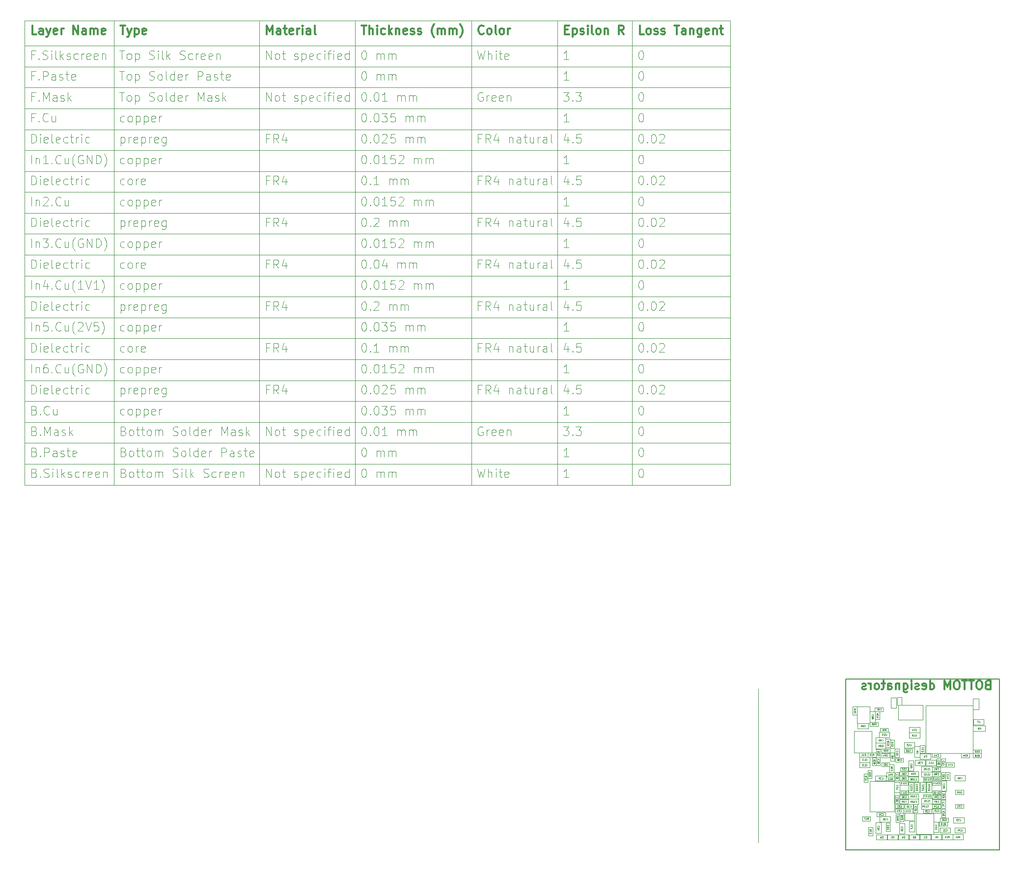
<source format=gbr>
%TF.GenerationSoftware,KiCad,Pcbnew,9.0.0*%
%TF.CreationDate,2025-04-07T10:45:10-04:00*%
%TF.ProjectId,Expansion_Card_Retrofit,45787061-6e73-4696-9f6e-5f436172645f,X1*%
%TF.SameCoordinates,Original*%
%TF.FileFunction,Other,Comment*%
%FSLAX45Y45*%
G04 Gerber Fmt 4.5, Leading zero omitted, Abs format (unit mm)*
G04 Created by KiCad (PCBNEW 9.0.0) date 2025-04-07 10:45:10*
%MOMM*%
%LPD*%
G01*
G04 APERTURE LIST*
%ADD10C,0.100000*%
%ADD11C,0.050000*%
%ADD12C,0.200000*%
%ADD13C,0.300000*%
%ADD14C,0.075000*%
G04 APERTURE END LIST*
D10*
X-9912429Y14169000D02*
X-9912429Y6165600D01*
X4900000Y2010000D02*
X5110000Y2010000D01*
X5110000Y1920000D01*
X4900000Y1920000D01*
X4900000Y2010000D01*
X3160000Y1465000D02*
X3230000Y1465000D01*
X3230000Y1325000D01*
X3160000Y1325000D01*
X3160000Y1465000D01*
X3230000Y1465000D02*
X3300000Y1465000D01*
X3300000Y1330000D01*
X3230000Y1330000D01*
X3230000Y1465000D01*
X4355000Y1210000D02*
X4425000Y1210000D01*
X4425000Y1070000D01*
X4355000Y1070000D01*
X4355000Y1210000D01*
X2895000Y2340000D02*
X3120000Y2340000D01*
X3120000Y2055000D01*
X2895000Y2055000D01*
X2895000Y2340000D01*
X3710000Y1615000D02*
X3850000Y1615000D01*
X3850000Y1545000D01*
X3710000Y1545000D01*
X3710000Y1615000D01*
X3635000Y895000D02*
X3775000Y895000D01*
X3775000Y825000D01*
X3635000Y825000D01*
X3635000Y895000D01*
X-11451000Y13377600D02*
X717572Y13377600D01*
X3220000Y1715000D02*
X3392500Y1715000D01*
X3392500Y1615000D01*
X3220000Y1615000D01*
X3220000Y1715000D01*
X4080000Y2360000D02*
X4900000Y2360000D01*
X4900000Y1535000D01*
X4080000Y1535000D01*
X4080000Y2360000D01*
X3550000Y815000D02*
X3620000Y815000D01*
X3620000Y675000D01*
X3550000Y675000D01*
X3550000Y815000D01*
X4010000Y1220000D02*
X4190000Y1220000D01*
X4190000Y1130000D01*
X4010000Y1130000D01*
X4010000Y1220000D01*
X3280000Y1905000D02*
X3460000Y1905000D01*
X3460000Y1810000D01*
X3280000Y1810000D01*
X3280000Y1905000D01*
X4355000Y1445000D02*
X4425000Y1445000D01*
X4425000Y1305000D01*
X4355000Y1305000D01*
X4355000Y1445000D01*
X-978143Y14169000D02*
X-978143Y6165600D01*
X-2266714Y14169000D02*
X-2266714Y6165600D01*
X3405000Y1210000D02*
X3540000Y1210000D01*
X3540000Y1135000D01*
X3405000Y1135000D01*
X3405000Y1210000D01*
X4195000Y740000D02*
X4335000Y740000D01*
X4335000Y670000D01*
X4195000Y670000D01*
X4195000Y740000D01*
X4040000Y830000D02*
X4180000Y830000D01*
X4180000Y760000D01*
X4040000Y760000D01*
X4040000Y830000D01*
X3555000Y1205000D02*
X3620000Y1205000D01*
X3620000Y1065000D01*
X3555000Y1065000D01*
X3555000Y1205000D01*
X4200000Y580000D02*
X4340000Y580000D01*
X4340000Y510000D01*
X4200000Y510000D01*
X4200000Y580000D01*
X3980000Y1530000D02*
X4170000Y1530000D01*
X4170000Y1440000D01*
X3980000Y1440000D01*
X3980000Y1530000D01*
X4085000Y1420000D02*
X4265000Y1420000D01*
X4265000Y1330000D01*
X4085000Y1330000D01*
X4085000Y1420000D01*
X4195000Y1300000D02*
X4335000Y1300000D01*
X4335000Y1230000D01*
X4195000Y1230000D01*
X4195000Y1300000D01*
X4355000Y570000D02*
X4425000Y570000D01*
X4425000Y430000D01*
X4355000Y430000D01*
X4355000Y570000D01*
X3795000Y365000D02*
X3885000Y365000D01*
X3885000Y185000D01*
X3795000Y185000D01*
X3795000Y365000D01*
X2940000Y1475000D02*
X3120000Y1475000D01*
X3120000Y1380000D01*
X2940000Y1380000D01*
X2940000Y1475000D01*
X4195000Y660000D02*
X4335000Y660000D01*
X4335000Y590000D01*
X4195000Y590000D01*
X4195000Y660000D01*
X3320000Y1540000D02*
X3455000Y1540000D01*
X3455000Y1465000D01*
X3320000Y1465000D01*
X3320000Y1540000D01*
X3625000Y330000D02*
X3715000Y330000D01*
X3715000Y150000D01*
X3625000Y150000D01*
X3625000Y330000D01*
X3885000Y1040000D02*
X3975000Y1040000D01*
X3975000Y860000D01*
X3885000Y860000D01*
X3885000Y1040000D01*
X-11451000Y10853400D02*
X717572Y10853400D01*
X3120000Y2260000D02*
X3215000Y2260000D01*
X3215000Y2075000D01*
X3120000Y2075000D01*
X3120000Y2260000D01*
X3220000Y1810000D02*
X3392500Y1810000D01*
X3392500Y1715000D01*
X3220000Y1715000D01*
X3220000Y1810000D01*
D11*
X1200000Y0D02*
X1200000Y2651000D01*
D10*
X3392500Y1785000D02*
X3470000Y1785000D01*
X3470000Y1645000D01*
X3392500Y1645000D01*
X3392500Y1785000D01*
X-11451000Y11214000D02*
X717572Y11214000D01*
X3635000Y740000D02*
X3775000Y740000D01*
X3775000Y670000D01*
X3635000Y670000D01*
X3635000Y740000D01*
X-11451000Y6526200D02*
X717572Y6526200D01*
X3420000Y135000D02*
X3600000Y135000D01*
X3600000Y45000D01*
X3420000Y45000D01*
X3420000Y135000D01*
X4325000Y255000D02*
X4505000Y255000D01*
X4505000Y165000D01*
X4325000Y165000D01*
X4325000Y255000D01*
X3870000Y655000D02*
X3940000Y655000D01*
X3940000Y515000D01*
X3870000Y515000D01*
X3870000Y655000D01*
X3485000Y2500000D02*
X3575000Y2500000D01*
X3575000Y2320000D01*
X3485000Y2320000D01*
X3485000Y2500000D01*
X3560000Y1455000D02*
X3695000Y1455000D01*
X3695000Y1390000D01*
X3560000Y1390000D01*
X3560000Y1455000D01*
X4350000Y1065000D02*
X4440000Y1065000D01*
X4440000Y885000D01*
X4350000Y885000D01*
X4350000Y1065000D01*
X3395000Y335000D02*
X3465000Y335000D01*
X3465000Y195000D01*
X3395000Y195000D01*
X3395000Y335000D01*
X3610000Y2365000D02*
X4035000Y2365000D01*
X4035000Y2115000D01*
X3610000Y2115000D01*
X3610000Y2365000D01*
X3985000Y1675000D02*
X4070000Y1675000D01*
X4070000Y1535000D01*
X3985000Y1535000D01*
X3985000Y1675000D01*
X4195000Y1215000D02*
X4335000Y1215000D01*
X4335000Y1145000D01*
X4195000Y1145000D01*
X4195000Y1215000D01*
X3085000Y1245000D02*
X3155000Y1245000D01*
X3155000Y1107500D01*
X3085000Y1107500D01*
X3085000Y1245000D01*
X-11451000Y7247400D02*
X717572Y7247400D01*
X3990000Y1040000D02*
X4080000Y1040000D01*
X4080000Y860000D01*
X3990000Y860000D01*
X3990000Y1040000D01*
X4900000Y1600000D02*
X5040000Y1600000D01*
X5040000Y1535000D01*
X4900000Y1535000D01*
X4900000Y1600000D01*
X3555000Y580000D02*
X3695000Y580000D01*
X3695000Y510000D01*
X3555000Y510000D01*
X3555000Y580000D01*
X3985000Y135000D02*
X4165000Y135000D01*
X4165000Y45000D01*
X3985000Y45000D01*
X3985000Y135000D01*
X3295000Y1975000D02*
X3435000Y1975000D01*
X3435000Y1905000D01*
X3295000Y1905000D01*
X3295000Y1975000D01*
X3080000Y1550000D02*
X3225000Y1550000D01*
X3225000Y1475000D01*
X3080000Y1475000D01*
X3080000Y1550000D01*
X2940000Y1380000D02*
X3120000Y1380000D01*
X3120000Y1290000D01*
X2940000Y1290000D01*
X2940000Y1380000D01*
X4355000Y880000D02*
X4425000Y880000D01*
X4425000Y740000D01*
X4355000Y740000D01*
X4355000Y880000D01*
X4435000Y1375000D02*
X4575000Y1375000D01*
X4575000Y1305000D01*
X4435000Y1305000D01*
X4435000Y1375000D01*
X3780000Y840000D02*
X3960000Y840000D01*
X3960000Y750000D01*
X3780000Y750000D01*
X3780000Y840000D01*
X-11451000Y12295800D02*
X717572Y12295800D01*
X3095000Y260000D02*
X3165000Y260000D01*
X3165000Y120000D01*
X3095000Y120000D01*
X3095000Y260000D01*
X3795000Y135000D02*
X3975000Y135000D01*
X3975000Y45000D01*
X3795000Y45000D01*
X3795000Y135000D01*
X2845000Y1920000D02*
X3155000Y1920000D01*
X3155000Y1550000D01*
X2845000Y1550000D01*
X2845000Y1920000D01*
X3715000Y580000D02*
X3855000Y580000D01*
X3855000Y510000D01*
X3715000Y510000D01*
X3715000Y580000D01*
X3230000Y1605000D02*
X3300000Y1605000D01*
X3300000Y1465000D01*
X3230000Y1465000D01*
X3230000Y1605000D01*
X3640000Y1295000D02*
X3775000Y1295000D01*
X3775000Y1235000D01*
X3640000Y1235000D01*
X3640000Y1295000D01*
X3780000Y1135000D02*
X3960000Y1135000D01*
X3960000Y1045000D01*
X3780000Y1045000D01*
X3780000Y1135000D01*
X2910000Y2055000D02*
X3090000Y2055000D01*
X3090000Y1965000D01*
X2910000Y1965000D01*
X2910000Y2055000D01*
X3550000Y1615000D02*
X3625000Y1615000D01*
X3625000Y1470000D01*
X3550000Y1470000D01*
X3550000Y1615000D01*
X4330000Y425000D02*
X4470000Y425000D01*
X4470000Y355000D01*
X4330000Y355000D01*
X4330000Y425000D01*
X4095000Y1040000D02*
X4185000Y1040000D01*
X4185000Y860000D01*
X4095000Y860000D01*
X4095000Y1040000D01*
X3015000Y1180000D02*
X3085000Y1180000D01*
X3085000Y1040000D01*
X3015000Y1040000D01*
X3015000Y1180000D01*
X-11451000Y8329200D02*
X717572Y8329200D01*
X-11451000Y6886800D02*
X717572Y6886800D01*
X3785000Y1415000D02*
X3875000Y1415000D01*
X3875000Y1235000D01*
X3785000Y1235000D01*
X3785000Y1415000D01*
X4195000Y1535000D02*
X4335000Y1535000D01*
X4335000Y1470000D01*
X4195000Y1470000D01*
X4195000Y1535000D01*
X4195000Y1140000D02*
X4335000Y1140000D01*
X4335000Y1070000D01*
X4195000Y1070000D01*
X4195000Y1140000D01*
X3215000Y1150000D02*
X3400000Y1150000D01*
X3400000Y1065000D01*
X3215000Y1065000D01*
X3215000Y1150000D01*
X4215000Y355000D02*
X4305000Y355000D01*
X4305000Y175000D01*
X4215000Y175000D01*
X4215000Y355000D01*
X3205000Y2330000D02*
X3345000Y2330000D01*
X3345000Y2260000D01*
X3205000Y2260000D01*
X3205000Y2330000D01*
X3635000Y820000D02*
X3775000Y820000D01*
X3775000Y750000D01*
X3635000Y750000D01*
X3635000Y820000D01*
X3635000Y505000D02*
X3705000Y505000D01*
X3705000Y365000D01*
X3635000Y365000D01*
X3635000Y505000D01*
X3290000Y445000D02*
X3475000Y445000D01*
X3475000Y355000D01*
X3290000Y355000D01*
X3290000Y445000D01*
X-11451000Y7968600D02*
X717572Y7968600D01*
X-11451000Y7608000D02*
X717572Y7608000D01*
X4695000Y1535000D02*
X4835000Y1535000D01*
X4835000Y1465000D01*
X4695000Y1465000D01*
X4695000Y1535000D01*
X4900000Y2475000D02*
X4995000Y2475000D01*
X4995000Y2290000D01*
X4900000Y2290000D01*
X4900000Y2475000D01*
X-11451000Y8689800D02*
X717572Y8689800D01*
X3795000Y1895000D02*
X3980000Y1895000D01*
X3980000Y1800000D01*
X3795000Y1800000D01*
X3795000Y1895000D01*
X3635000Y1060000D02*
X3775000Y1060000D01*
X3775000Y990000D01*
X3635000Y990000D01*
X3635000Y1060000D01*
X-11451000Y13738200D02*
X717572Y13738200D01*
X-11451000Y13017000D02*
X717572Y13017000D01*
X2825000Y2340000D02*
X2895000Y2340000D01*
X2895000Y2200000D01*
X2825000Y2200000D01*
X2825000Y2340000D01*
X4580000Y1155000D02*
X4760000Y1155000D01*
X4760000Y1065000D01*
X4580000Y1065000D01*
X4580000Y1155000D01*
X-11451000Y9050400D02*
X717572Y9050400D01*
X4580000Y255000D02*
X4760000Y255000D01*
X4760000Y165000D01*
X4580000Y165000D01*
X4580000Y255000D01*
X3320000Y1615000D02*
X3465000Y1615000D01*
X3465000Y1550000D01*
X3320000Y1550000D01*
X3320000Y1615000D01*
X2990000Y445000D02*
X3130000Y445000D01*
X3130000Y375000D01*
X2990000Y375000D01*
X2990000Y445000D01*
X3630000Y1215000D02*
X3775000Y1215000D01*
X3775000Y1155000D01*
X3630000Y1155000D01*
X3630000Y1215000D01*
X3785000Y1040000D02*
X3875000Y1040000D01*
X3875000Y860000D01*
X3785000Y860000D01*
X3785000Y1040000D01*
X-11451000Y14169000D02*
X717572Y14169000D01*
X4010000Y665000D02*
X4190000Y665000D01*
X4190000Y575000D01*
X4010000Y575000D01*
X4010000Y665000D01*
X4200000Y895000D02*
X4340000Y895000D01*
X4340000Y825000D01*
X4200000Y825000D01*
X4200000Y895000D01*
X3910000Y495000D02*
X4215000Y495000D01*
X4215000Y145000D01*
X3910000Y145000D01*
X3910000Y495000D01*
X4905000Y2125000D02*
X5085000Y2125000D01*
X5085000Y2030000D01*
X4905000Y2030000D01*
X4905000Y2125000D01*
X3560000Y660000D02*
X3700000Y660000D01*
X3700000Y590000D01*
X3560000Y590000D01*
X3560000Y660000D01*
X-3752428Y14169000D02*
X-3752428Y6165600D01*
X4010000Y760000D02*
X4190000Y760000D01*
X4190000Y670000D01*
X4010000Y670000D01*
X4010000Y760000D01*
X3595000Y2505000D02*
X3665000Y2505000D01*
X3665000Y2365000D01*
X3595000Y2365000D01*
X3595000Y2505000D01*
X3215000Y2260000D02*
X3285000Y2260000D01*
X3285000Y2120000D01*
X3215000Y2120000D01*
X3215000Y2260000D01*
X3565000Y485000D02*
X3635000Y485000D01*
X3635000Y345000D01*
X3565000Y345000D01*
X3565000Y485000D01*
X3115000Y1060000D02*
X3545000Y1060000D01*
X3545000Y535000D01*
X3115000Y535000D01*
X3115000Y1060000D01*
X4270000Y1450000D02*
X4340000Y1450000D01*
X4340000Y1310000D01*
X4270000Y1310000D01*
X4270000Y1450000D01*
X4350000Y735000D02*
X4420000Y735000D01*
X4420000Y595000D01*
X4350000Y595000D01*
X4350000Y735000D01*
X3890000Y1655000D02*
X3985000Y1655000D01*
X3985000Y1470000D01*
X3890000Y1470000D01*
X3890000Y1655000D01*
X-11451000Y10132200D02*
X717572Y10132200D01*
X-11451000Y14169000D02*
X-11451000Y6165600D01*
X-11451000Y12656400D02*
X717572Y12656400D01*
X3780000Y1230000D02*
X3960000Y1230000D01*
X3960000Y1140000D01*
X3780000Y1140000D01*
X3780000Y1230000D01*
X4900000Y1535000D02*
X5040000Y1535000D01*
X5040000Y1460000D01*
X4900000Y1460000D01*
X4900000Y1535000D01*
X4365000Y140000D02*
X4545000Y140000D01*
X4545000Y50000D01*
X4365000Y50000D01*
X4365000Y140000D01*
X-11451000Y11574600D02*
X717572Y11574600D01*
X717572Y14169000D02*
X717572Y6165600D01*
X3220000Y345000D02*
X3310000Y345000D01*
X3310000Y160000D01*
X3220000Y160000D01*
X3220000Y345000D01*
X3545000Y1040000D02*
X3635000Y1040000D01*
X3635000Y860000D01*
X3545000Y860000D01*
X3545000Y1040000D01*
X3720000Y655000D02*
X3860000Y655000D01*
X3860000Y585000D01*
X3720000Y585000D01*
X3720000Y655000D01*
X4595000Y900000D02*
X4735000Y900000D01*
X4735000Y830000D01*
X4595000Y830000D01*
X4595000Y900000D01*
X-5755286Y14169000D02*
X-5755286Y6165600D01*
X4425000Y1210000D02*
X4495000Y1210000D01*
X4495000Y1070000D01*
X4425000Y1070000D01*
X4425000Y1210000D01*
X3320000Y1375000D02*
X3460000Y1375000D01*
X3460000Y1310000D01*
X3320000Y1310000D01*
X3320000Y1375000D01*
X4200000Y820000D02*
X4340000Y820000D01*
X4340000Y750000D01*
X4200000Y750000D01*
X4200000Y820000D01*
X3795000Y1990000D02*
X3980000Y1990000D01*
X3980000Y1895000D01*
X3795000Y1895000D01*
X3795000Y1990000D01*
X3470000Y1765000D02*
X3540000Y1765000D01*
X3540000Y1625000D01*
X3470000Y1625000D01*
X3470000Y1765000D01*
X4595000Y660000D02*
X4735000Y660000D01*
X4735000Y590000D01*
X4595000Y590000D01*
X4595000Y660000D01*
X4195000Y1060000D02*
X4335000Y1060000D01*
X4335000Y990000D01*
X4195000Y990000D01*
X4195000Y1060000D01*
X-11451000Y9771600D02*
X717572Y9771600D01*
X3780000Y750000D02*
X3960000Y750000D01*
X3960000Y660000D01*
X3780000Y660000D01*
X3780000Y750000D01*
X3635000Y1140000D02*
X3775000Y1140000D01*
X3775000Y1070000D01*
X3635000Y1070000D01*
X3635000Y1140000D01*
X3895000Y1420000D02*
X4075000Y1420000D01*
X4075000Y1330000D01*
X3895000Y1330000D01*
X3895000Y1420000D01*
X3460000Y1342500D02*
X3530000Y1342500D01*
X3530000Y1210000D01*
X3460000Y1210000D01*
X3460000Y1342500D01*
X4040000Y575000D02*
X4180000Y575000D01*
X4180000Y505000D01*
X4040000Y505000D01*
X4040000Y575000D01*
X3400000Y1130000D02*
X3540000Y1130000D01*
X3540000Y1065000D01*
X3400000Y1065000D01*
X3400000Y1130000D01*
X2940000Y1550000D02*
X3080000Y1550000D01*
X3080000Y1475000D01*
X2940000Y1475000D01*
X2940000Y1550000D01*
X3605000Y135000D02*
X3785000Y135000D01*
X3785000Y45000D01*
X3605000Y45000D01*
X3605000Y135000D01*
X-11451000Y10492800D02*
X717572Y10492800D01*
X-11451000Y9411000D02*
X717572Y9411000D01*
X4560000Y430000D02*
X4740000Y430000D01*
X4740000Y340000D01*
X4560000Y340000D01*
X4560000Y430000D01*
X4010000Y1310000D02*
X4190000Y1310000D01*
X4190000Y1220000D01*
X4010000Y1220000D01*
X4010000Y1310000D01*
X3475000Y1545000D02*
X3540000Y1545000D01*
X3540000Y1405000D01*
X3475000Y1405000D01*
X3475000Y1545000D01*
X3710000Y1725000D02*
X3890000Y1725000D01*
X3890000Y1635000D01*
X3710000Y1635000D01*
X3710000Y1725000D01*
X-11451000Y6165600D02*
X717572Y6165600D01*
X4175000Y140000D02*
X4355000Y140000D01*
X4355000Y50000D01*
X4175000Y50000D01*
X4175000Y140000D01*
X3230000Y135000D02*
X3415000Y135000D01*
X3415000Y45000D01*
X3230000Y45000D01*
X3230000Y135000D01*
X-7405286Y14169000D02*
X-7405286Y6165600D01*
X-11451000Y11935200D02*
X717572Y11935200D01*
X3120000Y2075000D02*
X3260000Y2075000D01*
X3260000Y2005000D01*
X3120000Y2005000D01*
X3120000Y2075000D01*
X4545000Y140000D02*
X4725000Y140000D01*
X4725000Y50000D01*
X4545000Y50000D01*
X4545000Y140000D01*
X3715000Y510000D02*
X3890000Y510000D01*
X3890000Y380000D01*
X3715000Y380000D01*
X3715000Y510000D01*
X3240000Y515000D02*
X3385000Y515000D01*
X3385000Y445000D01*
X3240000Y445000D01*
X3240000Y515000D01*
D12*
X2700000Y2820000D02*
X5350000Y2820000D01*
X5350000Y-125000D01*
X2700000Y-125000D01*
X2700000Y2820000D01*
D10*
X4315000Y355000D02*
X4455000Y355000D01*
X4455000Y285000D01*
X4315000Y285000D01*
X4315000Y355000D01*
X4040000Y1120000D02*
X4180000Y1120000D01*
X4180000Y1050000D01*
X4040000Y1050000D01*
X4040000Y1120000D01*
X-2085135Y11442977D02*
X-2085135Y11342977D01*
X-2120850Y11500120D02*
X-2156564Y11392977D01*
X-2156564Y11392977D02*
X-2063707Y11392977D01*
X-2006564Y11357263D02*
X-1999421Y11350120D01*
X-1999421Y11350120D02*
X-2006564Y11342977D01*
X-2006564Y11342977D02*
X-2013707Y11350120D01*
X-2013707Y11350120D02*
X-2006564Y11357263D01*
X-2006564Y11357263D02*
X-2006564Y11342977D01*
X-1863707Y11492977D02*
X-1935135Y11492977D01*
X-1935135Y11492977D02*
X-1942278Y11421549D01*
X-1942278Y11421549D02*
X-1935135Y11428691D01*
X-1935135Y11428691D02*
X-1920850Y11435834D01*
X-1920850Y11435834D02*
X-1885135Y11435834D01*
X-1885135Y11435834D02*
X-1870850Y11428691D01*
X-1870850Y11428691D02*
X-1863707Y11421549D01*
X-1863707Y11421549D02*
X-1856564Y11407263D01*
X-1856564Y11407263D02*
X-1856564Y11371549D01*
X-1856564Y11371549D02*
X-1863707Y11357263D01*
X-1863707Y11357263D02*
X-1870850Y11350120D01*
X-1870850Y11350120D02*
X-1885135Y11342977D01*
X-1885135Y11342977D02*
X-1920850Y11342977D01*
X-1920850Y11342977D02*
X-1935135Y11350120D01*
X-1935135Y11350120D02*
X-1942278Y11357263D01*
X-11283707Y6373149D02*
X-11262278Y6366006D01*
X-11262278Y6366006D02*
X-11255135Y6358863D01*
X-11255135Y6358863D02*
X-11247993Y6344577D01*
X-11247993Y6344577D02*
X-11247993Y6323149D01*
X-11247993Y6323149D02*
X-11255135Y6308863D01*
X-11255135Y6308863D02*
X-11262278Y6301720D01*
X-11262278Y6301720D02*
X-11276564Y6294577D01*
X-11276564Y6294577D02*
X-11333707Y6294577D01*
X-11333707Y6294577D02*
X-11333707Y6444577D01*
X-11333707Y6444577D02*
X-11283707Y6444577D01*
X-11283707Y6444577D02*
X-11269421Y6437434D01*
X-11269421Y6437434D02*
X-11262278Y6430291D01*
X-11262278Y6430291D02*
X-11255135Y6416006D01*
X-11255135Y6416006D02*
X-11255135Y6401720D01*
X-11255135Y6401720D02*
X-11262278Y6387434D01*
X-11262278Y6387434D02*
X-11269421Y6380291D01*
X-11269421Y6380291D02*
X-11283707Y6373149D01*
X-11283707Y6373149D02*
X-11333707Y6373149D01*
X-11183707Y6308863D02*
X-11176564Y6301720D01*
X-11176564Y6301720D02*
X-11183707Y6294577D01*
X-11183707Y6294577D02*
X-11190850Y6301720D01*
X-11190850Y6301720D02*
X-11183707Y6308863D01*
X-11183707Y6308863D02*
X-11183707Y6294577D01*
X-11119421Y6301720D02*
X-11097993Y6294577D01*
X-11097993Y6294577D02*
X-11062278Y6294577D01*
X-11062278Y6294577D02*
X-11047993Y6301720D01*
X-11047993Y6301720D02*
X-11040850Y6308863D01*
X-11040850Y6308863D02*
X-11033707Y6323149D01*
X-11033707Y6323149D02*
X-11033707Y6337434D01*
X-11033707Y6337434D02*
X-11040850Y6351720D01*
X-11040850Y6351720D02*
X-11047993Y6358863D01*
X-11047993Y6358863D02*
X-11062278Y6366006D01*
X-11062278Y6366006D02*
X-11090850Y6373149D01*
X-11090850Y6373149D02*
X-11105135Y6380291D01*
X-11105135Y6380291D02*
X-11112278Y6387434D01*
X-11112278Y6387434D02*
X-11119421Y6401720D01*
X-11119421Y6401720D02*
X-11119421Y6416006D01*
X-11119421Y6416006D02*
X-11112278Y6430291D01*
X-11112278Y6430291D02*
X-11105135Y6437434D01*
X-11105135Y6437434D02*
X-11090850Y6444577D01*
X-11090850Y6444577D02*
X-11055135Y6444577D01*
X-11055135Y6444577D02*
X-11033707Y6437434D01*
X-10969421Y6294577D02*
X-10969421Y6394577D01*
X-10969421Y6444577D02*
X-10976564Y6437434D01*
X-10976564Y6437434D02*
X-10969421Y6430291D01*
X-10969421Y6430291D02*
X-10962278Y6437434D01*
X-10962278Y6437434D02*
X-10969421Y6444577D01*
X-10969421Y6444577D02*
X-10969421Y6430291D01*
X-10876564Y6294577D02*
X-10890850Y6301720D01*
X-10890850Y6301720D02*
X-10897993Y6316006D01*
X-10897993Y6316006D02*
X-10897993Y6444577D01*
X-10819421Y6294577D02*
X-10819421Y6444577D01*
X-10805135Y6351720D02*
X-10762278Y6294577D01*
X-10762278Y6394577D02*
X-10819421Y6337434D01*
X-10705135Y6301720D02*
X-10690850Y6294577D01*
X-10690850Y6294577D02*
X-10662278Y6294577D01*
X-10662278Y6294577D02*
X-10647993Y6301720D01*
X-10647993Y6301720D02*
X-10640850Y6316006D01*
X-10640850Y6316006D02*
X-10640850Y6323149D01*
X-10640850Y6323149D02*
X-10647993Y6337434D01*
X-10647993Y6337434D02*
X-10662278Y6344577D01*
X-10662278Y6344577D02*
X-10683707Y6344577D01*
X-10683707Y6344577D02*
X-10697993Y6351720D01*
X-10697993Y6351720D02*
X-10705135Y6366006D01*
X-10705135Y6366006D02*
X-10705135Y6373149D01*
X-10705135Y6373149D02*
X-10697993Y6387434D01*
X-10697993Y6387434D02*
X-10683707Y6394577D01*
X-10683707Y6394577D02*
X-10662278Y6394577D01*
X-10662278Y6394577D02*
X-10647993Y6387434D01*
X-10512278Y6301720D02*
X-10526564Y6294577D01*
X-10526564Y6294577D02*
X-10555135Y6294577D01*
X-10555135Y6294577D02*
X-10569421Y6301720D01*
X-10569421Y6301720D02*
X-10576564Y6308863D01*
X-10576564Y6308863D02*
X-10583707Y6323149D01*
X-10583707Y6323149D02*
X-10583707Y6366006D01*
X-10583707Y6366006D02*
X-10576564Y6380291D01*
X-10576564Y6380291D02*
X-10569421Y6387434D01*
X-10569421Y6387434D02*
X-10555135Y6394577D01*
X-10555135Y6394577D02*
X-10526564Y6394577D01*
X-10526564Y6394577D02*
X-10512278Y6387434D01*
X-10447993Y6294577D02*
X-10447993Y6394577D01*
X-10447993Y6366006D02*
X-10440850Y6380291D01*
X-10440850Y6380291D02*
X-10433707Y6387434D01*
X-10433707Y6387434D02*
X-10419421Y6394577D01*
X-10419421Y6394577D02*
X-10405135Y6394577D01*
X-10297993Y6301720D02*
X-10312278Y6294577D01*
X-10312278Y6294577D02*
X-10340850Y6294577D01*
X-10340850Y6294577D02*
X-10355136Y6301720D01*
X-10355136Y6301720D02*
X-10362278Y6316006D01*
X-10362278Y6316006D02*
X-10362278Y6373149D01*
X-10362278Y6373149D02*
X-10355136Y6387434D01*
X-10355136Y6387434D02*
X-10340850Y6394577D01*
X-10340850Y6394577D02*
X-10312278Y6394577D01*
X-10312278Y6394577D02*
X-10297993Y6387434D01*
X-10297993Y6387434D02*
X-10290850Y6373149D01*
X-10290850Y6373149D02*
X-10290850Y6358863D01*
X-10290850Y6358863D02*
X-10362278Y6344577D01*
X-10169421Y6301720D02*
X-10183707Y6294577D01*
X-10183707Y6294577D02*
X-10212278Y6294577D01*
X-10212278Y6294577D02*
X-10226564Y6301720D01*
X-10226564Y6301720D02*
X-10233707Y6316006D01*
X-10233707Y6316006D02*
X-10233707Y6373149D01*
X-10233707Y6373149D02*
X-10226564Y6387434D01*
X-10226564Y6387434D02*
X-10212278Y6394577D01*
X-10212278Y6394577D02*
X-10183707Y6394577D01*
X-10183707Y6394577D02*
X-10169421Y6387434D01*
X-10169421Y6387434D02*
X-10162278Y6373149D01*
X-10162278Y6373149D02*
X-10162278Y6358863D01*
X-10162278Y6358863D02*
X-10233707Y6344577D01*
X-10097993Y6394577D02*
X-10097993Y6294577D01*
X-10097993Y6380291D02*
X-10090850Y6387434D01*
X-10090850Y6387434D02*
X-10076564Y6394577D01*
X-10076564Y6394577D02*
X-10055136Y6394577D01*
X-10055136Y6394577D02*
X-10040850Y6387434D01*
X-10040850Y6387434D02*
X-10033707Y6373149D01*
X-10033707Y6373149D02*
X-10033707Y6294577D01*
X-9730850Y10268320D02*
X-9745136Y10261177D01*
X-9745136Y10261177D02*
X-9773707Y10261177D01*
X-9773707Y10261177D02*
X-9787993Y10268320D01*
X-9787993Y10268320D02*
X-9795136Y10275463D01*
X-9795136Y10275463D02*
X-9802278Y10289749D01*
X-9802278Y10289749D02*
X-9802278Y10332606D01*
X-9802278Y10332606D02*
X-9795136Y10346892D01*
X-9795136Y10346892D02*
X-9787993Y10354034D01*
X-9787993Y10354034D02*
X-9773707Y10361177D01*
X-9773707Y10361177D02*
X-9745136Y10361177D01*
X-9745136Y10361177D02*
X-9730850Y10354034D01*
X-9645136Y10261177D02*
X-9659421Y10268320D01*
X-9659421Y10268320D02*
X-9666564Y10275463D01*
X-9666564Y10275463D02*
X-9673707Y10289749D01*
X-9673707Y10289749D02*
X-9673707Y10332606D01*
X-9673707Y10332606D02*
X-9666564Y10346892D01*
X-9666564Y10346892D02*
X-9659421Y10354034D01*
X-9659421Y10354034D02*
X-9645136Y10361177D01*
X-9645136Y10361177D02*
X-9623707Y10361177D01*
X-9623707Y10361177D02*
X-9609421Y10354034D01*
X-9609421Y10354034D02*
X-9602278Y10346892D01*
X-9602278Y10346892D02*
X-9595136Y10332606D01*
X-9595136Y10332606D02*
X-9595136Y10289749D01*
X-9595136Y10289749D02*
X-9602278Y10275463D01*
X-9602278Y10275463D02*
X-9609421Y10268320D01*
X-9609421Y10268320D02*
X-9623707Y10261177D01*
X-9623707Y10261177D02*
X-9645136Y10261177D01*
X-9530850Y10361177D02*
X-9530850Y10211177D01*
X-9530850Y10354034D02*
X-9516564Y10361177D01*
X-9516564Y10361177D02*
X-9487993Y10361177D01*
X-9487993Y10361177D02*
X-9473707Y10354034D01*
X-9473707Y10354034D02*
X-9466564Y10346892D01*
X-9466564Y10346892D02*
X-9459421Y10332606D01*
X-9459421Y10332606D02*
X-9459421Y10289749D01*
X-9459421Y10289749D02*
X-9466564Y10275463D01*
X-9466564Y10275463D02*
X-9473707Y10268320D01*
X-9473707Y10268320D02*
X-9487993Y10261177D01*
X-9487993Y10261177D02*
X-9516564Y10261177D01*
X-9516564Y10261177D02*
X-9530850Y10268320D01*
X-9395136Y10361177D02*
X-9395136Y10211177D01*
X-9395136Y10354034D02*
X-9380850Y10361177D01*
X-9380850Y10361177D02*
X-9352278Y10361177D01*
X-9352278Y10361177D02*
X-9337993Y10354034D01*
X-9337993Y10354034D02*
X-9330850Y10346892D01*
X-9330850Y10346892D02*
X-9323707Y10332606D01*
X-9323707Y10332606D02*
X-9323707Y10289749D01*
X-9323707Y10289749D02*
X-9330850Y10275463D01*
X-9330850Y10275463D02*
X-9337993Y10268320D01*
X-9337993Y10268320D02*
X-9352278Y10261177D01*
X-9352278Y10261177D02*
X-9380850Y10261177D01*
X-9380850Y10261177D02*
X-9395136Y10268320D01*
X-9202278Y10268320D02*
X-9216564Y10261177D01*
X-9216564Y10261177D02*
X-9245135Y10261177D01*
X-9245135Y10261177D02*
X-9259421Y10268320D01*
X-9259421Y10268320D02*
X-9266564Y10282606D01*
X-9266564Y10282606D02*
X-9266564Y10339749D01*
X-9266564Y10339749D02*
X-9259421Y10354034D01*
X-9259421Y10354034D02*
X-9245135Y10361177D01*
X-9245135Y10361177D02*
X-9216564Y10361177D01*
X-9216564Y10361177D02*
X-9202278Y10354034D01*
X-9202278Y10354034D02*
X-9195135Y10339749D01*
X-9195135Y10339749D02*
X-9195135Y10325463D01*
X-9195135Y10325463D02*
X-9266564Y10311177D01*
X-9130850Y10261177D02*
X-9130850Y10361177D01*
X-9130850Y10332606D02*
X-9123707Y10346892D01*
X-9123707Y10346892D02*
X-9116564Y10354034D01*
X-9116564Y10354034D02*
X-9102278Y10361177D01*
X-9102278Y10361177D02*
X-9087993Y10361177D01*
X-832278Y12214177D02*
X-817992Y12214177D01*
X-817992Y12214177D02*
X-803707Y12207034D01*
X-803707Y12207034D02*
X-796564Y12199891D01*
X-796564Y12199891D02*
X-789421Y12185606D01*
X-789421Y12185606D02*
X-782278Y12157034D01*
X-782278Y12157034D02*
X-782278Y12121320D01*
X-782278Y12121320D02*
X-789421Y12092749D01*
X-789421Y12092749D02*
X-796564Y12078463D01*
X-796564Y12078463D02*
X-803707Y12071320D01*
X-803707Y12071320D02*
X-817992Y12064177D01*
X-817992Y12064177D02*
X-832278Y12064177D01*
X-832278Y12064177D02*
X-846564Y12071320D01*
X-846564Y12071320D02*
X-853707Y12078463D01*
X-853707Y12078463D02*
X-860850Y12092749D01*
X-860850Y12092749D02*
X-867992Y12121320D01*
X-867992Y12121320D02*
X-867992Y12157034D01*
X-867992Y12157034D02*
X-860850Y12185606D01*
X-860850Y12185606D02*
X-853707Y12199891D01*
X-853707Y12199891D02*
X-846564Y12207034D01*
X-846564Y12207034D02*
X-832278Y12214177D01*
X-717993Y12078463D02*
X-710850Y12071320D01*
X-710850Y12071320D02*
X-717993Y12064177D01*
X-717993Y12064177D02*
X-725135Y12071320D01*
X-725135Y12071320D02*
X-717993Y12078463D01*
X-717993Y12078463D02*
X-717993Y12064177D01*
X-617993Y12214177D02*
X-603707Y12214177D01*
X-603707Y12214177D02*
X-589421Y12207034D01*
X-589421Y12207034D02*
X-582278Y12199891D01*
X-582278Y12199891D02*
X-575135Y12185606D01*
X-575135Y12185606D02*
X-567993Y12157034D01*
X-567993Y12157034D02*
X-567993Y12121320D01*
X-567993Y12121320D02*
X-575135Y12092749D01*
X-575135Y12092749D02*
X-582278Y12078463D01*
X-582278Y12078463D02*
X-589421Y12071320D01*
X-589421Y12071320D02*
X-603707Y12064177D01*
X-603707Y12064177D02*
X-617993Y12064177D01*
X-617993Y12064177D02*
X-632278Y12071320D01*
X-632278Y12071320D02*
X-639421Y12078463D01*
X-639421Y12078463D02*
X-646564Y12092749D01*
X-646564Y12092749D02*
X-653707Y12121320D01*
X-653707Y12121320D02*
X-653707Y12157034D01*
X-653707Y12157034D02*
X-646564Y12185606D01*
X-646564Y12185606D02*
X-639421Y12199891D01*
X-639421Y12199891D02*
X-632278Y12207034D01*
X-632278Y12207034D02*
X-617993Y12214177D01*
X-510850Y12199891D02*
X-503707Y12207034D01*
X-503707Y12207034D02*
X-489421Y12214177D01*
X-489421Y12214177D02*
X-453707Y12214177D01*
X-453707Y12214177D02*
X-439421Y12207034D01*
X-439421Y12207034D02*
X-432278Y12199891D01*
X-432278Y12199891D02*
X-425135Y12185606D01*
X-425135Y12185606D02*
X-425135Y12171320D01*
X-425135Y12171320D02*
X-432278Y12149891D01*
X-432278Y12149891D02*
X-517993Y12064177D01*
X-517993Y12064177D02*
X-425135Y12064177D01*
X-5609421Y8968777D02*
X-5595135Y8968777D01*
X-5595135Y8968777D02*
X-5580850Y8961634D01*
X-5580850Y8961634D02*
X-5573707Y8954492D01*
X-5573707Y8954492D02*
X-5566564Y8940206D01*
X-5566564Y8940206D02*
X-5559421Y8911634D01*
X-5559421Y8911634D02*
X-5559421Y8875920D01*
X-5559421Y8875920D02*
X-5566564Y8847349D01*
X-5566564Y8847349D02*
X-5573707Y8833063D01*
X-5573707Y8833063D02*
X-5580850Y8825920D01*
X-5580850Y8825920D02*
X-5595135Y8818777D01*
X-5595135Y8818777D02*
X-5609421Y8818777D01*
X-5609421Y8818777D02*
X-5623707Y8825920D01*
X-5623707Y8825920D02*
X-5630850Y8833063D01*
X-5630850Y8833063D02*
X-5637993Y8847349D01*
X-5637993Y8847349D02*
X-5645135Y8875920D01*
X-5645135Y8875920D02*
X-5645135Y8911634D01*
X-5645135Y8911634D02*
X-5637993Y8940206D01*
X-5637993Y8940206D02*
X-5630850Y8954492D01*
X-5630850Y8954492D02*
X-5623707Y8961634D01*
X-5623707Y8961634D02*
X-5609421Y8968777D01*
X-5495136Y8833063D02*
X-5487993Y8825920D01*
X-5487993Y8825920D02*
X-5495136Y8818777D01*
X-5495136Y8818777D02*
X-5502278Y8825920D01*
X-5502278Y8825920D02*
X-5495136Y8833063D01*
X-5495136Y8833063D02*
X-5495136Y8818777D01*
X-5395135Y8968777D02*
X-5380850Y8968777D01*
X-5380850Y8968777D02*
X-5366564Y8961634D01*
X-5366564Y8961634D02*
X-5359421Y8954492D01*
X-5359421Y8954492D02*
X-5352278Y8940206D01*
X-5352278Y8940206D02*
X-5345135Y8911634D01*
X-5345135Y8911634D02*
X-5345135Y8875920D01*
X-5345135Y8875920D02*
X-5352278Y8847349D01*
X-5352278Y8847349D02*
X-5359421Y8833063D01*
X-5359421Y8833063D02*
X-5366564Y8825920D01*
X-5366564Y8825920D02*
X-5380850Y8818777D01*
X-5380850Y8818777D02*
X-5395135Y8818777D01*
X-5395135Y8818777D02*
X-5409421Y8825920D01*
X-5409421Y8825920D02*
X-5416564Y8833063D01*
X-5416564Y8833063D02*
X-5423707Y8847349D01*
X-5423707Y8847349D02*
X-5430850Y8875920D01*
X-5430850Y8875920D02*
X-5430850Y8911634D01*
X-5430850Y8911634D02*
X-5423707Y8940206D01*
X-5423707Y8940206D02*
X-5416564Y8954492D01*
X-5416564Y8954492D02*
X-5409421Y8961634D01*
X-5409421Y8961634D02*
X-5395135Y8968777D01*
X-5295136Y8968777D02*
X-5202278Y8968777D01*
X-5202278Y8968777D02*
X-5252278Y8911634D01*
X-5252278Y8911634D02*
X-5230850Y8911634D01*
X-5230850Y8911634D02*
X-5216564Y8904492D01*
X-5216564Y8904492D02*
X-5209421Y8897349D01*
X-5209421Y8897349D02*
X-5202278Y8883063D01*
X-5202278Y8883063D02*
X-5202278Y8847349D01*
X-5202278Y8847349D02*
X-5209421Y8833063D01*
X-5209421Y8833063D02*
X-5216564Y8825920D01*
X-5216564Y8825920D02*
X-5230850Y8818777D01*
X-5230850Y8818777D02*
X-5273707Y8818777D01*
X-5273707Y8818777D02*
X-5287993Y8825920D01*
X-5287993Y8825920D02*
X-5295136Y8833063D01*
X-5066564Y8968777D02*
X-5137993Y8968777D01*
X-5137993Y8968777D02*
X-5145136Y8897349D01*
X-5145136Y8897349D02*
X-5137993Y8904492D01*
X-5137993Y8904492D02*
X-5123707Y8911634D01*
X-5123707Y8911634D02*
X-5087993Y8911634D01*
X-5087993Y8911634D02*
X-5073707Y8904492D01*
X-5073707Y8904492D02*
X-5066564Y8897349D01*
X-5066564Y8897349D02*
X-5059421Y8883063D01*
X-5059421Y8883063D02*
X-5059421Y8847349D01*
X-5059421Y8847349D02*
X-5066564Y8833063D01*
X-5066564Y8833063D02*
X-5073707Y8825920D01*
X-5073707Y8825920D02*
X-5087993Y8818777D01*
X-5087993Y8818777D02*
X-5123707Y8818777D01*
X-5123707Y8818777D02*
X-5137993Y8825920D01*
X-5137993Y8825920D02*
X-5145136Y8833063D01*
X-4880850Y8818777D02*
X-4880850Y8918777D01*
X-4880850Y8904492D02*
X-4873707Y8911634D01*
X-4873707Y8911634D02*
X-4859421Y8918777D01*
X-4859421Y8918777D02*
X-4837993Y8918777D01*
X-4837993Y8918777D02*
X-4823707Y8911634D01*
X-4823707Y8911634D02*
X-4816564Y8897349D01*
X-4816564Y8897349D02*
X-4816564Y8818777D01*
X-4816564Y8897349D02*
X-4809421Y8911634D01*
X-4809421Y8911634D02*
X-4795136Y8918777D01*
X-4795136Y8918777D02*
X-4773707Y8918777D01*
X-4773707Y8918777D02*
X-4759421Y8911634D01*
X-4759421Y8911634D02*
X-4752278Y8897349D01*
X-4752278Y8897349D02*
X-4752278Y8818777D01*
X-4680850Y8818777D02*
X-4680850Y8918777D01*
X-4680850Y8904492D02*
X-4673707Y8911634D01*
X-4673707Y8911634D02*
X-4659421Y8918777D01*
X-4659421Y8918777D02*
X-4637993Y8918777D01*
X-4637993Y8918777D02*
X-4623707Y8911634D01*
X-4623707Y8911634D02*
X-4616564Y8897349D01*
X-4616564Y8897349D02*
X-4616564Y8818777D01*
X-4616564Y8897349D02*
X-4609421Y8911634D01*
X-4609421Y8911634D02*
X-4595136Y8918777D01*
X-4595136Y8918777D02*
X-4573707Y8918777D01*
X-4573707Y8918777D02*
X-4559421Y8911634D01*
X-4559421Y8911634D02*
X-4552278Y8897349D01*
X-4552278Y8897349D02*
X-4552278Y8818777D01*
X-7287993Y13506577D02*
X-7287993Y13656577D01*
X-7287993Y13656577D02*
X-7202278Y13506577D01*
X-7202278Y13506577D02*
X-7202278Y13656577D01*
X-7109421Y13506577D02*
X-7123707Y13513720D01*
X-7123707Y13513720D02*
X-7130850Y13520863D01*
X-7130850Y13520863D02*
X-7137993Y13535149D01*
X-7137993Y13535149D02*
X-7137993Y13578006D01*
X-7137993Y13578006D02*
X-7130850Y13592291D01*
X-7130850Y13592291D02*
X-7123707Y13599434D01*
X-7123707Y13599434D02*
X-7109421Y13606577D01*
X-7109421Y13606577D02*
X-7087993Y13606577D01*
X-7087993Y13606577D02*
X-7073707Y13599434D01*
X-7073707Y13599434D02*
X-7066564Y13592291D01*
X-7066564Y13592291D02*
X-7059421Y13578006D01*
X-7059421Y13578006D02*
X-7059421Y13535149D01*
X-7059421Y13535149D02*
X-7066564Y13520863D01*
X-7066564Y13520863D02*
X-7073707Y13513720D01*
X-7073707Y13513720D02*
X-7087993Y13506577D01*
X-7087993Y13506577D02*
X-7109421Y13506577D01*
X-7016564Y13606577D02*
X-6959421Y13606577D01*
X-6995135Y13656577D02*
X-6995135Y13528006D01*
X-6995135Y13528006D02*
X-6987993Y13513720D01*
X-6987993Y13513720D02*
X-6973707Y13506577D01*
X-6973707Y13506577D02*
X-6959421Y13506577D01*
X-6802278Y13513720D02*
X-6787993Y13506577D01*
X-6787993Y13506577D02*
X-6759421Y13506577D01*
X-6759421Y13506577D02*
X-6745135Y13513720D01*
X-6745135Y13513720D02*
X-6737993Y13528006D01*
X-6737993Y13528006D02*
X-6737993Y13535149D01*
X-6737993Y13535149D02*
X-6745135Y13549434D01*
X-6745135Y13549434D02*
X-6759421Y13556577D01*
X-6759421Y13556577D02*
X-6780850Y13556577D01*
X-6780850Y13556577D02*
X-6795135Y13563720D01*
X-6795135Y13563720D02*
X-6802278Y13578006D01*
X-6802278Y13578006D02*
X-6802278Y13585149D01*
X-6802278Y13585149D02*
X-6795135Y13599434D01*
X-6795135Y13599434D02*
X-6780850Y13606577D01*
X-6780850Y13606577D02*
X-6759421Y13606577D01*
X-6759421Y13606577D02*
X-6745135Y13599434D01*
X-6673707Y13606577D02*
X-6673707Y13456577D01*
X-6673707Y13599434D02*
X-6659421Y13606577D01*
X-6659421Y13606577D02*
X-6630850Y13606577D01*
X-6630850Y13606577D02*
X-6616564Y13599434D01*
X-6616564Y13599434D02*
X-6609421Y13592291D01*
X-6609421Y13592291D02*
X-6602278Y13578006D01*
X-6602278Y13578006D02*
X-6602278Y13535149D01*
X-6602278Y13535149D02*
X-6609421Y13520863D01*
X-6609421Y13520863D02*
X-6616564Y13513720D01*
X-6616564Y13513720D02*
X-6630850Y13506577D01*
X-6630850Y13506577D02*
X-6659421Y13506577D01*
X-6659421Y13506577D02*
X-6673707Y13513720D01*
X-6480850Y13513720D02*
X-6495135Y13506577D01*
X-6495135Y13506577D02*
X-6523707Y13506577D01*
X-6523707Y13506577D02*
X-6537993Y13513720D01*
X-6537993Y13513720D02*
X-6545135Y13528006D01*
X-6545135Y13528006D02*
X-6545135Y13585149D01*
X-6545135Y13585149D02*
X-6537993Y13599434D01*
X-6537993Y13599434D02*
X-6523707Y13606577D01*
X-6523707Y13606577D02*
X-6495135Y13606577D01*
X-6495135Y13606577D02*
X-6480850Y13599434D01*
X-6480850Y13599434D02*
X-6473707Y13585149D01*
X-6473707Y13585149D02*
X-6473707Y13570863D01*
X-6473707Y13570863D02*
X-6545135Y13556577D01*
X-6345135Y13513720D02*
X-6359421Y13506577D01*
X-6359421Y13506577D02*
X-6387993Y13506577D01*
X-6387993Y13506577D02*
X-6402278Y13513720D01*
X-6402278Y13513720D02*
X-6409421Y13520863D01*
X-6409421Y13520863D02*
X-6416564Y13535149D01*
X-6416564Y13535149D02*
X-6416564Y13578006D01*
X-6416564Y13578006D02*
X-6409421Y13592291D01*
X-6409421Y13592291D02*
X-6402278Y13599434D01*
X-6402278Y13599434D02*
X-6387993Y13606577D01*
X-6387993Y13606577D02*
X-6359421Y13606577D01*
X-6359421Y13606577D02*
X-6345135Y13599434D01*
X-6280850Y13506577D02*
X-6280850Y13606577D01*
X-6280850Y13656577D02*
X-6287993Y13649434D01*
X-6287993Y13649434D02*
X-6280850Y13642291D01*
X-6280850Y13642291D02*
X-6273707Y13649434D01*
X-6273707Y13649434D02*
X-6280850Y13656577D01*
X-6280850Y13656577D02*
X-6280850Y13642291D01*
X-6230850Y13606577D02*
X-6173707Y13606577D01*
X-6209421Y13506577D02*
X-6209421Y13635149D01*
X-6209421Y13635149D02*
X-6202278Y13649434D01*
X-6202278Y13649434D02*
X-6187993Y13656577D01*
X-6187993Y13656577D02*
X-6173707Y13656577D01*
X-6123707Y13506577D02*
X-6123707Y13606577D01*
X-6123707Y13656577D02*
X-6130850Y13649434D01*
X-6130850Y13649434D02*
X-6123707Y13642291D01*
X-6123707Y13642291D02*
X-6116564Y13649434D01*
X-6116564Y13649434D02*
X-6123707Y13656577D01*
X-6123707Y13656577D02*
X-6123707Y13642291D01*
X-5995135Y13513720D02*
X-6009421Y13506577D01*
X-6009421Y13506577D02*
X-6037992Y13506577D01*
X-6037992Y13506577D02*
X-6052278Y13513720D01*
X-6052278Y13513720D02*
X-6059421Y13528006D01*
X-6059421Y13528006D02*
X-6059421Y13585149D01*
X-6059421Y13585149D02*
X-6052278Y13599434D01*
X-6052278Y13599434D02*
X-6037992Y13606577D01*
X-6037992Y13606577D02*
X-6009421Y13606577D01*
X-6009421Y13606577D02*
X-5995135Y13599434D01*
X-5995135Y13599434D02*
X-5987992Y13585149D01*
X-5987992Y13585149D02*
X-5987992Y13570863D01*
X-5987992Y13570863D02*
X-6059421Y13556577D01*
X-5859421Y13506577D02*
X-5859421Y13656577D01*
X-5859421Y13513720D02*
X-5873707Y13506577D01*
X-5873707Y13506577D02*
X-5902278Y13506577D01*
X-5902278Y13506577D02*
X-5916564Y13513720D01*
X-5916564Y13513720D02*
X-5923707Y13520863D01*
X-5923707Y13520863D02*
X-5930850Y13535149D01*
X-5930850Y13535149D02*
X-5930850Y13578006D01*
X-5930850Y13578006D02*
X-5923707Y13592291D01*
X-5923707Y13592291D02*
X-5916564Y13599434D01*
X-5916564Y13599434D02*
X-5902278Y13606577D01*
X-5902278Y13606577D02*
X-5873707Y13606577D01*
X-5873707Y13606577D02*
X-5859421Y13599434D01*
X-832278Y6444577D02*
X-817992Y6444577D01*
X-817992Y6444577D02*
X-803707Y6437434D01*
X-803707Y6437434D02*
X-796564Y6430291D01*
X-796564Y6430291D02*
X-789421Y6416006D01*
X-789421Y6416006D02*
X-782278Y6387434D01*
X-782278Y6387434D02*
X-782278Y6351720D01*
X-782278Y6351720D02*
X-789421Y6323149D01*
X-789421Y6323149D02*
X-796564Y6308863D01*
X-796564Y6308863D02*
X-803707Y6301720D01*
X-803707Y6301720D02*
X-817992Y6294577D01*
X-817992Y6294577D02*
X-832278Y6294577D01*
X-832278Y6294577D02*
X-846564Y6301720D01*
X-846564Y6301720D02*
X-853707Y6308863D01*
X-853707Y6308863D02*
X-860850Y6323149D01*
X-860850Y6323149D02*
X-867992Y6351720D01*
X-867992Y6351720D02*
X-867992Y6387434D01*
X-867992Y6387434D02*
X-860850Y6416006D01*
X-860850Y6416006D02*
X-853707Y6430291D01*
X-853707Y6430291D02*
X-846564Y6437434D01*
X-846564Y6437434D02*
X-832278Y6444577D01*
X-5609421Y7165777D02*
X-5595135Y7165777D01*
X-5595135Y7165777D02*
X-5580850Y7158634D01*
X-5580850Y7158634D02*
X-5573707Y7151491D01*
X-5573707Y7151491D02*
X-5566564Y7137206D01*
X-5566564Y7137206D02*
X-5559421Y7108634D01*
X-5559421Y7108634D02*
X-5559421Y7072920D01*
X-5559421Y7072920D02*
X-5566564Y7044349D01*
X-5566564Y7044349D02*
X-5573707Y7030063D01*
X-5573707Y7030063D02*
X-5580850Y7022920D01*
X-5580850Y7022920D02*
X-5595135Y7015777D01*
X-5595135Y7015777D02*
X-5609421Y7015777D01*
X-5609421Y7015777D02*
X-5623707Y7022920D01*
X-5623707Y7022920D02*
X-5630850Y7030063D01*
X-5630850Y7030063D02*
X-5637993Y7044349D01*
X-5637993Y7044349D02*
X-5645135Y7072920D01*
X-5645135Y7072920D02*
X-5645135Y7108634D01*
X-5645135Y7108634D02*
X-5637993Y7137206D01*
X-5637993Y7137206D02*
X-5630850Y7151491D01*
X-5630850Y7151491D02*
X-5623707Y7158634D01*
X-5623707Y7158634D02*
X-5609421Y7165777D01*
X-5495136Y7030063D02*
X-5487993Y7022920D01*
X-5487993Y7022920D02*
X-5495136Y7015777D01*
X-5495136Y7015777D02*
X-5502278Y7022920D01*
X-5502278Y7022920D02*
X-5495136Y7030063D01*
X-5495136Y7030063D02*
X-5495136Y7015777D01*
X-5395135Y7165777D02*
X-5380850Y7165777D01*
X-5380850Y7165777D02*
X-5366564Y7158634D01*
X-5366564Y7158634D02*
X-5359421Y7151491D01*
X-5359421Y7151491D02*
X-5352278Y7137206D01*
X-5352278Y7137206D02*
X-5345135Y7108634D01*
X-5345135Y7108634D02*
X-5345135Y7072920D01*
X-5345135Y7072920D02*
X-5352278Y7044349D01*
X-5352278Y7044349D02*
X-5359421Y7030063D01*
X-5359421Y7030063D02*
X-5366564Y7022920D01*
X-5366564Y7022920D02*
X-5380850Y7015777D01*
X-5380850Y7015777D02*
X-5395135Y7015777D01*
X-5395135Y7015777D02*
X-5409421Y7022920D01*
X-5409421Y7022920D02*
X-5416564Y7030063D01*
X-5416564Y7030063D02*
X-5423707Y7044349D01*
X-5423707Y7044349D02*
X-5430850Y7072920D01*
X-5430850Y7072920D02*
X-5430850Y7108634D01*
X-5430850Y7108634D02*
X-5423707Y7137206D01*
X-5423707Y7137206D02*
X-5416564Y7151491D01*
X-5416564Y7151491D02*
X-5409421Y7158634D01*
X-5409421Y7158634D02*
X-5395135Y7165777D01*
X-5202278Y7015777D02*
X-5287993Y7015777D01*
X-5245136Y7015777D02*
X-5245136Y7165777D01*
X-5245136Y7165777D02*
X-5259421Y7144349D01*
X-5259421Y7144349D02*
X-5273707Y7130063D01*
X-5273707Y7130063D02*
X-5287993Y7122920D01*
X-5023707Y7015777D02*
X-5023707Y7115777D01*
X-5023707Y7101491D02*
X-5016564Y7108634D01*
X-5016564Y7108634D02*
X-5002278Y7115777D01*
X-5002278Y7115777D02*
X-4980850Y7115777D01*
X-4980850Y7115777D02*
X-4966564Y7108634D01*
X-4966564Y7108634D02*
X-4959421Y7094349D01*
X-4959421Y7094349D02*
X-4959421Y7015777D01*
X-4959421Y7094349D02*
X-4952278Y7108634D01*
X-4952278Y7108634D02*
X-4937993Y7115777D01*
X-4937993Y7115777D02*
X-4916564Y7115777D01*
X-4916564Y7115777D02*
X-4902278Y7108634D01*
X-4902278Y7108634D02*
X-4895136Y7094349D01*
X-4895136Y7094349D02*
X-4895136Y7015777D01*
X-4823707Y7015777D02*
X-4823707Y7115777D01*
X-4823707Y7101491D02*
X-4816564Y7108634D01*
X-4816564Y7108634D02*
X-4802278Y7115777D01*
X-4802278Y7115777D02*
X-4780850Y7115777D01*
X-4780850Y7115777D02*
X-4766564Y7108634D01*
X-4766564Y7108634D02*
X-4759421Y7094349D01*
X-4759421Y7094349D02*
X-4759421Y7015777D01*
X-4759421Y7094349D02*
X-4752278Y7108634D01*
X-4752278Y7108634D02*
X-4737993Y7115777D01*
X-4737993Y7115777D02*
X-4716564Y7115777D01*
X-4716564Y7115777D02*
X-4702278Y7108634D01*
X-4702278Y7108634D02*
X-4695136Y7094349D01*
X-4695136Y7094349D02*
X-4695136Y7015777D01*
X-2070850Y9539977D02*
X-2156564Y9539977D01*
X-2113707Y9539977D02*
X-2113707Y9689977D01*
X-2113707Y9689977D02*
X-2127993Y9668549D01*
X-2127993Y9668549D02*
X-2142278Y9654263D01*
X-2142278Y9654263D02*
X-2156564Y9647120D01*
X-9730850Y11350120D02*
X-9745136Y11342977D01*
X-9745136Y11342977D02*
X-9773707Y11342977D01*
X-9773707Y11342977D02*
X-9787993Y11350120D01*
X-9787993Y11350120D02*
X-9795136Y11357263D01*
X-9795136Y11357263D02*
X-9802278Y11371549D01*
X-9802278Y11371549D02*
X-9802278Y11414406D01*
X-9802278Y11414406D02*
X-9795136Y11428691D01*
X-9795136Y11428691D02*
X-9787993Y11435834D01*
X-9787993Y11435834D02*
X-9773707Y11442977D01*
X-9773707Y11442977D02*
X-9745136Y11442977D01*
X-9745136Y11442977D02*
X-9730850Y11435834D01*
X-9645136Y11342977D02*
X-9659421Y11350120D01*
X-9659421Y11350120D02*
X-9666564Y11357263D01*
X-9666564Y11357263D02*
X-9673707Y11371549D01*
X-9673707Y11371549D02*
X-9673707Y11414406D01*
X-9673707Y11414406D02*
X-9666564Y11428691D01*
X-9666564Y11428691D02*
X-9659421Y11435834D01*
X-9659421Y11435834D02*
X-9645136Y11442977D01*
X-9645136Y11442977D02*
X-9623707Y11442977D01*
X-9623707Y11442977D02*
X-9609421Y11435834D01*
X-9609421Y11435834D02*
X-9602278Y11428691D01*
X-9602278Y11428691D02*
X-9595136Y11414406D01*
X-9595136Y11414406D02*
X-9595136Y11371549D01*
X-9595136Y11371549D02*
X-9602278Y11357263D01*
X-9602278Y11357263D02*
X-9609421Y11350120D01*
X-9609421Y11350120D02*
X-9623707Y11342977D01*
X-9623707Y11342977D02*
X-9645136Y11342977D01*
X-9530850Y11342977D02*
X-9530850Y11442977D01*
X-9530850Y11414406D02*
X-9523707Y11428691D01*
X-9523707Y11428691D02*
X-9516564Y11435834D01*
X-9516564Y11435834D02*
X-9502278Y11442977D01*
X-9502278Y11442977D02*
X-9487993Y11442977D01*
X-9380850Y11350120D02*
X-9395136Y11342977D01*
X-9395136Y11342977D02*
X-9423707Y11342977D01*
X-9423707Y11342977D02*
X-9437993Y11350120D01*
X-9437993Y11350120D02*
X-9445136Y11364406D01*
X-9445136Y11364406D02*
X-9445136Y11421549D01*
X-9445136Y11421549D02*
X-9437993Y11435834D01*
X-9437993Y11435834D02*
X-9423707Y11442977D01*
X-9423707Y11442977D02*
X-9395136Y11442977D01*
X-9395136Y11442977D02*
X-9380850Y11435834D01*
X-9380850Y11435834D02*
X-9373707Y11421549D01*
X-9373707Y11421549D02*
X-9373707Y11407263D01*
X-9373707Y11407263D02*
X-9445136Y11392977D01*
X-3585135Y11421549D02*
X-3635135Y11421549D01*
X-3635135Y11342977D02*
X-3635135Y11492977D01*
X-3635135Y11492977D02*
X-3563707Y11492977D01*
X-3420850Y11342977D02*
X-3470850Y11414406D01*
X-3506564Y11342977D02*
X-3506564Y11492977D01*
X-3506564Y11492977D02*
X-3449421Y11492977D01*
X-3449421Y11492977D02*
X-3435135Y11485834D01*
X-3435135Y11485834D02*
X-3427992Y11478691D01*
X-3427992Y11478691D02*
X-3420850Y11464406D01*
X-3420850Y11464406D02*
X-3420850Y11442977D01*
X-3420850Y11442977D02*
X-3427992Y11428691D01*
X-3427992Y11428691D02*
X-3435135Y11421549D01*
X-3435135Y11421549D02*
X-3449421Y11414406D01*
X-3449421Y11414406D02*
X-3506564Y11414406D01*
X-3292278Y11442977D02*
X-3292278Y11342977D01*
X-3327992Y11500120D02*
X-3363707Y11392977D01*
X-3363707Y11392977D02*
X-3270850Y11392977D01*
X-3099421Y11442977D02*
X-3099421Y11342977D01*
X-3099421Y11428691D02*
X-3092278Y11435834D01*
X-3092278Y11435834D02*
X-3077993Y11442977D01*
X-3077993Y11442977D02*
X-3056564Y11442977D01*
X-3056564Y11442977D02*
X-3042278Y11435834D01*
X-3042278Y11435834D02*
X-3035135Y11421549D01*
X-3035135Y11421549D02*
X-3035135Y11342977D01*
X-2899421Y11342977D02*
X-2899421Y11421549D01*
X-2899421Y11421549D02*
X-2906564Y11435834D01*
X-2906564Y11435834D02*
X-2920850Y11442977D01*
X-2920850Y11442977D02*
X-2949421Y11442977D01*
X-2949421Y11442977D02*
X-2963707Y11435834D01*
X-2899421Y11350120D02*
X-2913707Y11342977D01*
X-2913707Y11342977D02*
X-2949421Y11342977D01*
X-2949421Y11342977D02*
X-2963707Y11350120D01*
X-2963707Y11350120D02*
X-2970850Y11364406D01*
X-2970850Y11364406D02*
X-2970850Y11378691D01*
X-2970850Y11378691D02*
X-2963707Y11392977D01*
X-2963707Y11392977D02*
X-2949421Y11400120D01*
X-2949421Y11400120D02*
X-2913707Y11400120D01*
X-2913707Y11400120D02*
X-2899421Y11407263D01*
X-2849421Y11442977D02*
X-2792278Y11442977D01*
X-2827993Y11492977D02*
X-2827993Y11364406D01*
X-2827993Y11364406D02*
X-2820850Y11350120D01*
X-2820850Y11350120D02*
X-2806564Y11342977D01*
X-2806564Y11342977D02*
X-2792278Y11342977D01*
X-2677993Y11442977D02*
X-2677993Y11342977D01*
X-2742278Y11442977D02*
X-2742278Y11364406D01*
X-2742278Y11364406D02*
X-2735135Y11350120D01*
X-2735135Y11350120D02*
X-2720850Y11342977D01*
X-2720850Y11342977D02*
X-2699421Y11342977D01*
X-2699421Y11342977D02*
X-2685135Y11350120D01*
X-2685135Y11350120D02*
X-2677993Y11357263D01*
X-2606564Y11342977D02*
X-2606564Y11442977D01*
X-2606564Y11414406D02*
X-2599421Y11428691D01*
X-2599421Y11428691D02*
X-2592278Y11435834D01*
X-2592278Y11435834D02*
X-2577993Y11442977D01*
X-2577993Y11442977D02*
X-2563707Y11442977D01*
X-2449421Y11342977D02*
X-2449421Y11421549D01*
X-2449421Y11421549D02*
X-2456564Y11435834D01*
X-2456564Y11435834D02*
X-2470850Y11442977D01*
X-2470850Y11442977D02*
X-2499421Y11442977D01*
X-2499421Y11442977D02*
X-2513707Y11435834D01*
X-2449421Y11350120D02*
X-2463707Y11342977D01*
X-2463707Y11342977D02*
X-2499421Y11342977D01*
X-2499421Y11342977D02*
X-2513707Y11350120D01*
X-2513707Y11350120D02*
X-2520850Y11364406D01*
X-2520850Y11364406D02*
X-2520850Y11378691D01*
X-2520850Y11378691D02*
X-2513707Y11392977D01*
X-2513707Y11392977D02*
X-2499421Y11400120D01*
X-2499421Y11400120D02*
X-2463707Y11400120D01*
X-2463707Y11400120D02*
X-2449421Y11407263D01*
X-2356564Y11342977D02*
X-2370850Y11350120D01*
X-2370850Y11350120D02*
X-2377993Y11364406D01*
X-2377993Y11364406D02*
X-2377993Y11492977D01*
X-2070850Y7376377D02*
X-2156564Y7376377D01*
X-2113707Y7376377D02*
X-2113707Y7526377D01*
X-2113707Y7526377D02*
X-2127993Y7504949D01*
X-2127993Y7504949D02*
X-2142278Y7490663D01*
X-2142278Y7490663D02*
X-2156564Y7483520D01*
X-9730850Y8465320D02*
X-9745136Y8458177D01*
X-9745136Y8458177D02*
X-9773707Y8458177D01*
X-9773707Y8458177D02*
X-9787993Y8465320D01*
X-9787993Y8465320D02*
X-9795136Y8472463D01*
X-9795136Y8472463D02*
X-9802278Y8486749D01*
X-9802278Y8486749D02*
X-9802278Y8529606D01*
X-9802278Y8529606D02*
X-9795136Y8543892D01*
X-9795136Y8543892D02*
X-9787993Y8551034D01*
X-9787993Y8551034D02*
X-9773707Y8558177D01*
X-9773707Y8558177D02*
X-9745136Y8558177D01*
X-9745136Y8558177D02*
X-9730850Y8551034D01*
X-9645136Y8458177D02*
X-9659421Y8465320D01*
X-9659421Y8465320D02*
X-9666564Y8472463D01*
X-9666564Y8472463D02*
X-9673707Y8486749D01*
X-9673707Y8486749D02*
X-9673707Y8529606D01*
X-9673707Y8529606D02*
X-9666564Y8543892D01*
X-9666564Y8543892D02*
X-9659421Y8551034D01*
X-9659421Y8551034D02*
X-9645136Y8558177D01*
X-9645136Y8558177D02*
X-9623707Y8558177D01*
X-9623707Y8558177D02*
X-9609421Y8551034D01*
X-9609421Y8551034D02*
X-9602278Y8543892D01*
X-9602278Y8543892D02*
X-9595136Y8529606D01*
X-9595136Y8529606D02*
X-9595136Y8486749D01*
X-9595136Y8486749D02*
X-9602278Y8472463D01*
X-9602278Y8472463D02*
X-9609421Y8465320D01*
X-9609421Y8465320D02*
X-9623707Y8458177D01*
X-9623707Y8458177D02*
X-9645136Y8458177D01*
X-9530850Y8458177D02*
X-9530850Y8558177D01*
X-9530850Y8529606D02*
X-9523707Y8543892D01*
X-9523707Y8543892D02*
X-9516564Y8551034D01*
X-9516564Y8551034D02*
X-9502278Y8558177D01*
X-9502278Y8558177D02*
X-9487993Y8558177D01*
X-9380850Y8465320D02*
X-9395136Y8458177D01*
X-9395136Y8458177D02*
X-9423707Y8458177D01*
X-9423707Y8458177D02*
X-9437993Y8465320D01*
X-9437993Y8465320D02*
X-9445136Y8479606D01*
X-9445136Y8479606D02*
X-9445136Y8536749D01*
X-9445136Y8536749D02*
X-9437993Y8551034D01*
X-9437993Y8551034D02*
X-9423707Y8558177D01*
X-9423707Y8558177D02*
X-9395136Y8558177D01*
X-9395136Y8558177D02*
X-9380850Y8551034D01*
X-9380850Y8551034D02*
X-9373707Y8536749D01*
X-9373707Y8536749D02*
X-9373707Y8522463D01*
X-9373707Y8522463D02*
X-9445136Y8508177D01*
X-3585135Y7815549D02*
X-3635135Y7815549D01*
X-3635135Y7736977D02*
X-3635135Y7886977D01*
X-3635135Y7886977D02*
X-3563707Y7886977D01*
X-3420850Y7736977D02*
X-3470850Y7808406D01*
X-3506564Y7736977D02*
X-3506564Y7886977D01*
X-3506564Y7886977D02*
X-3449421Y7886977D01*
X-3449421Y7886977D02*
X-3435135Y7879834D01*
X-3435135Y7879834D02*
X-3427992Y7872691D01*
X-3427992Y7872691D02*
X-3420850Y7858406D01*
X-3420850Y7858406D02*
X-3420850Y7836977D01*
X-3420850Y7836977D02*
X-3427992Y7822691D01*
X-3427992Y7822691D02*
X-3435135Y7815549D01*
X-3435135Y7815549D02*
X-3449421Y7808406D01*
X-3449421Y7808406D02*
X-3506564Y7808406D01*
X-3292278Y7836977D02*
X-3292278Y7736977D01*
X-3327992Y7894120D02*
X-3363707Y7786977D01*
X-3363707Y7786977D02*
X-3270850Y7786977D01*
X-3099421Y7836977D02*
X-3099421Y7736977D01*
X-3099421Y7822691D02*
X-3092278Y7829834D01*
X-3092278Y7829834D02*
X-3077993Y7836977D01*
X-3077993Y7836977D02*
X-3056564Y7836977D01*
X-3056564Y7836977D02*
X-3042278Y7829834D01*
X-3042278Y7829834D02*
X-3035135Y7815549D01*
X-3035135Y7815549D02*
X-3035135Y7736977D01*
X-2899421Y7736977D02*
X-2899421Y7815549D01*
X-2899421Y7815549D02*
X-2906564Y7829834D01*
X-2906564Y7829834D02*
X-2920850Y7836977D01*
X-2920850Y7836977D02*
X-2949421Y7836977D01*
X-2949421Y7836977D02*
X-2963707Y7829834D01*
X-2899421Y7744120D02*
X-2913707Y7736977D01*
X-2913707Y7736977D02*
X-2949421Y7736977D01*
X-2949421Y7736977D02*
X-2963707Y7744120D01*
X-2963707Y7744120D02*
X-2970850Y7758406D01*
X-2970850Y7758406D02*
X-2970850Y7772691D01*
X-2970850Y7772691D02*
X-2963707Y7786977D01*
X-2963707Y7786977D02*
X-2949421Y7794120D01*
X-2949421Y7794120D02*
X-2913707Y7794120D01*
X-2913707Y7794120D02*
X-2899421Y7801263D01*
X-2849421Y7836977D02*
X-2792278Y7836977D01*
X-2827993Y7886977D02*
X-2827993Y7758406D01*
X-2827993Y7758406D02*
X-2820850Y7744120D01*
X-2820850Y7744120D02*
X-2806564Y7736977D01*
X-2806564Y7736977D02*
X-2792278Y7736977D01*
X-2677993Y7836977D02*
X-2677993Y7736977D01*
X-2742278Y7836977D02*
X-2742278Y7758406D01*
X-2742278Y7758406D02*
X-2735135Y7744120D01*
X-2735135Y7744120D02*
X-2720850Y7736977D01*
X-2720850Y7736977D02*
X-2699421Y7736977D01*
X-2699421Y7736977D02*
X-2685135Y7744120D01*
X-2685135Y7744120D02*
X-2677993Y7751263D01*
X-2606564Y7736977D02*
X-2606564Y7836977D01*
X-2606564Y7808406D02*
X-2599421Y7822691D01*
X-2599421Y7822691D02*
X-2592278Y7829834D01*
X-2592278Y7829834D02*
X-2577993Y7836977D01*
X-2577993Y7836977D02*
X-2563707Y7836977D01*
X-2449421Y7736977D02*
X-2449421Y7815549D01*
X-2449421Y7815549D02*
X-2456564Y7829834D01*
X-2456564Y7829834D02*
X-2470850Y7836977D01*
X-2470850Y7836977D02*
X-2499421Y7836977D01*
X-2499421Y7836977D02*
X-2513707Y7829834D01*
X-2449421Y7744120D02*
X-2463707Y7736977D01*
X-2463707Y7736977D02*
X-2499421Y7736977D01*
X-2499421Y7736977D02*
X-2513707Y7744120D01*
X-2513707Y7744120D02*
X-2520850Y7758406D01*
X-2520850Y7758406D02*
X-2520850Y7772691D01*
X-2520850Y7772691D02*
X-2513707Y7786977D01*
X-2513707Y7786977D02*
X-2499421Y7794120D01*
X-2499421Y7794120D02*
X-2463707Y7794120D01*
X-2463707Y7794120D02*
X-2449421Y7801263D01*
X-2356564Y7736977D02*
X-2370850Y7744120D01*
X-2370850Y7744120D02*
X-2377993Y7758406D01*
X-2377993Y7758406D02*
X-2377993Y7886977D01*
X-2070850Y12424777D02*
X-2156564Y12424777D01*
X-2113707Y12424777D02*
X-2113707Y12574777D01*
X-2113707Y12574777D02*
X-2127993Y12553349D01*
X-2127993Y12553349D02*
X-2142278Y12539063D01*
X-2142278Y12539063D02*
X-2156564Y12531920D01*
D13*
X5148549Y2718489D02*
X5127120Y2711346D01*
X5127120Y2711346D02*
X5119977Y2704203D01*
X5119977Y2704203D02*
X5112835Y2689917D01*
X5112835Y2689917D02*
X5112835Y2668489D01*
X5112835Y2668489D02*
X5119977Y2654203D01*
X5119977Y2654203D02*
X5127120Y2647060D01*
X5127120Y2647060D02*
X5141406Y2639917D01*
X5141406Y2639917D02*
X5198549Y2639917D01*
X5198549Y2639917D02*
X5198549Y2789917D01*
X5198549Y2789917D02*
X5148549Y2789917D01*
X5148549Y2789917D02*
X5134263Y2782774D01*
X5134263Y2782774D02*
X5127120Y2775632D01*
X5127120Y2775632D02*
X5119977Y2761346D01*
X5119977Y2761346D02*
X5119977Y2747060D01*
X5119977Y2747060D02*
X5127120Y2732774D01*
X5127120Y2732774D02*
X5134263Y2725632D01*
X5134263Y2725632D02*
X5148549Y2718489D01*
X5148549Y2718489D02*
X5198549Y2718489D01*
X5019977Y2789917D02*
X4991406Y2789917D01*
X4991406Y2789917D02*
X4977120Y2782774D01*
X4977120Y2782774D02*
X4962835Y2768489D01*
X4962835Y2768489D02*
X4955692Y2739917D01*
X4955692Y2739917D02*
X4955692Y2689917D01*
X4955692Y2689917D02*
X4962835Y2661346D01*
X4962835Y2661346D02*
X4977120Y2647060D01*
X4977120Y2647060D02*
X4991406Y2639917D01*
X4991406Y2639917D02*
X5019977Y2639917D01*
X5019977Y2639917D02*
X5034263Y2647060D01*
X5034263Y2647060D02*
X5048549Y2661346D01*
X5048549Y2661346D02*
X5055692Y2689917D01*
X5055692Y2689917D02*
X5055692Y2739917D01*
X5055692Y2739917D02*
X5048549Y2768489D01*
X5048549Y2768489D02*
X5034263Y2782774D01*
X5034263Y2782774D02*
X5019977Y2789917D01*
X4912835Y2789917D02*
X4827120Y2789917D01*
X4869977Y2639917D02*
X4869977Y2789917D01*
X4798549Y2789917D02*
X4712835Y2789917D01*
X4755692Y2639917D02*
X4755692Y2789917D01*
X4634263Y2789917D02*
X4605692Y2789917D01*
X4605692Y2789917D02*
X4591406Y2782774D01*
X4591406Y2782774D02*
X4577120Y2768489D01*
X4577120Y2768489D02*
X4569977Y2739917D01*
X4569977Y2739917D02*
X4569977Y2689917D01*
X4569977Y2689917D02*
X4577120Y2661346D01*
X4577120Y2661346D02*
X4591406Y2647060D01*
X4591406Y2647060D02*
X4605692Y2639917D01*
X4605692Y2639917D02*
X4634263Y2639917D01*
X4634263Y2639917D02*
X4648549Y2647060D01*
X4648549Y2647060D02*
X4662835Y2661346D01*
X4662835Y2661346D02*
X4669977Y2689917D01*
X4669977Y2689917D02*
X4669977Y2739917D01*
X4669977Y2739917D02*
X4662835Y2768489D01*
X4662835Y2768489D02*
X4648549Y2782774D01*
X4648549Y2782774D02*
X4634263Y2789917D01*
X4505692Y2639917D02*
X4505692Y2789917D01*
X4505692Y2789917D02*
X4455692Y2682774D01*
X4455692Y2682774D02*
X4405692Y2789917D01*
X4405692Y2789917D02*
X4405692Y2639917D01*
X4155692Y2639917D02*
X4155692Y2789917D01*
X4155692Y2647060D02*
X4169977Y2639917D01*
X4169977Y2639917D02*
X4198549Y2639917D01*
X4198549Y2639917D02*
X4212835Y2647060D01*
X4212835Y2647060D02*
X4219977Y2654203D01*
X4219977Y2654203D02*
X4227120Y2668489D01*
X4227120Y2668489D02*
X4227120Y2711346D01*
X4227120Y2711346D02*
X4219977Y2725632D01*
X4219977Y2725632D02*
X4212835Y2732774D01*
X4212835Y2732774D02*
X4198549Y2739917D01*
X4198549Y2739917D02*
X4169977Y2739917D01*
X4169977Y2739917D02*
X4155692Y2732774D01*
X4027120Y2647060D02*
X4041406Y2639917D01*
X4041406Y2639917D02*
X4069977Y2639917D01*
X4069977Y2639917D02*
X4084263Y2647060D01*
X4084263Y2647060D02*
X4091406Y2661346D01*
X4091406Y2661346D02*
X4091406Y2718489D01*
X4091406Y2718489D02*
X4084263Y2732774D01*
X4084263Y2732774D02*
X4069977Y2739917D01*
X4069977Y2739917D02*
X4041406Y2739917D01*
X4041406Y2739917D02*
X4027120Y2732774D01*
X4027120Y2732774D02*
X4019977Y2718489D01*
X4019977Y2718489D02*
X4019977Y2704203D01*
X4019977Y2704203D02*
X4091406Y2689917D01*
X3962834Y2647060D02*
X3948549Y2639917D01*
X3948549Y2639917D02*
X3919977Y2639917D01*
X3919977Y2639917D02*
X3905692Y2647060D01*
X3905692Y2647060D02*
X3898549Y2661346D01*
X3898549Y2661346D02*
X3898549Y2668489D01*
X3898549Y2668489D02*
X3905692Y2682774D01*
X3905692Y2682774D02*
X3919977Y2689917D01*
X3919977Y2689917D02*
X3941406Y2689917D01*
X3941406Y2689917D02*
X3955692Y2697060D01*
X3955692Y2697060D02*
X3962834Y2711346D01*
X3962834Y2711346D02*
X3962834Y2718489D01*
X3962834Y2718489D02*
X3955692Y2732774D01*
X3955692Y2732774D02*
X3941406Y2739917D01*
X3941406Y2739917D02*
X3919977Y2739917D01*
X3919977Y2739917D02*
X3905692Y2732774D01*
X3834263Y2639917D02*
X3834263Y2739917D01*
X3834263Y2789917D02*
X3841406Y2782774D01*
X3841406Y2782774D02*
X3834263Y2775632D01*
X3834263Y2775632D02*
X3827120Y2782774D01*
X3827120Y2782774D02*
X3834263Y2789917D01*
X3834263Y2789917D02*
X3834263Y2775632D01*
X3698549Y2739917D02*
X3698549Y2618489D01*
X3698549Y2618489D02*
X3705692Y2604203D01*
X3705692Y2604203D02*
X3712834Y2597060D01*
X3712834Y2597060D02*
X3727120Y2589917D01*
X3727120Y2589917D02*
X3748549Y2589917D01*
X3748549Y2589917D02*
X3762834Y2597060D01*
X3698549Y2647060D02*
X3712834Y2639917D01*
X3712834Y2639917D02*
X3741406Y2639917D01*
X3741406Y2639917D02*
X3755692Y2647060D01*
X3755692Y2647060D02*
X3762834Y2654203D01*
X3762834Y2654203D02*
X3769977Y2668489D01*
X3769977Y2668489D02*
X3769977Y2711346D01*
X3769977Y2711346D02*
X3762834Y2725632D01*
X3762834Y2725632D02*
X3755692Y2732774D01*
X3755692Y2732774D02*
X3741406Y2739917D01*
X3741406Y2739917D02*
X3712834Y2739917D01*
X3712834Y2739917D02*
X3698549Y2732774D01*
X3627120Y2739917D02*
X3627120Y2639917D01*
X3627120Y2725632D02*
X3619977Y2732774D01*
X3619977Y2732774D02*
X3605692Y2739917D01*
X3605692Y2739917D02*
X3584263Y2739917D01*
X3584263Y2739917D02*
X3569977Y2732774D01*
X3569977Y2732774D02*
X3562834Y2718489D01*
X3562834Y2718489D02*
X3562834Y2639917D01*
X3427120Y2639917D02*
X3427120Y2718489D01*
X3427120Y2718489D02*
X3434263Y2732774D01*
X3434263Y2732774D02*
X3448549Y2739917D01*
X3448549Y2739917D02*
X3477120Y2739917D01*
X3477120Y2739917D02*
X3491406Y2732774D01*
X3427120Y2647060D02*
X3441406Y2639917D01*
X3441406Y2639917D02*
X3477120Y2639917D01*
X3477120Y2639917D02*
X3491406Y2647060D01*
X3491406Y2647060D02*
X3498549Y2661346D01*
X3498549Y2661346D02*
X3498549Y2675632D01*
X3498549Y2675632D02*
X3491406Y2689917D01*
X3491406Y2689917D02*
X3477120Y2697060D01*
X3477120Y2697060D02*
X3441406Y2697060D01*
X3441406Y2697060D02*
X3427120Y2704203D01*
X3377120Y2739917D02*
X3319977Y2739917D01*
X3355692Y2789917D02*
X3355692Y2661346D01*
X3355692Y2661346D02*
X3348549Y2647060D01*
X3348549Y2647060D02*
X3334263Y2639917D01*
X3334263Y2639917D02*
X3319977Y2639917D01*
X3248549Y2639917D02*
X3262834Y2647060D01*
X3262834Y2647060D02*
X3269977Y2654203D01*
X3269977Y2654203D02*
X3277120Y2668489D01*
X3277120Y2668489D02*
X3277120Y2711346D01*
X3277120Y2711346D02*
X3269977Y2725632D01*
X3269977Y2725632D02*
X3262834Y2732774D01*
X3262834Y2732774D02*
X3248549Y2739917D01*
X3248549Y2739917D02*
X3227120Y2739917D01*
X3227120Y2739917D02*
X3212834Y2732774D01*
X3212834Y2732774D02*
X3205692Y2725632D01*
X3205692Y2725632D02*
X3198549Y2711346D01*
X3198549Y2711346D02*
X3198549Y2668489D01*
X3198549Y2668489D02*
X3205692Y2654203D01*
X3205692Y2654203D02*
X3212834Y2647060D01*
X3212834Y2647060D02*
X3227120Y2639917D01*
X3227120Y2639917D02*
X3248549Y2639917D01*
X3134263Y2639917D02*
X3134263Y2739917D01*
X3134263Y2711346D02*
X3127120Y2725632D01*
X3127120Y2725632D02*
X3119977Y2732774D01*
X3119977Y2732774D02*
X3105691Y2739917D01*
X3105691Y2739917D02*
X3091406Y2739917D01*
X3048549Y2647060D02*
X3034263Y2639917D01*
X3034263Y2639917D02*
X3005692Y2639917D01*
X3005692Y2639917D02*
X2991406Y2647060D01*
X2991406Y2647060D02*
X2984263Y2661346D01*
X2984263Y2661346D02*
X2984263Y2668489D01*
X2984263Y2668489D02*
X2991406Y2682774D01*
X2991406Y2682774D02*
X3005692Y2689917D01*
X3005692Y2689917D02*
X3027120Y2689917D01*
X3027120Y2689917D02*
X3041406Y2697060D01*
X3041406Y2697060D02*
X3048549Y2711346D01*
X3048549Y2711346D02*
X3048549Y2718489D01*
X3048549Y2718489D02*
X3041406Y2732774D01*
X3041406Y2732774D02*
X3027120Y2739917D01*
X3027120Y2739917D02*
X3005692Y2739917D01*
X3005692Y2739917D02*
X2991406Y2732774D01*
D10*
X-2085135Y10721777D02*
X-2085135Y10621777D01*
X-2120850Y10778920D02*
X-2156564Y10671777D01*
X-2156564Y10671777D02*
X-2063707Y10671777D01*
X-2006564Y10636063D02*
X-1999421Y10628920D01*
X-1999421Y10628920D02*
X-2006564Y10621777D01*
X-2006564Y10621777D02*
X-2013707Y10628920D01*
X-2013707Y10628920D02*
X-2006564Y10636063D01*
X-2006564Y10636063D02*
X-2006564Y10621777D01*
X-1863707Y10771777D02*
X-1935135Y10771777D01*
X-1935135Y10771777D02*
X-1942278Y10700349D01*
X-1942278Y10700349D02*
X-1935135Y10707492D01*
X-1935135Y10707492D02*
X-1920850Y10714634D01*
X-1920850Y10714634D02*
X-1885135Y10714634D01*
X-1885135Y10714634D02*
X-1870850Y10707492D01*
X-1870850Y10707492D02*
X-1863707Y10700349D01*
X-1863707Y10700349D02*
X-1856564Y10686063D01*
X-1856564Y10686063D02*
X-1856564Y10650349D01*
X-1856564Y10650349D02*
X-1863707Y10636063D01*
X-1863707Y10636063D02*
X-1870850Y10628920D01*
X-1870850Y10628920D02*
X-1885135Y10621777D01*
X-1885135Y10621777D02*
X-1920850Y10621777D01*
X-1920850Y10621777D02*
X-1935135Y10628920D01*
X-1935135Y10628920D02*
X-1942278Y10636063D01*
X-9730850Y8104720D02*
X-9745136Y8097577D01*
X-9745136Y8097577D02*
X-9773707Y8097577D01*
X-9773707Y8097577D02*
X-9787993Y8104720D01*
X-9787993Y8104720D02*
X-9795136Y8111863D01*
X-9795136Y8111863D02*
X-9802278Y8126149D01*
X-9802278Y8126149D02*
X-9802278Y8169006D01*
X-9802278Y8169006D02*
X-9795136Y8183291D01*
X-9795136Y8183291D02*
X-9787993Y8190434D01*
X-9787993Y8190434D02*
X-9773707Y8197577D01*
X-9773707Y8197577D02*
X-9745136Y8197577D01*
X-9745136Y8197577D02*
X-9730850Y8190434D01*
X-9645136Y8097577D02*
X-9659421Y8104720D01*
X-9659421Y8104720D02*
X-9666564Y8111863D01*
X-9666564Y8111863D02*
X-9673707Y8126149D01*
X-9673707Y8126149D02*
X-9673707Y8169006D01*
X-9673707Y8169006D02*
X-9666564Y8183291D01*
X-9666564Y8183291D02*
X-9659421Y8190434D01*
X-9659421Y8190434D02*
X-9645136Y8197577D01*
X-9645136Y8197577D02*
X-9623707Y8197577D01*
X-9623707Y8197577D02*
X-9609421Y8190434D01*
X-9609421Y8190434D02*
X-9602278Y8183291D01*
X-9602278Y8183291D02*
X-9595136Y8169006D01*
X-9595136Y8169006D02*
X-9595136Y8126149D01*
X-9595136Y8126149D02*
X-9602278Y8111863D01*
X-9602278Y8111863D02*
X-9609421Y8104720D01*
X-9609421Y8104720D02*
X-9623707Y8097577D01*
X-9623707Y8097577D02*
X-9645136Y8097577D01*
X-9530850Y8197577D02*
X-9530850Y8047577D01*
X-9530850Y8190434D02*
X-9516564Y8197577D01*
X-9516564Y8197577D02*
X-9487993Y8197577D01*
X-9487993Y8197577D02*
X-9473707Y8190434D01*
X-9473707Y8190434D02*
X-9466564Y8183291D01*
X-9466564Y8183291D02*
X-9459421Y8169006D01*
X-9459421Y8169006D02*
X-9459421Y8126149D01*
X-9459421Y8126149D02*
X-9466564Y8111863D01*
X-9466564Y8111863D02*
X-9473707Y8104720D01*
X-9473707Y8104720D02*
X-9487993Y8097577D01*
X-9487993Y8097577D02*
X-9516564Y8097577D01*
X-9516564Y8097577D02*
X-9530850Y8104720D01*
X-9395136Y8197577D02*
X-9395136Y8047577D01*
X-9395136Y8190434D02*
X-9380850Y8197577D01*
X-9380850Y8197577D02*
X-9352278Y8197577D01*
X-9352278Y8197577D02*
X-9337993Y8190434D01*
X-9337993Y8190434D02*
X-9330850Y8183291D01*
X-9330850Y8183291D02*
X-9323707Y8169006D01*
X-9323707Y8169006D02*
X-9323707Y8126149D01*
X-9323707Y8126149D02*
X-9330850Y8111863D01*
X-9330850Y8111863D02*
X-9337993Y8104720D01*
X-9337993Y8104720D02*
X-9352278Y8097577D01*
X-9352278Y8097577D02*
X-9380850Y8097577D01*
X-9380850Y8097577D02*
X-9395136Y8104720D01*
X-9202278Y8104720D02*
X-9216564Y8097577D01*
X-9216564Y8097577D02*
X-9245135Y8097577D01*
X-9245135Y8097577D02*
X-9259421Y8104720D01*
X-9259421Y8104720D02*
X-9266564Y8119006D01*
X-9266564Y8119006D02*
X-9266564Y8176149D01*
X-9266564Y8176149D02*
X-9259421Y8190434D01*
X-9259421Y8190434D02*
X-9245135Y8197577D01*
X-9245135Y8197577D02*
X-9216564Y8197577D01*
X-9216564Y8197577D02*
X-9202278Y8190434D01*
X-9202278Y8190434D02*
X-9195135Y8176149D01*
X-9195135Y8176149D02*
X-9195135Y8161863D01*
X-9195135Y8161863D02*
X-9266564Y8147577D01*
X-9130850Y8097577D02*
X-9130850Y8197577D01*
X-9130850Y8169006D02*
X-9123707Y8183291D01*
X-9123707Y8183291D02*
X-9116564Y8190434D01*
X-9116564Y8190434D02*
X-9102278Y8197577D01*
X-9102278Y8197577D02*
X-9087993Y8197577D01*
D13*
X-3536263Y13952703D02*
X-3543406Y13945560D01*
X-3543406Y13945560D02*
X-3564835Y13938417D01*
X-3564835Y13938417D02*
X-3579120Y13938417D01*
X-3579120Y13938417D02*
X-3600549Y13945560D01*
X-3600549Y13945560D02*
X-3614835Y13959846D01*
X-3614835Y13959846D02*
X-3621977Y13974131D01*
X-3621977Y13974131D02*
X-3629120Y14002703D01*
X-3629120Y14002703D02*
X-3629120Y14024131D01*
X-3629120Y14024131D02*
X-3621977Y14052703D01*
X-3621977Y14052703D02*
X-3614835Y14066989D01*
X-3614835Y14066989D02*
X-3600549Y14081274D01*
X-3600549Y14081274D02*
X-3579120Y14088417D01*
X-3579120Y14088417D02*
X-3564835Y14088417D01*
X-3564835Y14088417D02*
X-3543406Y14081274D01*
X-3543406Y14081274D02*
X-3536263Y14074131D01*
X-3450549Y13938417D02*
X-3464835Y13945560D01*
X-3464835Y13945560D02*
X-3471977Y13952703D01*
X-3471977Y13952703D02*
X-3479120Y13966989D01*
X-3479120Y13966989D02*
X-3479120Y14009846D01*
X-3479120Y14009846D02*
X-3471977Y14024131D01*
X-3471977Y14024131D02*
X-3464835Y14031274D01*
X-3464835Y14031274D02*
X-3450549Y14038417D01*
X-3450549Y14038417D02*
X-3429120Y14038417D01*
X-3429120Y14038417D02*
X-3414835Y14031274D01*
X-3414835Y14031274D02*
X-3407692Y14024131D01*
X-3407692Y14024131D02*
X-3400549Y14009846D01*
X-3400549Y14009846D02*
X-3400549Y13966989D01*
X-3400549Y13966989D02*
X-3407692Y13952703D01*
X-3407692Y13952703D02*
X-3414835Y13945560D01*
X-3414835Y13945560D02*
X-3429120Y13938417D01*
X-3429120Y13938417D02*
X-3450549Y13938417D01*
X-3314835Y13938417D02*
X-3329120Y13945560D01*
X-3329120Y13945560D02*
X-3336263Y13959846D01*
X-3336263Y13959846D02*
X-3336263Y14088417D01*
X-3236263Y13938417D02*
X-3250549Y13945560D01*
X-3250549Y13945560D02*
X-3257692Y13952703D01*
X-3257692Y13952703D02*
X-3264835Y13966989D01*
X-3264835Y13966989D02*
X-3264835Y14009846D01*
X-3264835Y14009846D02*
X-3257692Y14024131D01*
X-3257692Y14024131D02*
X-3250549Y14031274D01*
X-3250549Y14031274D02*
X-3236263Y14038417D01*
X-3236263Y14038417D02*
X-3214835Y14038417D01*
X-3214835Y14038417D02*
X-3200549Y14031274D01*
X-3200549Y14031274D02*
X-3193406Y14024131D01*
X-3193406Y14024131D02*
X-3186263Y14009846D01*
X-3186263Y14009846D02*
X-3186263Y13966989D01*
X-3186263Y13966989D02*
X-3193406Y13952703D01*
X-3193406Y13952703D02*
X-3200549Y13945560D01*
X-3200549Y13945560D02*
X-3214835Y13938417D01*
X-3214835Y13938417D02*
X-3236263Y13938417D01*
X-3121977Y13938417D02*
X-3121977Y14038417D01*
X-3121977Y14009846D02*
X-3114835Y14024131D01*
X-3114835Y14024131D02*
X-3107692Y14031274D01*
X-3107692Y14031274D02*
X-3093406Y14038417D01*
X-3093406Y14038417D02*
X-3079120Y14038417D01*
D10*
X-3585135Y10700349D02*
X-3635135Y10700349D01*
X-3635135Y10621777D02*
X-3635135Y10771777D01*
X-3635135Y10771777D02*
X-3563707Y10771777D01*
X-3420850Y10621777D02*
X-3470850Y10693206D01*
X-3506564Y10621777D02*
X-3506564Y10771777D01*
X-3506564Y10771777D02*
X-3449421Y10771777D01*
X-3449421Y10771777D02*
X-3435135Y10764634D01*
X-3435135Y10764634D02*
X-3427992Y10757492D01*
X-3427992Y10757492D02*
X-3420850Y10743206D01*
X-3420850Y10743206D02*
X-3420850Y10721777D01*
X-3420850Y10721777D02*
X-3427992Y10707492D01*
X-3427992Y10707492D02*
X-3435135Y10700349D01*
X-3435135Y10700349D02*
X-3449421Y10693206D01*
X-3449421Y10693206D02*
X-3506564Y10693206D01*
X-3292278Y10721777D02*
X-3292278Y10621777D01*
X-3327992Y10778920D02*
X-3363707Y10671777D01*
X-3363707Y10671777D02*
X-3270850Y10671777D01*
X-3099421Y10721777D02*
X-3099421Y10621777D01*
X-3099421Y10707492D02*
X-3092278Y10714634D01*
X-3092278Y10714634D02*
X-3077993Y10721777D01*
X-3077993Y10721777D02*
X-3056564Y10721777D01*
X-3056564Y10721777D02*
X-3042278Y10714634D01*
X-3042278Y10714634D02*
X-3035135Y10700349D01*
X-3035135Y10700349D02*
X-3035135Y10621777D01*
X-2899421Y10621777D02*
X-2899421Y10700349D01*
X-2899421Y10700349D02*
X-2906564Y10714634D01*
X-2906564Y10714634D02*
X-2920850Y10721777D01*
X-2920850Y10721777D02*
X-2949421Y10721777D01*
X-2949421Y10721777D02*
X-2963707Y10714634D01*
X-2899421Y10628920D02*
X-2913707Y10621777D01*
X-2913707Y10621777D02*
X-2949421Y10621777D01*
X-2949421Y10621777D02*
X-2963707Y10628920D01*
X-2963707Y10628920D02*
X-2970850Y10643206D01*
X-2970850Y10643206D02*
X-2970850Y10657492D01*
X-2970850Y10657492D02*
X-2963707Y10671777D01*
X-2963707Y10671777D02*
X-2949421Y10678920D01*
X-2949421Y10678920D02*
X-2913707Y10678920D01*
X-2913707Y10678920D02*
X-2899421Y10686063D01*
X-2849421Y10721777D02*
X-2792278Y10721777D01*
X-2827993Y10771777D02*
X-2827993Y10643206D01*
X-2827993Y10643206D02*
X-2820850Y10628920D01*
X-2820850Y10628920D02*
X-2806564Y10621777D01*
X-2806564Y10621777D02*
X-2792278Y10621777D01*
X-2677993Y10721777D02*
X-2677993Y10621777D01*
X-2742278Y10721777D02*
X-2742278Y10643206D01*
X-2742278Y10643206D02*
X-2735135Y10628920D01*
X-2735135Y10628920D02*
X-2720850Y10621777D01*
X-2720850Y10621777D02*
X-2699421Y10621777D01*
X-2699421Y10621777D02*
X-2685135Y10628920D01*
X-2685135Y10628920D02*
X-2677993Y10636063D01*
X-2606564Y10621777D02*
X-2606564Y10721777D01*
X-2606564Y10693206D02*
X-2599421Y10707492D01*
X-2599421Y10707492D02*
X-2592278Y10714634D01*
X-2592278Y10714634D02*
X-2577993Y10721777D01*
X-2577993Y10721777D02*
X-2563707Y10721777D01*
X-2449421Y10621777D02*
X-2449421Y10700349D01*
X-2449421Y10700349D02*
X-2456564Y10714634D01*
X-2456564Y10714634D02*
X-2470850Y10721777D01*
X-2470850Y10721777D02*
X-2499421Y10721777D01*
X-2499421Y10721777D02*
X-2513707Y10714634D01*
X-2449421Y10628920D02*
X-2463707Y10621777D01*
X-2463707Y10621777D02*
X-2499421Y10621777D01*
X-2499421Y10621777D02*
X-2513707Y10628920D01*
X-2513707Y10628920D02*
X-2520850Y10643206D01*
X-2520850Y10643206D02*
X-2520850Y10657492D01*
X-2520850Y10657492D02*
X-2513707Y10671777D01*
X-2513707Y10671777D02*
X-2499421Y10678920D01*
X-2499421Y10678920D02*
X-2463707Y10678920D01*
X-2463707Y10678920D02*
X-2449421Y10686063D01*
X-2356564Y10621777D02*
X-2370850Y10628920D01*
X-2370850Y10628920D02*
X-2377993Y10643206D01*
X-2377993Y10643206D02*
X-2377993Y10771777D01*
X-2070850Y11703577D02*
X-2156564Y11703577D01*
X-2113707Y11703577D02*
X-2113707Y11853577D01*
X-2113707Y11853577D02*
X-2127993Y11832149D01*
X-2127993Y11832149D02*
X-2142278Y11817863D01*
X-2142278Y11817863D02*
X-2156564Y11810720D01*
X-5609421Y10771777D02*
X-5595135Y10771777D01*
X-5595135Y10771777D02*
X-5580850Y10764634D01*
X-5580850Y10764634D02*
X-5573707Y10757492D01*
X-5573707Y10757492D02*
X-5566564Y10743206D01*
X-5566564Y10743206D02*
X-5559421Y10714634D01*
X-5559421Y10714634D02*
X-5559421Y10678920D01*
X-5559421Y10678920D02*
X-5566564Y10650349D01*
X-5566564Y10650349D02*
X-5573707Y10636063D01*
X-5573707Y10636063D02*
X-5580850Y10628920D01*
X-5580850Y10628920D02*
X-5595135Y10621777D01*
X-5595135Y10621777D02*
X-5609421Y10621777D01*
X-5609421Y10621777D02*
X-5623707Y10628920D01*
X-5623707Y10628920D02*
X-5630850Y10636063D01*
X-5630850Y10636063D02*
X-5637993Y10650349D01*
X-5637993Y10650349D02*
X-5645135Y10678920D01*
X-5645135Y10678920D02*
X-5645135Y10714634D01*
X-5645135Y10714634D02*
X-5637993Y10743206D01*
X-5637993Y10743206D02*
X-5630850Y10757492D01*
X-5630850Y10757492D02*
X-5623707Y10764634D01*
X-5623707Y10764634D02*
X-5609421Y10771777D01*
X-5495136Y10636063D02*
X-5487993Y10628920D01*
X-5487993Y10628920D02*
X-5495136Y10621777D01*
X-5495136Y10621777D02*
X-5502278Y10628920D01*
X-5502278Y10628920D02*
X-5495136Y10636063D01*
X-5495136Y10636063D02*
X-5495136Y10621777D01*
X-5430850Y10757492D02*
X-5423707Y10764634D01*
X-5423707Y10764634D02*
X-5409421Y10771777D01*
X-5409421Y10771777D02*
X-5373707Y10771777D01*
X-5373707Y10771777D02*
X-5359421Y10764634D01*
X-5359421Y10764634D02*
X-5352278Y10757492D01*
X-5352278Y10757492D02*
X-5345135Y10743206D01*
X-5345135Y10743206D02*
X-5345135Y10728920D01*
X-5345135Y10728920D02*
X-5352278Y10707492D01*
X-5352278Y10707492D02*
X-5437993Y10621777D01*
X-5437993Y10621777D02*
X-5345135Y10621777D01*
X-5166564Y10621777D02*
X-5166564Y10721777D01*
X-5166564Y10707492D02*
X-5159421Y10714634D01*
X-5159421Y10714634D02*
X-5145136Y10721777D01*
X-5145136Y10721777D02*
X-5123707Y10721777D01*
X-5123707Y10721777D02*
X-5109421Y10714634D01*
X-5109421Y10714634D02*
X-5102278Y10700349D01*
X-5102278Y10700349D02*
X-5102278Y10621777D01*
X-5102278Y10700349D02*
X-5095136Y10714634D01*
X-5095136Y10714634D02*
X-5080850Y10721777D01*
X-5080850Y10721777D02*
X-5059421Y10721777D01*
X-5059421Y10721777D02*
X-5045136Y10714634D01*
X-5045136Y10714634D02*
X-5037993Y10700349D01*
X-5037993Y10700349D02*
X-5037993Y10621777D01*
X-4966564Y10621777D02*
X-4966564Y10721777D01*
X-4966564Y10707492D02*
X-4959421Y10714634D01*
X-4959421Y10714634D02*
X-4945136Y10721777D01*
X-4945136Y10721777D02*
X-4923707Y10721777D01*
X-4923707Y10721777D02*
X-4909421Y10714634D01*
X-4909421Y10714634D02*
X-4902278Y10700349D01*
X-4902278Y10700349D02*
X-4902278Y10621777D01*
X-4902278Y10700349D02*
X-4895136Y10714634D01*
X-4895136Y10714634D02*
X-4880850Y10721777D01*
X-4880850Y10721777D02*
X-4859421Y10721777D01*
X-4859421Y10721777D02*
X-4845136Y10714634D01*
X-4845136Y10714634D02*
X-4837993Y10700349D01*
X-4837993Y10700349D02*
X-4837993Y10621777D01*
X-5609421Y12574777D02*
X-5595135Y12574777D01*
X-5595135Y12574777D02*
X-5580850Y12567634D01*
X-5580850Y12567634D02*
X-5573707Y12560491D01*
X-5573707Y12560491D02*
X-5566564Y12546206D01*
X-5566564Y12546206D02*
X-5559421Y12517634D01*
X-5559421Y12517634D02*
X-5559421Y12481920D01*
X-5559421Y12481920D02*
X-5566564Y12453349D01*
X-5566564Y12453349D02*
X-5573707Y12439063D01*
X-5573707Y12439063D02*
X-5580850Y12431920D01*
X-5580850Y12431920D02*
X-5595135Y12424777D01*
X-5595135Y12424777D02*
X-5609421Y12424777D01*
X-5609421Y12424777D02*
X-5623707Y12431920D01*
X-5623707Y12431920D02*
X-5630850Y12439063D01*
X-5630850Y12439063D02*
X-5637993Y12453349D01*
X-5637993Y12453349D02*
X-5645135Y12481920D01*
X-5645135Y12481920D02*
X-5645135Y12517634D01*
X-5645135Y12517634D02*
X-5637993Y12546206D01*
X-5637993Y12546206D02*
X-5630850Y12560491D01*
X-5630850Y12560491D02*
X-5623707Y12567634D01*
X-5623707Y12567634D02*
X-5609421Y12574777D01*
X-5495136Y12439063D02*
X-5487993Y12431920D01*
X-5487993Y12431920D02*
X-5495136Y12424777D01*
X-5495136Y12424777D02*
X-5502278Y12431920D01*
X-5502278Y12431920D02*
X-5495136Y12439063D01*
X-5495136Y12439063D02*
X-5495136Y12424777D01*
X-5395135Y12574777D02*
X-5380850Y12574777D01*
X-5380850Y12574777D02*
X-5366564Y12567634D01*
X-5366564Y12567634D02*
X-5359421Y12560491D01*
X-5359421Y12560491D02*
X-5352278Y12546206D01*
X-5352278Y12546206D02*
X-5345135Y12517634D01*
X-5345135Y12517634D02*
X-5345135Y12481920D01*
X-5345135Y12481920D02*
X-5352278Y12453349D01*
X-5352278Y12453349D02*
X-5359421Y12439063D01*
X-5359421Y12439063D02*
X-5366564Y12431920D01*
X-5366564Y12431920D02*
X-5380850Y12424777D01*
X-5380850Y12424777D02*
X-5395135Y12424777D01*
X-5395135Y12424777D02*
X-5409421Y12431920D01*
X-5409421Y12431920D02*
X-5416564Y12439063D01*
X-5416564Y12439063D02*
X-5423707Y12453349D01*
X-5423707Y12453349D02*
X-5430850Y12481920D01*
X-5430850Y12481920D02*
X-5430850Y12517634D01*
X-5430850Y12517634D02*
X-5423707Y12546206D01*
X-5423707Y12546206D02*
X-5416564Y12560491D01*
X-5416564Y12560491D02*
X-5409421Y12567634D01*
X-5409421Y12567634D02*
X-5395135Y12574777D01*
X-5295136Y12574777D02*
X-5202278Y12574777D01*
X-5202278Y12574777D02*
X-5252278Y12517634D01*
X-5252278Y12517634D02*
X-5230850Y12517634D01*
X-5230850Y12517634D02*
X-5216564Y12510491D01*
X-5216564Y12510491D02*
X-5209421Y12503349D01*
X-5209421Y12503349D02*
X-5202278Y12489063D01*
X-5202278Y12489063D02*
X-5202278Y12453349D01*
X-5202278Y12453349D02*
X-5209421Y12439063D01*
X-5209421Y12439063D02*
X-5216564Y12431920D01*
X-5216564Y12431920D02*
X-5230850Y12424777D01*
X-5230850Y12424777D02*
X-5273707Y12424777D01*
X-5273707Y12424777D02*
X-5287993Y12431920D01*
X-5287993Y12431920D02*
X-5295136Y12439063D01*
X-5066564Y12574777D02*
X-5137993Y12574777D01*
X-5137993Y12574777D02*
X-5145136Y12503349D01*
X-5145136Y12503349D02*
X-5137993Y12510491D01*
X-5137993Y12510491D02*
X-5123707Y12517634D01*
X-5123707Y12517634D02*
X-5087993Y12517634D01*
X-5087993Y12517634D02*
X-5073707Y12510491D01*
X-5073707Y12510491D02*
X-5066564Y12503349D01*
X-5066564Y12503349D02*
X-5059421Y12489063D01*
X-5059421Y12489063D02*
X-5059421Y12453349D01*
X-5059421Y12453349D02*
X-5066564Y12439063D01*
X-5066564Y12439063D02*
X-5073707Y12431920D01*
X-5073707Y12431920D02*
X-5087993Y12424777D01*
X-5087993Y12424777D02*
X-5123707Y12424777D01*
X-5123707Y12424777D02*
X-5137993Y12431920D01*
X-5137993Y12431920D02*
X-5145136Y12439063D01*
X-4880850Y12424777D02*
X-4880850Y12524777D01*
X-4880850Y12510491D02*
X-4873707Y12517634D01*
X-4873707Y12517634D02*
X-4859421Y12524777D01*
X-4859421Y12524777D02*
X-4837993Y12524777D01*
X-4837993Y12524777D02*
X-4823707Y12517634D01*
X-4823707Y12517634D02*
X-4816564Y12503349D01*
X-4816564Y12503349D02*
X-4816564Y12424777D01*
X-4816564Y12503349D02*
X-4809421Y12517634D01*
X-4809421Y12517634D02*
X-4795136Y12524777D01*
X-4795136Y12524777D02*
X-4773707Y12524777D01*
X-4773707Y12524777D02*
X-4759421Y12517634D01*
X-4759421Y12517634D02*
X-4752278Y12503349D01*
X-4752278Y12503349D02*
X-4752278Y12424777D01*
X-4680850Y12424777D02*
X-4680850Y12524777D01*
X-4680850Y12510491D02*
X-4673707Y12517634D01*
X-4673707Y12517634D02*
X-4659421Y12524777D01*
X-4659421Y12524777D02*
X-4637993Y12524777D01*
X-4637993Y12524777D02*
X-4623707Y12517634D01*
X-4623707Y12517634D02*
X-4616564Y12503349D01*
X-4616564Y12503349D02*
X-4616564Y12424777D01*
X-4616564Y12503349D02*
X-4609421Y12517634D01*
X-4609421Y12517634D02*
X-4595136Y12524777D01*
X-4595136Y12524777D02*
X-4573707Y12524777D01*
X-4573707Y12524777D02*
X-4559421Y12517634D01*
X-4559421Y12517634D02*
X-4552278Y12503349D01*
X-4552278Y12503349D02*
X-4552278Y12424777D01*
X-5609421Y8247577D02*
X-5595135Y8247577D01*
X-5595135Y8247577D02*
X-5580850Y8240434D01*
X-5580850Y8240434D02*
X-5573707Y8233291D01*
X-5573707Y8233291D02*
X-5566564Y8219006D01*
X-5566564Y8219006D02*
X-5559421Y8190434D01*
X-5559421Y8190434D02*
X-5559421Y8154720D01*
X-5559421Y8154720D02*
X-5566564Y8126149D01*
X-5566564Y8126149D02*
X-5573707Y8111863D01*
X-5573707Y8111863D02*
X-5580850Y8104720D01*
X-5580850Y8104720D02*
X-5595135Y8097577D01*
X-5595135Y8097577D02*
X-5609421Y8097577D01*
X-5609421Y8097577D02*
X-5623707Y8104720D01*
X-5623707Y8104720D02*
X-5630850Y8111863D01*
X-5630850Y8111863D02*
X-5637993Y8126149D01*
X-5637993Y8126149D02*
X-5645135Y8154720D01*
X-5645135Y8154720D02*
X-5645135Y8190434D01*
X-5645135Y8190434D02*
X-5637993Y8219006D01*
X-5637993Y8219006D02*
X-5630850Y8233291D01*
X-5630850Y8233291D02*
X-5623707Y8240434D01*
X-5623707Y8240434D02*
X-5609421Y8247577D01*
X-5495136Y8111863D02*
X-5487993Y8104720D01*
X-5487993Y8104720D02*
X-5495136Y8097577D01*
X-5495136Y8097577D02*
X-5502278Y8104720D01*
X-5502278Y8104720D02*
X-5495136Y8111863D01*
X-5495136Y8111863D02*
X-5495136Y8097577D01*
X-5395135Y8247577D02*
X-5380850Y8247577D01*
X-5380850Y8247577D02*
X-5366564Y8240434D01*
X-5366564Y8240434D02*
X-5359421Y8233291D01*
X-5359421Y8233291D02*
X-5352278Y8219006D01*
X-5352278Y8219006D02*
X-5345135Y8190434D01*
X-5345135Y8190434D02*
X-5345135Y8154720D01*
X-5345135Y8154720D02*
X-5352278Y8126149D01*
X-5352278Y8126149D02*
X-5359421Y8111863D01*
X-5359421Y8111863D02*
X-5366564Y8104720D01*
X-5366564Y8104720D02*
X-5380850Y8097577D01*
X-5380850Y8097577D02*
X-5395135Y8097577D01*
X-5395135Y8097577D02*
X-5409421Y8104720D01*
X-5409421Y8104720D02*
X-5416564Y8111863D01*
X-5416564Y8111863D02*
X-5423707Y8126149D01*
X-5423707Y8126149D02*
X-5430850Y8154720D01*
X-5430850Y8154720D02*
X-5430850Y8190434D01*
X-5430850Y8190434D02*
X-5423707Y8219006D01*
X-5423707Y8219006D02*
X-5416564Y8233291D01*
X-5416564Y8233291D02*
X-5409421Y8240434D01*
X-5409421Y8240434D02*
X-5395135Y8247577D01*
X-5202278Y8097577D02*
X-5287993Y8097577D01*
X-5245136Y8097577D02*
X-5245136Y8247577D01*
X-5245136Y8247577D02*
X-5259421Y8226149D01*
X-5259421Y8226149D02*
X-5273707Y8211863D01*
X-5273707Y8211863D02*
X-5287993Y8204720D01*
X-5066564Y8247577D02*
X-5137993Y8247577D01*
X-5137993Y8247577D02*
X-5145136Y8176149D01*
X-5145136Y8176149D02*
X-5137993Y8183291D01*
X-5137993Y8183291D02*
X-5123707Y8190434D01*
X-5123707Y8190434D02*
X-5087993Y8190434D01*
X-5087993Y8190434D02*
X-5073707Y8183291D01*
X-5073707Y8183291D02*
X-5066564Y8176149D01*
X-5066564Y8176149D02*
X-5059421Y8161863D01*
X-5059421Y8161863D02*
X-5059421Y8126149D01*
X-5059421Y8126149D02*
X-5066564Y8111863D01*
X-5066564Y8111863D02*
X-5073707Y8104720D01*
X-5073707Y8104720D02*
X-5087993Y8097577D01*
X-5087993Y8097577D02*
X-5123707Y8097577D01*
X-5123707Y8097577D02*
X-5137993Y8104720D01*
X-5137993Y8104720D02*
X-5145136Y8111863D01*
X-5002278Y8233291D02*
X-4995136Y8240434D01*
X-4995136Y8240434D02*
X-4980850Y8247577D01*
X-4980850Y8247577D02*
X-4945136Y8247577D01*
X-4945136Y8247577D02*
X-4930850Y8240434D01*
X-4930850Y8240434D02*
X-4923707Y8233291D01*
X-4923707Y8233291D02*
X-4916564Y8219006D01*
X-4916564Y8219006D02*
X-4916564Y8204720D01*
X-4916564Y8204720D02*
X-4923707Y8183291D01*
X-4923707Y8183291D02*
X-5009421Y8097577D01*
X-5009421Y8097577D02*
X-4916564Y8097577D01*
X-4737993Y8097577D02*
X-4737993Y8197577D01*
X-4737993Y8183291D02*
X-4730850Y8190434D01*
X-4730850Y8190434D02*
X-4716564Y8197577D01*
X-4716564Y8197577D02*
X-4695136Y8197577D01*
X-4695136Y8197577D02*
X-4680850Y8190434D01*
X-4680850Y8190434D02*
X-4673707Y8176149D01*
X-4673707Y8176149D02*
X-4673707Y8097577D01*
X-4673707Y8176149D02*
X-4666564Y8190434D01*
X-4666564Y8190434D02*
X-4652279Y8197577D01*
X-4652279Y8197577D02*
X-4630850Y8197577D01*
X-4630850Y8197577D02*
X-4616564Y8190434D01*
X-4616564Y8190434D02*
X-4609421Y8176149D01*
X-4609421Y8176149D02*
X-4609421Y8097577D01*
X-4537993Y8097577D02*
X-4537993Y8197577D01*
X-4537993Y8183291D02*
X-4530850Y8190434D01*
X-4530850Y8190434D02*
X-4516564Y8197577D01*
X-4516564Y8197577D02*
X-4495136Y8197577D01*
X-4495136Y8197577D02*
X-4480850Y8190434D01*
X-4480850Y8190434D02*
X-4473707Y8176149D01*
X-4473707Y8176149D02*
X-4473707Y8097577D01*
X-4473707Y8176149D02*
X-4466564Y8190434D01*
X-4466564Y8190434D02*
X-4452279Y8197577D01*
X-4452279Y8197577D02*
X-4430850Y8197577D01*
X-4430850Y8197577D02*
X-4416564Y8190434D01*
X-4416564Y8190434D02*
X-4409421Y8176149D01*
X-4409421Y8176149D02*
X-4409421Y8097577D01*
X-7237993Y11421549D02*
X-7287993Y11421549D01*
X-7287993Y11342977D02*
X-7287993Y11492977D01*
X-7287993Y11492977D02*
X-7216564Y11492977D01*
X-7073707Y11342977D02*
X-7123707Y11414406D01*
X-7159421Y11342977D02*
X-7159421Y11492977D01*
X-7159421Y11492977D02*
X-7102278Y11492977D01*
X-7102278Y11492977D02*
X-7087993Y11485834D01*
X-7087993Y11485834D02*
X-7080850Y11478691D01*
X-7080850Y11478691D02*
X-7073707Y11464406D01*
X-7073707Y11464406D02*
X-7073707Y11442977D01*
X-7073707Y11442977D02*
X-7080850Y11428691D01*
X-7080850Y11428691D02*
X-7087993Y11421549D01*
X-7087993Y11421549D02*
X-7102278Y11414406D01*
X-7102278Y11414406D02*
X-7159421Y11414406D01*
X-6945135Y11442977D02*
X-6945135Y11342977D01*
X-6980850Y11500120D02*
X-7016564Y11392977D01*
X-7016564Y11392977D02*
X-6923707Y11392977D01*
X-9795136Y10721777D02*
X-9795136Y10571777D01*
X-9795136Y10714634D02*
X-9780850Y10721777D01*
X-9780850Y10721777D02*
X-9752278Y10721777D01*
X-9752278Y10721777D02*
X-9737993Y10714634D01*
X-9737993Y10714634D02*
X-9730850Y10707492D01*
X-9730850Y10707492D02*
X-9723707Y10693206D01*
X-9723707Y10693206D02*
X-9723707Y10650349D01*
X-9723707Y10650349D02*
X-9730850Y10636063D01*
X-9730850Y10636063D02*
X-9737993Y10628920D01*
X-9737993Y10628920D02*
X-9752278Y10621777D01*
X-9752278Y10621777D02*
X-9780850Y10621777D01*
X-9780850Y10621777D02*
X-9795136Y10628920D01*
X-9659421Y10621777D02*
X-9659421Y10721777D01*
X-9659421Y10693206D02*
X-9652278Y10707492D01*
X-9652278Y10707492D02*
X-9645135Y10714634D01*
X-9645135Y10714634D02*
X-9630850Y10721777D01*
X-9630850Y10721777D02*
X-9616564Y10721777D01*
X-9509421Y10628920D02*
X-9523707Y10621777D01*
X-9523707Y10621777D02*
X-9552278Y10621777D01*
X-9552278Y10621777D02*
X-9566564Y10628920D01*
X-9566564Y10628920D02*
X-9573707Y10643206D01*
X-9573707Y10643206D02*
X-9573707Y10700349D01*
X-9573707Y10700349D02*
X-9566564Y10714634D01*
X-9566564Y10714634D02*
X-9552278Y10721777D01*
X-9552278Y10721777D02*
X-9523707Y10721777D01*
X-9523707Y10721777D02*
X-9509421Y10714634D01*
X-9509421Y10714634D02*
X-9502278Y10700349D01*
X-9502278Y10700349D02*
X-9502278Y10686063D01*
X-9502278Y10686063D02*
X-9573707Y10671777D01*
X-9437993Y10721777D02*
X-9437993Y10571777D01*
X-9437993Y10714634D02*
X-9423707Y10721777D01*
X-9423707Y10721777D02*
X-9395136Y10721777D01*
X-9395136Y10721777D02*
X-9380850Y10714634D01*
X-9380850Y10714634D02*
X-9373707Y10707492D01*
X-9373707Y10707492D02*
X-9366564Y10693206D01*
X-9366564Y10693206D02*
X-9366564Y10650349D01*
X-9366564Y10650349D02*
X-9373707Y10636063D01*
X-9373707Y10636063D02*
X-9380850Y10628920D01*
X-9380850Y10628920D02*
X-9395136Y10621777D01*
X-9395136Y10621777D02*
X-9423707Y10621777D01*
X-9423707Y10621777D02*
X-9437993Y10628920D01*
X-9302278Y10621777D02*
X-9302278Y10721777D01*
X-9302278Y10693206D02*
X-9295136Y10707492D01*
X-9295136Y10707492D02*
X-9287993Y10714634D01*
X-9287993Y10714634D02*
X-9273707Y10721777D01*
X-9273707Y10721777D02*
X-9259421Y10721777D01*
X-9152278Y10628920D02*
X-9166564Y10621777D01*
X-9166564Y10621777D02*
X-9195136Y10621777D01*
X-9195136Y10621777D02*
X-9209421Y10628920D01*
X-9209421Y10628920D02*
X-9216564Y10643206D01*
X-9216564Y10643206D02*
X-9216564Y10700349D01*
X-9216564Y10700349D02*
X-9209421Y10714634D01*
X-9209421Y10714634D02*
X-9195136Y10721777D01*
X-9195136Y10721777D02*
X-9166564Y10721777D01*
X-9166564Y10721777D02*
X-9152278Y10714634D01*
X-9152278Y10714634D02*
X-9145136Y10700349D01*
X-9145136Y10700349D02*
X-9145136Y10686063D01*
X-9145136Y10686063D02*
X-9216564Y10671777D01*
X-9016564Y10721777D02*
X-9016564Y10600349D01*
X-9016564Y10600349D02*
X-9023707Y10586063D01*
X-9023707Y10586063D02*
X-9030850Y10578920D01*
X-9030850Y10578920D02*
X-9045136Y10571777D01*
X-9045136Y10571777D02*
X-9066564Y10571777D01*
X-9066564Y10571777D02*
X-9080850Y10578920D01*
X-9016564Y10628920D02*
X-9030850Y10621777D01*
X-9030850Y10621777D02*
X-9059421Y10621777D01*
X-9059421Y10621777D02*
X-9073707Y10628920D01*
X-9073707Y10628920D02*
X-9080850Y10636063D01*
X-9080850Y10636063D02*
X-9087993Y10650349D01*
X-9087993Y10650349D02*
X-9087993Y10693206D01*
X-9087993Y10693206D02*
X-9080850Y10707492D01*
X-9080850Y10707492D02*
X-9073707Y10714634D01*
X-9073707Y10714634D02*
X-9059421Y10721777D01*
X-9059421Y10721777D02*
X-9030850Y10721777D01*
X-9030850Y10721777D02*
X-9016564Y10714634D01*
X-5609421Y7526377D02*
X-5595135Y7526377D01*
X-5595135Y7526377D02*
X-5580850Y7519234D01*
X-5580850Y7519234D02*
X-5573707Y7512091D01*
X-5573707Y7512091D02*
X-5566564Y7497806D01*
X-5566564Y7497806D02*
X-5559421Y7469234D01*
X-5559421Y7469234D02*
X-5559421Y7433520D01*
X-5559421Y7433520D02*
X-5566564Y7404949D01*
X-5566564Y7404949D02*
X-5573707Y7390663D01*
X-5573707Y7390663D02*
X-5580850Y7383520D01*
X-5580850Y7383520D02*
X-5595135Y7376377D01*
X-5595135Y7376377D02*
X-5609421Y7376377D01*
X-5609421Y7376377D02*
X-5623707Y7383520D01*
X-5623707Y7383520D02*
X-5630850Y7390663D01*
X-5630850Y7390663D02*
X-5637993Y7404949D01*
X-5637993Y7404949D02*
X-5645135Y7433520D01*
X-5645135Y7433520D02*
X-5645135Y7469234D01*
X-5645135Y7469234D02*
X-5637993Y7497806D01*
X-5637993Y7497806D02*
X-5630850Y7512091D01*
X-5630850Y7512091D02*
X-5623707Y7519234D01*
X-5623707Y7519234D02*
X-5609421Y7526377D01*
X-5495136Y7390663D02*
X-5487993Y7383520D01*
X-5487993Y7383520D02*
X-5495136Y7376377D01*
X-5495136Y7376377D02*
X-5502278Y7383520D01*
X-5502278Y7383520D02*
X-5495136Y7390663D01*
X-5495136Y7390663D02*
X-5495136Y7376377D01*
X-5395135Y7526377D02*
X-5380850Y7526377D01*
X-5380850Y7526377D02*
X-5366564Y7519234D01*
X-5366564Y7519234D02*
X-5359421Y7512091D01*
X-5359421Y7512091D02*
X-5352278Y7497806D01*
X-5352278Y7497806D02*
X-5345135Y7469234D01*
X-5345135Y7469234D02*
X-5345135Y7433520D01*
X-5345135Y7433520D02*
X-5352278Y7404949D01*
X-5352278Y7404949D02*
X-5359421Y7390663D01*
X-5359421Y7390663D02*
X-5366564Y7383520D01*
X-5366564Y7383520D02*
X-5380850Y7376377D01*
X-5380850Y7376377D02*
X-5395135Y7376377D01*
X-5395135Y7376377D02*
X-5409421Y7383520D01*
X-5409421Y7383520D02*
X-5416564Y7390663D01*
X-5416564Y7390663D02*
X-5423707Y7404949D01*
X-5423707Y7404949D02*
X-5430850Y7433520D01*
X-5430850Y7433520D02*
X-5430850Y7469234D01*
X-5430850Y7469234D02*
X-5423707Y7497806D01*
X-5423707Y7497806D02*
X-5416564Y7512091D01*
X-5416564Y7512091D02*
X-5409421Y7519234D01*
X-5409421Y7519234D02*
X-5395135Y7526377D01*
X-5295136Y7526377D02*
X-5202278Y7526377D01*
X-5202278Y7526377D02*
X-5252278Y7469234D01*
X-5252278Y7469234D02*
X-5230850Y7469234D01*
X-5230850Y7469234D02*
X-5216564Y7462091D01*
X-5216564Y7462091D02*
X-5209421Y7454949D01*
X-5209421Y7454949D02*
X-5202278Y7440663D01*
X-5202278Y7440663D02*
X-5202278Y7404949D01*
X-5202278Y7404949D02*
X-5209421Y7390663D01*
X-5209421Y7390663D02*
X-5216564Y7383520D01*
X-5216564Y7383520D02*
X-5230850Y7376377D01*
X-5230850Y7376377D02*
X-5273707Y7376377D01*
X-5273707Y7376377D02*
X-5287993Y7383520D01*
X-5287993Y7383520D02*
X-5295136Y7390663D01*
X-5066564Y7526377D02*
X-5137993Y7526377D01*
X-5137993Y7526377D02*
X-5145136Y7454949D01*
X-5145136Y7454949D02*
X-5137993Y7462091D01*
X-5137993Y7462091D02*
X-5123707Y7469234D01*
X-5123707Y7469234D02*
X-5087993Y7469234D01*
X-5087993Y7469234D02*
X-5073707Y7462091D01*
X-5073707Y7462091D02*
X-5066564Y7454949D01*
X-5066564Y7454949D02*
X-5059421Y7440663D01*
X-5059421Y7440663D02*
X-5059421Y7404949D01*
X-5059421Y7404949D02*
X-5066564Y7390663D01*
X-5066564Y7390663D02*
X-5073707Y7383520D01*
X-5073707Y7383520D02*
X-5087993Y7376377D01*
X-5087993Y7376377D02*
X-5123707Y7376377D01*
X-5123707Y7376377D02*
X-5137993Y7383520D01*
X-5137993Y7383520D02*
X-5145136Y7390663D01*
X-4880850Y7376377D02*
X-4880850Y7476377D01*
X-4880850Y7462091D02*
X-4873707Y7469234D01*
X-4873707Y7469234D02*
X-4859421Y7476377D01*
X-4859421Y7476377D02*
X-4837993Y7476377D01*
X-4837993Y7476377D02*
X-4823707Y7469234D01*
X-4823707Y7469234D02*
X-4816564Y7454949D01*
X-4816564Y7454949D02*
X-4816564Y7376377D01*
X-4816564Y7454949D02*
X-4809421Y7469234D01*
X-4809421Y7469234D02*
X-4795136Y7476377D01*
X-4795136Y7476377D02*
X-4773707Y7476377D01*
X-4773707Y7476377D02*
X-4759421Y7469234D01*
X-4759421Y7469234D02*
X-4752278Y7454949D01*
X-4752278Y7454949D02*
X-4752278Y7376377D01*
X-4680850Y7376377D02*
X-4680850Y7476377D01*
X-4680850Y7462091D02*
X-4673707Y7469234D01*
X-4673707Y7469234D02*
X-4659421Y7476377D01*
X-4659421Y7476377D02*
X-4637993Y7476377D01*
X-4637993Y7476377D02*
X-4623707Y7469234D01*
X-4623707Y7469234D02*
X-4616564Y7454949D01*
X-4616564Y7454949D02*
X-4616564Y7376377D01*
X-4616564Y7454949D02*
X-4609421Y7469234D01*
X-4609421Y7469234D02*
X-4595136Y7476377D01*
X-4595136Y7476377D02*
X-4573707Y7476377D01*
X-4573707Y7476377D02*
X-4559421Y7469234D01*
X-4559421Y7469234D02*
X-4552278Y7454949D01*
X-4552278Y7454949D02*
X-4552278Y7376377D01*
X-2070850Y6294577D02*
X-2156564Y6294577D01*
X-2113707Y6294577D02*
X-2113707Y6444577D01*
X-2113707Y6444577D02*
X-2127993Y6423149D01*
X-2127993Y6423149D02*
X-2142278Y6408863D01*
X-2142278Y6408863D02*
X-2156564Y6401720D01*
X-832278Y8968777D02*
X-817992Y8968777D01*
X-817992Y8968777D02*
X-803707Y8961634D01*
X-803707Y8961634D02*
X-796564Y8954492D01*
X-796564Y8954492D02*
X-789421Y8940206D01*
X-789421Y8940206D02*
X-782278Y8911634D01*
X-782278Y8911634D02*
X-782278Y8875920D01*
X-782278Y8875920D02*
X-789421Y8847349D01*
X-789421Y8847349D02*
X-796564Y8833063D01*
X-796564Y8833063D02*
X-803707Y8825920D01*
X-803707Y8825920D02*
X-817992Y8818777D01*
X-817992Y8818777D02*
X-832278Y8818777D01*
X-832278Y8818777D02*
X-846564Y8825920D01*
X-846564Y8825920D02*
X-853707Y8833063D01*
X-853707Y8833063D02*
X-860850Y8847349D01*
X-860850Y8847349D02*
X-867992Y8875920D01*
X-867992Y8875920D02*
X-867992Y8911634D01*
X-867992Y8911634D02*
X-860850Y8940206D01*
X-860850Y8940206D02*
X-853707Y8954492D01*
X-853707Y8954492D02*
X-846564Y8961634D01*
X-846564Y8961634D02*
X-832278Y8968777D01*
X-7237993Y9979149D02*
X-7287993Y9979149D01*
X-7287993Y9900577D02*
X-7287993Y10050577D01*
X-7287993Y10050577D02*
X-7216564Y10050577D01*
X-7073707Y9900577D02*
X-7123707Y9972006D01*
X-7159421Y9900577D02*
X-7159421Y10050577D01*
X-7159421Y10050577D02*
X-7102278Y10050577D01*
X-7102278Y10050577D02*
X-7087993Y10043434D01*
X-7087993Y10043434D02*
X-7080850Y10036292D01*
X-7080850Y10036292D02*
X-7073707Y10022006D01*
X-7073707Y10022006D02*
X-7073707Y10000577D01*
X-7073707Y10000577D02*
X-7080850Y9986292D01*
X-7080850Y9986292D02*
X-7087993Y9979149D01*
X-7087993Y9979149D02*
X-7102278Y9972006D01*
X-7102278Y9972006D02*
X-7159421Y9972006D01*
X-6945135Y10000577D02*
X-6945135Y9900577D01*
X-6980850Y10057720D02*
X-7016564Y9950577D01*
X-7016564Y9950577D02*
X-6923707Y9950577D01*
X-5609421Y7886977D02*
X-5595135Y7886977D01*
X-5595135Y7886977D02*
X-5580850Y7879834D01*
X-5580850Y7879834D02*
X-5573707Y7872691D01*
X-5573707Y7872691D02*
X-5566564Y7858406D01*
X-5566564Y7858406D02*
X-5559421Y7829834D01*
X-5559421Y7829834D02*
X-5559421Y7794120D01*
X-5559421Y7794120D02*
X-5566564Y7765549D01*
X-5566564Y7765549D02*
X-5573707Y7751263D01*
X-5573707Y7751263D02*
X-5580850Y7744120D01*
X-5580850Y7744120D02*
X-5595135Y7736977D01*
X-5595135Y7736977D02*
X-5609421Y7736977D01*
X-5609421Y7736977D02*
X-5623707Y7744120D01*
X-5623707Y7744120D02*
X-5630850Y7751263D01*
X-5630850Y7751263D02*
X-5637993Y7765549D01*
X-5637993Y7765549D02*
X-5645135Y7794120D01*
X-5645135Y7794120D02*
X-5645135Y7829834D01*
X-5645135Y7829834D02*
X-5637993Y7858406D01*
X-5637993Y7858406D02*
X-5630850Y7872691D01*
X-5630850Y7872691D02*
X-5623707Y7879834D01*
X-5623707Y7879834D02*
X-5609421Y7886977D01*
X-5495136Y7751263D02*
X-5487993Y7744120D01*
X-5487993Y7744120D02*
X-5495136Y7736977D01*
X-5495136Y7736977D02*
X-5502278Y7744120D01*
X-5502278Y7744120D02*
X-5495136Y7751263D01*
X-5495136Y7751263D02*
X-5495136Y7736977D01*
X-5395135Y7886977D02*
X-5380850Y7886977D01*
X-5380850Y7886977D02*
X-5366564Y7879834D01*
X-5366564Y7879834D02*
X-5359421Y7872691D01*
X-5359421Y7872691D02*
X-5352278Y7858406D01*
X-5352278Y7858406D02*
X-5345135Y7829834D01*
X-5345135Y7829834D02*
X-5345135Y7794120D01*
X-5345135Y7794120D02*
X-5352278Y7765549D01*
X-5352278Y7765549D02*
X-5359421Y7751263D01*
X-5359421Y7751263D02*
X-5366564Y7744120D01*
X-5366564Y7744120D02*
X-5380850Y7736977D01*
X-5380850Y7736977D02*
X-5395135Y7736977D01*
X-5395135Y7736977D02*
X-5409421Y7744120D01*
X-5409421Y7744120D02*
X-5416564Y7751263D01*
X-5416564Y7751263D02*
X-5423707Y7765549D01*
X-5423707Y7765549D02*
X-5430850Y7794120D01*
X-5430850Y7794120D02*
X-5430850Y7829834D01*
X-5430850Y7829834D02*
X-5423707Y7858406D01*
X-5423707Y7858406D02*
X-5416564Y7872691D01*
X-5416564Y7872691D02*
X-5409421Y7879834D01*
X-5409421Y7879834D02*
X-5395135Y7886977D01*
X-5287993Y7872691D02*
X-5280850Y7879834D01*
X-5280850Y7879834D02*
X-5266564Y7886977D01*
X-5266564Y7886977D02*
X-5230850Y7886977D01*
X-5230850Y7886977D02*
X-5216564Y7879834D01*
X-5216564Y7879834D02*
X-5209421Y7872691D01*
X-5209421Y7872691D02*
X-5202278Y7858406D01*
X-5202278Y7858406D02*
X-5202278Y7844120D01*
X-5202278Y7844120D02*
X-5209421Y7822691D01*
X-5209421Y7822691D02*
X-5295136Y7736977D01*
X-5295136Y7736977D02*
X-5202278Y7736977D01*
X-5066564Y7886977D02*
X-5137993Y7886977D01*
X-5137993Y7886977D02*
X-5145136Y7815549D01*
X-5145136Y7815549D02*
X-5137993Y7822691D01*
X-5137993Y7822691D02*
X-5123707Y7829834D01*
X-5123707Y7829834D02*
X-5087993Y7829834D01*
X-5087993Y7829834D02*
X-5073707Y7822691D01*
X-5073707Y7822691D02*
X-5066564Y7815549D01*
X-5066564Y7815549D02*
X-5059421Y7801263D01*
X-5059421Y7801263D02*
X-5059421Y7765549D01*
X-5059421Y7765549D02*
X-5066564Y7751263D01*
X-5066564Y7751263D02*
X-5073707Y7744120D01*
X-5073707Y7744120D02*
X-5087993Y7736977D01*
X-5087993Y7736977D02*
X-5123707Y7736977D01*
X-5123707Y7736977D02*
X-5137993Y7744120D01*
X-5137993Y7744120D02*
X-5145136Y7751263D01*
X-4880850Y7736977D02*
X-4880850Y7836977D01*
X-4880850Y7822691D02*
X-4873707Y7829834D01*
X-4873707Y7829834D02*
X-4859421Y7836977D01*
X-4859421Y7836977D02*
X-4837993Y7836977D01*
X-4837993Y7836977D02*
X-4823707Y7829834D01*
X-4823707Y7829834D02*
X-4816564Y7815549D01*
X-4816564Y7815549D02*
X-4816564Y7736977D01*
X-4816564Y7815549D02*
X-4809421Y7829834D01*
X-4809421Y7829834D02*
X-4795136Y7836977D01*
X-4795136Y7836977D02*
X-4773707Y7836977D01*
X-4773707Y7836977D02*
X-4759421Y7829834D01*
X-4759421Y7829834D02*
X-4752278Y7815549D01*
X-4752278Y7815549D02*
X-4752278Y7736977D01*
X-4680850Y7736977D02*
X-4680850Y7836977D01*
X-4680850Y7822691D02*
X-4673707Y7829834D01*
X-4673707Y7829834D02*
X-4659421Y7836977D01*
X-4659421Y7836977D02*
X-4637993Y7836977D01*
X-4637993Y7836977D02*
X-4623707Y7829834D01*
X-4623707Y7829834D02*
X-4616564Y7815549D01*
X-4616564Y7815549D02*
X-4616564Y7736977D01*
X-4616564Y7815549D02*
X-4609421Y7829834D01*
X-4609421Y7829834D02*
X-4595136Y7836977D01*
X-4595136Y7836977D02*
X-4573707Y7836977D01*
X-4573707Y7836977D02*
X-4559421Y7829834D01*
X-4559421Y7829834D02*
X-4552278Y7815549D01*
X-4552278Y7815549D02*
X-4552278Y7736977D01*
X-7287993Y6294577D02*
X-7287993Y6444577D01*
X-7287993Y6444577D02*
X-7202278Y6294577D01*
X-7202278Y6294577D02*
X-7202278Y6444577D01*
X-7109421Y6294577D02*
X-7123707Y6301720D01*
X-7123707Y6301720D02*
X-7130850Y6308863D01*
X-7130850Y6308863D02*
X-7137993Y6323149D01*
X-7137993Y6323149D02*
X-7137993Y6366006D01*
X-7137993Y6366006D02*
X-7130850Y6380291D01*
X-7130850Y6380291D02*
X-7123707Y6387434D01*
X-7123707Y6387434D02*
X-7109421Y6394577D01*
X-7109421Y6394577D02*
X-7087993Y6394577D01*
X-7087993Y6394577D02*
X-7073707Y6387434D01*
X-7073707Y6387434D02*
X-7066564Y6380291D01*
X-7066564Y6380291D02*
X-7059421Y6366006D01*
X-7059421Y6366006D02*
X-7059421Y6323149D01*
X-7059421Y6323149D02*
X-7066564Y6308863D01*
X-7066564Y6308863D02*
X-7073707Y6301720D01*
X-7073707Y6301720D02*
X-7087993Y6294577D01*
X-7087993Y6294577D02*
X-7109421Y6294577D01*
X-7016564Y6394577D02*
X-6959421Y6394577D01*
X-6995135Y6444577D02*
X-6995135Y6316006D01*
X-6995135Y6316006D02*
X-6987993Y6301720D01*
X-6987993Y6301720D02*
X-6973707Y6294577D01*
X-6973707Y6294577D02*
X-6959421Y6294577D01*
X-6802278Y6301720D02*
X-6787993Y6294577D01*
X-6787993Y6294577D02*
X-6759421Y6294577D01*
X-6759421Y6294577D02*
X-6745135Y6301720D01*
X-6745135Y6301720D02*
X-6737993Y6316006D01*
X-6737993Y6316006D02*
X-6737993Y6323149D01*
X-6737993Y6323149D02*
X-6745135Y6337434D01*
X-6745135Y6337434D02*
X-6759421Y6344577D01*
X-6759421Y6344577D02*
X-6780850Y6344577D01*
X-6780850Y6344577D02*
X-6795135Y6351720D01*
X-6795135Y6351720D02*
X-6802278Y6366006D01*
X-6802278Y6366006D02*
X-6802278Y6373149D01*
X-6802278Y6373149D02*
X-6795135Y6387434D01*
X-6795135Y6387434D02*
X-6780850Y6394577D01*
X-6780850Y6394577D02*
X-6759421Y6394577D01*
X-6759421Y6394577D02*
X-6745135Y6387434D01*
X-6673707Y6394577D02*
X-6673707Y6244577D01*
X-6673707Y6387434D02*
X-6659421Y6394577D01*
X-6659421Y6394577D02*
X-6630850Y6394577D01*
X-6630850Y6394577D02*
X-6616564Y6387434D01*
X-6616564Y6387434D02*
X-6609421Y6380291D01*
X-6609421Y6380291D02*
X-6602278Y6366006D01*
X-6602278Y6366006D02*
X-6602278Y6323149D01*
X-6602278Y6323149D02*
X-6609421Y6308863D01*
X-6609421Y6308863D02*
X-6616564Y6301720D01*
X-6616564Y6301720D02*
X-6630850Y6294577D01*
X-6630850Y6294577D02*
X-6659421Y6294577D01*
X-6659421Y6294577D02*
X-6673707Y6301720D01*
X-6480850Y6301720D02*
X-6495135Y6294577D01*
X-6495135Y6294577D02*
X-6523707Y6294577D01*
X-6523707Y6294577D02*
X-6537993Y6301720D01*
X-6537993Y6301720D02*
X-6545135Y6316006D01*
X-6545135Y6316006D02*
X-6545135Y6373149D01*
X-6545135Y6373149D02*
X-6537993Y6387434D01*
X-6537993Y6387434D02*
X-6523707Y6394577D01*
X-6523707Y6394577D02*
X-6495135Y6394577D01*
X-6495135Y6394577D02*
X-6480850Y6387434D01*
X-6480850Y6387434D02*
X-6473707Y6373149D01*
X-6473707Y6373149D02*
X-6473707Y6358863D01*
X-6473707Y6358863D02*
X-6545135Y6344577D01*
X-6345135Y6301720D02*
X-6359421Y6294577D01*
X-6359421Y6294577D02*
X-6387993Y6294577D01*
X-6387993Y6294577D02*
X-6402278Y6301720D01*
X-6402278Y6301720D02*
X-6409421Y6308863D01*
X-6409421Y6308863D02*
X-6416564Y6323149D01*
X-6416564Y6323149D02*
X-6416564Y6366006D01*
X-6416564Y6366006D02*
X-6409421Y6380291D01*
X-6409421Y6380291D02*
X-6402278Y6387434D01*
X-6402278Y6387434D02*
X-6387993Y6394577D01*
X-6387993Y6394577D02*
X-6359421Y6394577D01*
X-6359421Y6394577D02*
X-6345135Y6387434D01*
X-6280850Y6294577D02*
X-6280850Y6394577D01*
X-6280850Y6444577D02*
X-6287993Y6437434D01*
X-6287993Y6437434D02*
X-6280850Y6430291D01*
X-6280850Y6430291D02*
X-6273707Y6437434D01*
X-6273707Y6437434D02*
X-6280850Y6444577D01*
X-6280850Y6444577D02*
X-6280850Y6430291D01*
X-6230850Y6394577D02*
X-6173707Y6394577D01*
X-6209421Y6294577D02*
X-6209421Y6423149D01*
X-6209421Y6423149D02*
X-6202278Y6437434D01*
X-6202278Y6437434D02*
X-6187993Y6444577D01*
X-6187993Y6444577D02*
X-6173707Y6444577D01*
X-6123707Y6294577D02*
X-6123707Y6394577D01*
X-6123707Y6444577D02*
X-6130850Y6437434D01*
X-6130850Y6437434D02*
X-6123707Y6430291D01*
X-6123707Y6430291D02*
X-6116564Y6437434D01*
X-6116564Y6437434D02*
X-6123707Y6444577D01*
X-6123707Y6444577D02*
X-6123707Y6430291D01*
X-5995135Y6301720D02*
X-6009421Y6294577D01*
X-6009421Y6294577D02*
X-6037992Y6294577D01*
X-6037992Y6294577D02*
X-6052278Y6301720D01*
X-6052278Y6301720D02*
X-6059421Y6316006D01*
X-6059421Y6316006D02*
X-6059421Y6373149D01*
X-6059421Y6373149D02*
X-6052278Y6387434D01*
X-6052278Y6387434D02*
X-6037992Y6394577D01*
X-6037992Y6394577D02*
X-6009421Y6394577D01*
X-6009421Y6394577D02*
X-5995135Y6387434D01*
X-5995135Y6387434D02*
X-5987992Y6373149D01*
X-5987992Y6373149D02*
X-5987992Y6358863D01*
X-5987992Y6358863D02*
X-6059421Y6344577D01*
X-5859421Y6294577D02*
X-5859421Y6444577D01*
X-5859421Y6301720D02*
X-5873707Y6294577D01*
X-5873707Y6294577D02*
X-5902278Y6294577D01*
X-5902278Y6294577D02*
X-5916564Y6301720D01*
X-5916564Y6301720D02*
X-5923707Y6308863D01*
X-5923707Y6308863D02*
X-5930850Y6323149D01*
X-5930850Y6323149D02*
X-5930850Y6366006D01*
X-5930850Y6366006D02*
X-5923707Y6380291D01*
X-5923707Y6380291D02*
X-5916564Y6387434D01*
X-5916564Y6387434D02*
X-5902278Y6394577D01*
X-5902278Y6394577D02*
X-5873707Y6394577D01*
X-5873707Y6394577D02*
X-5859421Y6387434D01*
X-5609421Y6444577D02*
X-5595135Y6444577D01*
X-5595135Y6444577D02*
X-5580850Y6437434D01*
X-5580850Y6437434D02*
X-5573707Y6430291D01*
X-5573707Y6430291D02*
X-5566564Y6416006D01*
X-5566564Y6416006D02*
X-5559421Y6387434D01*
X-5559421Y6387434D02*
X-5559421Y6351720D01*
X-5559421Y6351720D02*
X-5566564Y6323149D01*
X-5566564Y6323149D02*
X-5573707Y6308863D01*
X-5573707Y6308863D02*
X-5580850Y6301720D01*
X-5580850Y6301720D02*
X-5595135Y6294577D01*
X-5595135Y6294577D02*
X-5609421Y6294577D01*
X-5609421Y6294577D02*
X-5623707Y6301720D01*
X-5623707Y6301720D02*
X-5630850Y6308863D01*
X-5630850Y6308863D02*
X-5637993Y6323149D01*
X-5637993Y6323149D02*
X-5645135Y6351720D01*
X-5645135Y6351720D02*
X-5645135Y6387434D01*
X-5645135Y6387434D02*
X-5637993Y6416006D01*
X-5637993Y6416006D02*
X-5630850Y6430291D01*
X-5630850Y6430291D02*
X-5623707Y6437434D01*
X-5623707Y6437434D02*
X-5609421Y6444577D01*
X-5380850Y6294577D02*
X-5380850Y6394577D01*
X-5380850Y6380291D02*
X-5373707Y6387434D01*
X-5373707Y6387434D02*
X-5359421Y6394577D01*
X-5359421Y6394577D02*
X-5337993Y6394577D01*
X-5337993Y6394577D02*
X-5323707Y6387434D01*
X-5323707Y6387434D02*
X-5316564Y6373149D01*
X-5316564Y6373149D02*
X-5316564Y6294577D01*
X-5316564Y6373149D02*
X-5309421Y6387434D01*
X-5309421Y6387434D02*
X-5295136Y6394577D01*
X-5295136Y6394577D02*
X-5273707Y6394577D01*
X-5273707Y6394577D02*
X-5259421Y6387434D01*
X-5259421Y6387434D02*
X-5252278Y6373149D01*
X-5252278Y6373149D02*
X-5252278Y6294577D01*
X-5180850Y6294577D02*
X-5180850Y6394577D01*
X-5180850Y6380291D02*
X-5173707Y6387434D01*
X-5173707Y6387434D02*
X-5159421Y6394577D01*
X-5159421Y6394577D02*
X-5137993Y6394577D01*
X-5137993Y6394577D02*
X-5123707Y6387434D01*
X-5123707Y6387434D02*
X-5116564Y6373149D01*
X-5116564Y6373149D02*
X-5116564Y6294577D01*
X-5116564Y6373149D02*
X-5109421Y6387434D01*
X-5109421Y6387434D02*
X-5095136Y6394577D01*
X-5095136Y6394577D02*
X-5073707Y6394577D01*
X-5073707Y6394577D02*
X-5059421Y6387434D01*
X-5059421Y6387434D02*
X-5052278Y6373149D01*
X-5052278Y6373149D02*
X-5052278Y6294577D01*
X-11333707Y11703577D02*
X-11333707Y11853577D01*
X-11262278Y11803577D02*
X-11262278Y11703577D01*
X-11262278Y11789291D02*
X-11255135Y11796434D01*
X-11255135Y11796434D02*
X-11240850Y11803577D01*
X-11240850Y11803577D02*
X-11219421Y11803577D01*
X-11219421Y11803577D02*
X-11205135Y11796434D01*
X-11205135Y11796434D02*
X-11197992Y11782149D01*
X-11197992Y11782149D02*
X-11197992Y11703577D01*
X-11047993Y11703577D02*
X-11133707Y11703577D01*
X-11090850Y11703577D02*
X-11090850Y11853577D01*
X-11090850Y11853577D02*
X-11105135Y11832149D01*
X-11105135Y11832149D02*
X-11119421Y11817863D01*
X-11119421Y11817863D02*
X-11133707Y11810720D01*
X-10983707Y11717863D02*
X-10976564Y11710720D01*
X-10976564Y11710720D02*
X-10983707Y11703577D01*
X-10983707Y11703577D02*
X-10990850Y11710720D01*
X-10990850Y11710720D02*
X-10983707Y11717863D01*
X-10983707Y11717863D02*
X-10983707Y11703577D01*
X-10826564Y11717863D02*
X-10833707Y11710720D01*
X-10833707Y11710720D02*
X-10855135Y11703577D01*
X-10855135Y11703577D02*
X-10869421Y11703577D01*
X-10869421Y11703577D02*
X-10890850Y11710720D01*
X-10890850Y11710720D02*
X-10905135Y11725006D01*
X-10905135Y11725006D02*
X-10912278Y11739291D01*
X-10912278Y11739291D02*
X-10919421Y11767863D01*
X-10919421Y11767863D02*
X-10919421Y11789291D01*
X-10919421Y11789291D02*
X-10912278Y11817863D01*
X-10912278Y11817863D02*
X-10905135Y11832149D01*
X-10905135Y11832149D02*
X-10890850Y11846434D01*
X-10890850Y11846434D02*
X-10869421Y11853577D01*
X-10869421Y11853577D02*
X-10855135Y11853577D01*
X-10855135Y11853577D02*
X-10833707Y11846434D01*
X-10833707Y11846434D02*
X-10826564Y11839291D01*
X-10697993Y11803577D02*
X-10697993Y11703577D01*
X-10762278Y11803577D02*
X-10762278Y11725006D01*
X-10762278Y11725006D02*
X-10755135Y11710720D01*
X-10755135Y11710720D02*
X-10740850Y11703577D01*
X-10740850Y11703577D02*
X-10719421Y11703577D01*
X-10719421Y11703577D02*
X-10705135Y11710720D01*
X-10705135Y11710720D02*
X-10697993Y11717863D01*
X-10583707Y11646434D02*
X-10590850Y11653577D01*
X-10590850Y11653577D02*
X-10605135Y11675006D01*
X-10605135Y11675006D02*
X-10612278Y11689291D01*
X-10612278Y11689291D02*
X-10619421Y11710720D01*
X-10619421Y11710720D02*
X-10626564Y11746434D01*
X-10626564Y11746434D02*
X-10626564Y11775006D01*
X-10626564Y11775006D02*
X-10619421Y11810720D01*
X-10619421Y11810720D02*
X-10612278Y11832149D01*
X-10612278Y11832149D02*
X-10605135Y11846434D01*
X-10605135Y11846434D02*
X-10590850Y11867863D01*
X-10590850Y11867863D02*
X-10583707Y11875006D01*
X-10447993Y11846434D02*
X-10462278Y11853577D01*
X-10462278Y11853577D02*
X-10483707Y11853577D01*
X-10483707Y11853577D02*
X-10505135Y11846434D01*
X-10505135Y11846434D02*
X-10519421Y11832149D01*
X-10519421Y11832149D02*
X-10526564Y11817863D01*
X-10526564Y11817863D02*
X-10533707Y11789291D01*
X-10533707Y11789291D02*
X-10533707Y11767863D01*
X-10533707Y11767863D02*
X-10526564Y11739291D01*
X-10526564Y11739291D02*
X-10519421Y11725006D01*
X-10519421Y11725006D02*
X-10505135Y11710720D01*
X-10505135Y11710720D02*
X-10483707Y11703577D01*
X-10483707Y11703577D02*
X-10469421Y11703577D01*
X-10469421Y11703577D02*
X-10447993Y11710720D01*
X-10447993Y11710720D02*
X-10440850Y11717863D01*
X-10440850Y11717863D02*
X-10440850Y11767863D01*
X-10440850Y11767863D02*
X-10469421Y11767863D01*
X-10376564Y11703577D02*
X-10376564Y11853577D01*
X-10376564Y11853577D02*
X-10290850Y11703577D01*
X-10290850Y11703577D02*
X-10290850Y11853577D01*
X-10219421Y11703577D02*
X-10219421Y11853577D01*
X-10219421Y11853577D02*
X-10183707Y11853577D01*
X-10183707Y11853577D02*
X-10162278Y11846434D01*
X-10162278Y11846434D02*
X-10147993Y11832149D01*
X-10147993Y11832149D02*
X-10140850Y11817863D01*
X-10140850Y11817863D02*
X-10133707Y11789291D01*
X-10133707Y11789291D02*
X-10133707Y11767863D01*
X-10133707Y11767863D02*
X-10140850Y11739291D01*
X-10140850Y11739291D02*
X-10147993Y11725006D01*
X-10147993Y11725006D02*
X-10162278Y11710720D01*
X-10162278Y11710720D02*
X-10183707Y11703577D01*
X-10183707Y11703577D02*
X-10219421Y11703577D01*
X-10083707Y11646434D02*
X-10076564Y11653577D01*
X-10076564Y11653577D02*
X-10062278Y11675006D01*
X-10062278Y11675006D02*
X-10055135Y11689291D01*
X-10055135Y11689291D02*
X-10047993Y11710720D01*
X-10047993Y11710720D02*
X-10040850Y11746434D01*
X-10040850Y11746434D02*
X-10040850Y11775006D01*
X-10040850Y11775006D02*
X-10047993Y11810720D01*
X-10047993Y11810720D02*
X-10055135Y11832149D01*
X-10055135Y11832149D02*
X-10062278Y11846434D01*
X-10062278Y11846434D02*
X-10076564Y11867863D01*
X-10076564Y11867863D02*
X-10083707Y11875006D01*
X-832278Y9689977D02*
X-817992Y9689977D01*
X-817992Y9689977D02*
X-803707Y9682834D01*
X-803707Y9682834D02*
X-796564Y9675692D01*
X-796564Y9675692D02*
X-789421Y9661406D01*
X-789421Y9661406D02*
X-782278Y9632834D01*
X-782278Y9632834D02*
X-782278Y9597120D01*
X-782278Y9597120D02*
X-789421Y9568549D01*
X-789421Y9568549D02*
X-796564Y9554263D01*
X-796564Y9554263D02*
X-803707Y9547120D01*
X-803707Y9547120D02*
X-817992Y9539977D01*
X-817992Y9539977D02*
X-832278Y9539977D01*
X-832278Y9539977D02*
X-846564Y9547120D01*
X-846564Y9547120D02*
X-853707Y9554263D01*
X-853707Y9554263D02*
X-860850Y9568549D01*
X-860850Y9568549D02*
X-867992Y9597120D01*
X-867992Y9597120D02*
X-867992Y9632834D01*
X-867992Y9632834D02*
X-860850Y9661406D01*
X-860850Y9661406D02*
X-853707Y9675692D01*
X-853707Y9675692D02*
X-846564Y9682834D01*
X-846564Y9682834D02*
X-832278Y9689977D01*
X-11333707Y7736977D02*
X-11333707Y7886977D01*
X-11333707Y7886977D02*
X-11297993Y7886977D01*
X-11297993Y7886977D02*
X-11276564Y7879834D01*
X-11276564Y7879834D02*
X-11262278Y7865549D01*
X-11262278Y7865549D02*
X-11255135Y7851263D01*
X-11255135Y7851263D02*
X-11247993Y7822691D01*
X-11247993Y7822691D02*
X-11247993Y7801263D01*
X-11247993Y7801263D02*
X-11255135Y7772691D01*
X-11255135Y7772691D02*
X-11262278Y7758406D01*
X-11262278Y7758406D02*
X-11276564Y7744120D01*
X-11276564Y7744120D02*
X-11297993Y7736977D01*
X-11297993Y7736977D02*
X-11333707Y7736977D01*
X-11183707Y7736977D02*
X-11183707Y7836977D01*
X-11183707Y7886977D02*
X-11190850Y7879834D01*
X-11190850Y7879834D02*
X-11183707Y7872691D01*
X-11183707Y7872691D02*
X-11176564Y7879834D01*
X-11176564Y7879834D02*
X-11183707Y7886977D01*
X-11183707Y7886977D02*
X-11183707Y7872691D01*
X-11055135Y7744120D02*
X-11069421Y7736977D01*
X-11069421Y7736977D02*
X-11097993Y7736977D01*
X-11097993Y7736977D02*
X-11112278Y7744120D01*
X-11112278Y7744120D02*
X-11119421Y7758406D01*
X-11119421Y7758406D02*
X-11119421Y7815549D01*
X-11119421Y7815549D02*
X-11112278Y7829834D01*
X-11112278Y7829834D02*
X-11097993Y7836977D01*
X-11097993Y7836977D02*
X-11069421Y7836977D01*
X-11069421Y7836977D02*
X-11055135Y7829834D01*
X-11055135Y7829834D02*
X-11047993Y7815549D01*
X-11047993Y7815549D02*
X-11047993Y7801263D01*
X-11047993Y7801263D02*
X-11119421Y7786977D01*
X-10962278Y7736977D02*
X-10976564Y7744120D01*
X-10976564Y7744120D02*
X-10983707Y7758406D01*
X-10983707Y7758406D02*
X-10983707Y7886977D01*
X-10847993Y7744120D02*
X-10862278Y7736977D01*
X-10862278Y7736977D02*
X-10890850Y7736977D01*
X-10890850Y7736977D02*
X-10905136Y7744120D01*
X-10905136Y7744120D02*
X-10912278Y7758406D01*
X-10912278Y7758406D02*
X-10912278Y7815549D01*
X-10912278Y7815549D02*
X-10905136Y7829834D01*
X-10905136Y7829834D02*
X-10890850Y7836977D01*
X-10890850Y7836977D02*
X-10862278Y7836977D01*
X-10862278Y7836977D02*
X-10847993Y7829834D01*
X-10847993Y7829834D02*
X-10840850Y7815549D01*
X-10840850Y7815549D02*
X-10840850Y7801263D01*
X-10840850Y7801263D02*
X-10912278Y7786977D01*
X-10712278Y7744120D02*
X-10726564Y7736977D01*
X-10726564Y7736977D02*
X-10755136Y7736977D01*
X-10755136Y7736977D02*
X-10769421Y7744120D01*
X-10769421Y7744120D02*
X-10776564Y7751263D01*
X-10776564Y7751263D02*
X-10783707Y7765549D01*
X-10783707Y7765549D02*
X-10783707Y7808406D01*
X-10783707Y7808406D02*
X-10776564Y7822691D01*
X-10776564Y7822691D02*
X-10769421Y7829834D01*
X-10769421Y7829834D02*
X-10755136Y7836977D01*
X-10755136Y7836977D02*
X-10726564Y7836977D01*
X-10726564Y7836977D02*
X-10712278Y7829834D01*
X-10669421Y7836977D02*
X-10612278Y7836977D01*
X-10647993Y7886977D02*
X-10647993Y7758406D01*
X-10647993Y7758406D02*
X-10640850Y7744120D01*
X-10640850Y7744120D02*
X-10626564Y7736977D01*
X-10626564Y7736977D02*
X-10612278Y7736977D01*
X-10562278Y7736977D02*
X-10562278Y7836977D01*
X-10562278Y7808406D02*
X-10555136Y7822691D01*
X-10555136Y7822691D02*
X-10547993Y7829834D01*
X-10547993Y7829834D02*
X-10533707Y7836977D01*
X-10533707Y7836977D02*
X-10519421Y7836977D01*
X-10469421Y7736977D02*
X-10469421Y7836977D01*
X-10469421Y7886977D02*
X-10476564Y7879834D01*
X-10476564Y7879834D02*
X-10469421Y7872691D01*
X-10469421Y7872691D02*
X-10462278Y7879834D01*
X-10462278Y7879834D02*
X-10469421Y7886977D01*
X-10469421Y7886977D02*
X-10469421Y7872691D01*
X-10333707Y7744120D02*
X-10347993Y7736977D01*
X-10347993Y7736977D02*
X-10376564Y7736977D01*
X-10376564Y7736977D02*
X-10390850Y7744120D01*
X-10390850Y7744120D02*
X-10397993Y7751263D01*
X-10397993Y7751263D02*
X-10405136Y7765549D01*
X-10405136Y7765549D02*
X-10405136Y7808406D01*
X-10405136Y7808406D02*
X-10397993Y7822691D01*
X-10397993Y7822691D02*
X-10390850Y7829834D01*
X-10390850Y7829834D02*
X-10376564Y7836977D01*
X-10376564Y7836977D02*
X-10347993Y7836977D01*
X-10347993Y7836977D02*
X-10333707Y7829834D01*
X-7287993Y7015777D02*
X-7287993Y7165777D01*
X-7287993Y7165777D02*
X-7202278Y7015777D01*
X-7202278Y7015777D02*
X-7202278Y7165777D01*
X-7109421Y7015777D02*
X-7123707Y7022920D01*
X-7123707Y7022920D02*
X-7130850Y7030063D01*
X-7130850Y7030063D02*
X-7137993Y7044349D01*
X-7137993Y7044349D02*
X-7137993Y7087206D01*
X-7137993Y7087206D02*
X-7130850Y7101491D01*
X-7130850Y7101491D02*
X-7123707Y7108634D01*
X-7123707Y7108634D02*
X-7109421Y7115777D01*
X-7109421Y7115777D02*
X-7087993Y7115777D01*
X-7087993Y7115777D02*
X-7073707Y7108634D01*
X-7073707Y7108634D02*
X-7066564Y7101491D01*
X-7066564Y7101491D02*
X-7059421Y7087206D01*
X-7059421Y7087206D02*
X-7059421Y7044349D01*
X-7059421Y7044349D02*
X-7066564Y7030063D01*
X-7066564Y7030063D02*
X-7073707Y7022920D01*
X-7073707Y7022920D02*
X-7087993Y7015777D01*
X-7087993Y7015777D02*
X-7109421Y7015777D01*
X-7016564Y7115777D02*
X-6959421Y7115777D01*
X-6995135Y7165777D02*
X-6995135Y7037206D01*
X-6995135Y7037206D02*
X-6987993Y7022920D01*
X-6987993Y7022920D02*
X-6973707Y7015777D01*
X-6973707Y7015777D02*
X-6959421Y7015777D01*
X-6802278Y7022920D02*
X-6787993Y7015777D01*
X-6787993Y7015777D02*
X-6759421Y7015777D01*
X-6759421Y7015777D02*
X-6745135Y7022920D01*
X-6745135Y7022920D02*
X-6737993Y7037206D01*
X-6737993Y7037206D02*
X-6737993Y7044349D01*
X-6737993Y7044349D02*
X-6745135Y7058634D01*
X-6745135Y7058634D02*
X-6759421Y7065777D01*
X-6759421Y7065777D02*
X-6780850Y7065777D01*
X-6780850Y7065777D02*
X-6795135Y7072920D01*
X-6795135Y7072920D02*
X-6802278Y7087206D01*
X-6802278Y7087206D02*
X-6802278Y7094349D01*
X-6802278Y7094349D02*
X-6795135Y7108634D01*
X-6795135Y7108634D02*
X-6780850Y7115777D01*
X-6780850Y7115777D02*
X-6759421Y7115777D01*
X-6759421Y7115777D02*
X-6745135Y7108634D01*
X-6673707Y7115777D02*
X-6673707Y6965777D01*
X-6673707Y7108634D02*
X-6659421Y7115777D01*
X-6659421Y7115777D02*
X-6630850Y7115777D01*
X-6630850Y7115777D02*
X-6616564Y7108634D01*
X-6616564Y7108634D02*
X-6609421Y7101491D01*
X-6609421Y7101491D02*
X-6602278Y7087206D01*
X-6602278Y7087206D02*
X-6602278Y7044349D01*
X-6602278Y7044349D02*
X-6609421Y7030063D01*
X-6609421Y7030063D02*
X-6616564Y7022920D01*
X-6616564Y7022920D02*
X-6630850Y7015777D01*
X-6630850Y7015777D02*
X-6659421Y7015777D01*
X-6659421Y7015777D02*
X-6673707Y7022920D01*
X-6480850Y7022920D02*
X-6495135Y7015777D01*
X-6495135Y7015777D02*
X-6523707Y7015777D01*
X-6523707Y7015777D02*
X-6537993Y7022920D01*
X-6537993Y7022920D02*
X-6545135Y7037206D01*
X-6545135Y7037206D02*
X-6545135Y7094349D01*
X-6545135Y7094349D02*
X-6537993Y7108634D01*
X-6537993Y7108634D02*
X-6523707Y7115777D01*
X-6523707Y7115777D02*
X-6495135Y7115777D01*
X-6495135Y7115777D02*
X-6480850Y7108634D01*
X-6480850Y7108634D02*
X-6473707Y7094349D01*
X-6473707Y7094349D02*
X-6473707Y7080063D01*
X-6473707Y7080063D02*
X-6545135Y7065777D01*
X-6345135Y7022920D02*
X-6359421Y7015777D01*
X-6359421Y7015777D02*
X-6387993Y7015777D01*
X-6387993Y7015777D02*
X-6402278Y7022920D01*
X-6402278Y7022920D02*
X-6409421Y7030063D01*
X-6409421Y7030063D02*
X-6416564Y7044349D01*
X-6416564Y7044349D02*
X-6416564Y7087206D01*
X-6416564Y7087206D02*
X-6409421Y7101491D01*
X-6409421Y7101491D02*
X-6402278Y7108634D01*
X-6402278Y7108634D02*
X-6387993Y7115777D01*
X-6387993Y7115777D02*
X-6359421Y7115777D01*
X-6359421Y7115777D02*
X-6345135Y7108634D01*
X-6280850Y7015777D02*
X-6280850Y7115777D01*
X-6280850Y7165777D02*
X-6287993Y7158634D01*
X-6287993Y7158634D02*
X-6280850Y7151491D01*
X-6280850Y7151491D02*
X-6273707Y7158634D01*
X-6273707Y7158634D02*
X-6280850Y7165777D01*
X-6280850Y7165777D02*
X-6280850Y7151491D01*
X-6230850Y7115777D02*
X-6173707Y7115777D01*
X-6209421Y7015777D02*
X-6209421Y7144349D01*
X-6209421Y7144349D02*
X-6202278Y7158634D01*
X-6202278Y7158634D02*
X-6187993Y7165777D01*
X-6187993Y7165777D02*
X-6173707Y7165777D01*
X-6123707Y7015777D02*
X-6123707Y7115777D01*
X-6123707Y7165777D02*
X-6130850Y7158634D01*
X-6130850Y7158634D02*
X-6123707Y7151491D01*
X-6123707Y7151491D02*
X-6116564Y7158634D01*
X-6116564Y7158634D02*
X-6123707Y7165777D01*
X-6123707Y7165777D02*
X-6123707Y7151491D01*
X-5995135Y7022920D02*
X-6009421Y7015777D01*
X-6009421Y7015777D02*
X-6037992Y7015777D01*
X-6037992Y7015777D02*
X-6052278Y7022920D01*
X-6052278Y7022920D02*
X-6059421Y7037206D01*
X-6059421Y7037206D02*
X-6059421Y7094349D01*
X-6059421Y7094349D02*
X-6052278Y7108634D01*
X-6052278Y7108634D02*
X-6037992Y7115777D01*
X-6037992Y7115777D02*
X-6009421Y7115777D01*
X-6009421Y7115777D02*
X-5995135Y7108634D01*
X-5995135Y7108634D02*
X-5987992Y7094349D01*
X-5987992Y7094349D02*
X-5987992Y7080063D01*
X-5987992Y7080063D02*
X-6059421Y7065777D01*
X-5859421Y7015777D02*
X-5859421Y7165777D01*
X-5859421Y7022920D02*
X-5873707Y7015777D01*
X-5873707Y7015777D02*
X-5902278Y7015777D01*
X-5902278Y7015777D02*
X-5916564Y7022920D01*
X-5916564Y7022920D02*
X-5923707Y7030063D01*
X-5923707Y7030063D02*
X-5930850Y7044349D01*
X-5930850Y7044349D02*
X-5930850Y7087206D01*
X-5930850Y7087206D02*
X-5923707Y7101491D01*
X-5923707Y7101491D02*
X-5916564Y7108634D01*
X-5916564Y7108634D02*
X-5902278Y7115777D01*
X-5902278Y7115777D02*
X-5873707Y7115777D01*
X-5873707Y7115777D02*
X-5859421Y7108634D01*
X-9745136Y6733749D02*
X-9723707Y6726606D01*
X-9723707Y6726606D02*
X-9716564Y6719463D01*
X-9716564Y6719463D02*
X-9709421Y6705177D01*
X-9709421Y6705177D02*
X-9709421Y6683749D01*
X-9709421Y6683749D02*
X-9716564Y6669463D01*
X-9716564Y6669463D02*
X-9723707Y6662320D01*
X-9723707Y6662320D02*
X-9737993Y6655177D01*
X-9737993Y6655177D02*
X-9795136Y6655177D01*
X-9795136Y6655177D02*
X-9795136Y6805177D01*
X-9795136Y6805177D02*
X-9745136Y6805177D01*
X-9745136Y6805177D02*
X-9730850Y6798034D01*
X-9730850Y6798034D02*
X-9723707Y6790891D01*
X-9723707Y6790891D02*
X-9716564Y6776606D01*
X-9716564Y6776606D02*
X-9716564Y6762320D01*
X-9716564Y6762320D02*
X-9723707Y6748034D01*
X-9723707Y6748034D02*
X-9730850Y6740891D01*
X-9730850Y6740891D02*
X-9745136Y6733749D01*
X-9745136Y6733749D02*
X-9795136Y6733749D01*
X-9623707Y6655177D02*
X-9637993Y6662320D01*
X-9637993Y6662320D02*
X-9645136Y6669463D01*
X-9645136Y6669463D02*
X-9652278Y6683749D01*
X-9652278Y6683749D02*
X-9652278Y6726606D01*
X-9652278Y6726606D02*
X-9645136Y6740891D01*
X-9645136Y6740891D02*
X-9637993Y6748034D01*
X-9637993Y6748034D02*
X-9623707Y6755177D01*
X-9623707Y6755177D02*
X-9602278Y6755177D01*
X-9602278Y6755177D02*
X-9587993Y6748034D01*
X-9587993Y6748034D02*
X-9580850Y6740891D01*
X-9580850Y6740891D02*
X-9573707Y6726606D01*
X-9573707Y6726606D02*
X-9573707Y6683749D01*
X-9573707Y6683749D02*
X-9580850Y6669463D01*
X-9580850Y6669463D02*
X-9587993Y6662320D01*
X-9587993Y6662320D02*
X-9602278Y6655177D01*
X-9602278Y6655177D02*
X-9623707Y6655177D01*
X-9530850Y6755177D02*
X-9473707Y6755177D01*
X-9509421Y6805177D02*
X-9509421Y6676606D01*
X-9509421Y6676606D02*
X-9502278Y6662320D01*
X-9502278Y6662320D02*
X-9487993Y6655177D01*
X-9487993Y6655177D02*
X-9473707Y6655177D01*
X-9445135Y6755177D02*
X-9387993Y6755177D01*
X-9423707Y6805177D02*
X-9423707Y6676606D01*
X-9423707Y6676606D02*
X-9416564Y6662320D01*
X-9416564Y6662320D02*
X-9402278Y6655177D01*
X-9402278Y6655177D02*
X-9387993Y6655177D01*
X-9316564Y6655177D02*
X-9330850Y6662320D01*
X-9330850Y6662320D02*
X-9337993Y6669463D01*
X-9337993Y6669463D02*
X-9345135Y6683749D01*
X-9345135Y6683749D02*
X-9345135Y6726606D01*
X-9345135Y6726606D02*
X-9337993Y6740891D01*
X-9337993Y6740891D02*
X-9330850Y6748034D01*
X-9330850Y6748034D02*
X-9316564Y6755177D01*
X-9316564Y6755177D02*
X-9295135Y6755177D01*
X-9295135Y6755177D02*
X-9280850Y6748034D01*
X-9280850Y6748034D02*
X-9273707Y6740891D01*
X-9273707Y6740891D02*
X-9266564Y6726606D01*
X-9266564Y6726606D02*
X-9266564Y6683749D01*
X-9266564Y6683749D02*
X-9273707Y6669463D01*
X-9273707Y6669463D02*
X-9280850Y6662320D01*
X-9280850Y6662320D02*
X-9295135Y6655177D01*
X-9295135Y6655177D02*
X-9316564Y6655177D01*
X-9202278Y6655177D02*
X-9202278Y6755177D01*
X-9202278Y6740891D02*
X-9195135Y6748034D01*
X-9195135Y6748034D02*
X-9180850Y6755177D01*
X-9180850Y6755177D02*
X-9159421Y6755177D01*
X-9159421Y6755177D02*
X-9145135Y6748034D01*
X-9145135Y6748034D02*
X-9137993Y6733749D01*
X-9137993Y6733749D02*
X-9137993Y6655177D01*
X-9137993Y6733749D02*
X-9130850Y6748034D01*
X-9130850Y6748034D02*
X-9116564Y6755177D01*
X-9116564Y6755177D02*
X-9095135Y6755177D01*
X-9095135Y6755177D02*
X-9080850Y6748034D01*
X-9080850Y6748034D02*
X-9073707Y6733749D01*
X-9073707Y6733749D02*
X-9073707Y6655177D01*
X-8895135Y6662320D02*
X-8873707Y6655177D01*
X-8873707Y6655177D02*
X-8837993Y6655177D01*
X-8837993Y6655177D02*
X-8823707Y6662320D01*
X-8823707Y6662320D02*
X-8816564Y6669463D01*
X-8816564Y6669463D02*
X-8809421Y6683749D01*
X-8809421Y6683749D02*
X-8809421Y6698034D01*
X-8809421Y6698034D02*
X-8816564Y6712320D01*
X-8816564Y6712320D02*
X-8823707Y6719463D01*
X-8823707Y6719463D02*
X-8837993Y6726606D01*
X-8837993Y6726606D02*
X-8866564Y6733749D01*
X-8866564Y6733749D02*
X-8880850Y6740891D01*
X-8880850Y6740891D02*
X-8887993Y6748034D01*
X-8887993Y6748034D02*
X-8895135Y6762320D01*
X-8895135Y6762320D02*
X-8895135Y6776606D01*
X-8895135Y6776606D02*
X-8887993Y6790891D01*
X-8887993Y6790891D02*
X-8880850Y6798034D01*
X-8880850Y6798034D02*
X-8866564Y6805177D01*
X-8866564Y6805177D02*
X-8830850Y6805177D01*
X-8830850Y6805177D02*
X-8809421Y6798034D01*
X-8723707Y6655177D02*
X-8737993Y6662320D01*
X-8737993Y6662320D02*
X-8745136Y6669463D01*
X-8745136Y6669463D02*
X-8752278Y6683749D01*
X-8752278Y6683749D02*
X-8752278Y6726606D01*
X-8752278Y6726606D02*
X-8745136Y6740891D01*
X-8745136Y6740891D02*
X-8737993Y6748034D01*
X-8737993Y6748034D02*
X-8723707Y6755177D01*
X-8723707Y6755177D02*
X-8702278Y6755177D01*
X-8702278Y6755177D02*
X-8687993Y6748034D01*
X-8687993Y6748034D02*
X-8680850Y6740891D01*
X-8680850Y6740891D02*
X-8673707Y6726606D01*
X-8673707Y6726606D02*
X-8673707Y6683749D01*
X-8673707Y6683749D02*
X-8680850Y6669463D01*
X-8680850Y6669463D02*
X-8687993Y6662320D01*
X-8687993Y6662320D02*
X-8702278Y6655177D01*
X-8702278Y6655177D02*
X-8723707Y6655177D01*
X-8587993Y6655177D02*
X-8602278Y6662320D01*
X-8602278Y6662320D02*
X-8609421Y6676606D01*
X-8609421Y6676606D02*
X-8609421Y6805177D01*
X-8466564Y6655177D02*
X-8466564Y6805177D01*
X-8466564Y6662320D02*
X-8480850Y6655177D01*
X-8480850Y6655177D02*
X-8509421Y6655177D01*
X-8509421Y6655177D02*
X-8523707Y6662320D01*
X-8523707Y6662320D02*
X-8530850Y6669463D01*
X-8530850Y6669463D02*
X-8537993Y6683749D01*
X-8537993Y6683749D02*
X-8537993Y6726606D01*
X-8537993Y6726606D02*
X-8530850Y6740891D01*
X-8530850Y6740891D02*
X-8523707Y6748034D01*
X-8523707Y6748034D02*
X-8509421Y6755177D01*
X-8509421Y6755177D02*
X-8480850Y6755177D01*
X-8480850Y6755177D02*
X-8466564Y6748034D01*
X-8337993Y6662320D02*
X-8352278Y6655177D01*
X-8352278Y6655177D02*
X-8380850Y6655177D01*
X-8380850Y6655177D02*
X-8395136Y6662320D01*
X-8395136Y6662320D02*
X-8402278Y6676606D01*
X-8402278Y6676606D02*
X-8402278Y6733749D01*
X-8402278Y6733749D02*
X-8395136Y6748034D01*
X-8395136Y6748034D02*
X-8380850Y6755177D01*
X-8380850Y6755177D02*
X-8352278Y6755177D01*
X-8352278Y6755177D02*
X-8337993Y6748034D01*
X-8337993Y6748034D02*
X-8330850Y6733749D01*
X-8330850Y6733749D02*
X-8330850Y6719463D01*
X-8330850Y6719463D02*
X-8402278Y6705177D01*
X-8266564Y6655177D02*
X-8266564Y6755177D01*
X-8266564Y6726606D02*
X-8259421Y6740891D01*
X-8259421Y6740891D02*
X-8252278Y6748034D01*
X-8252278Y6748034D02*
X-8237993Y6755177D01*
X-8237993Y6755177D02*
X-8223707Y6755177D01*
X-8059421Y6655177D02*
X-8059421Y6805177D01*
X-8059421Y6805177D02*
X-8002278Y6805177D01*
X-8002278Y6805177D02*
X-7987993Y6798034D01*
X-7987993Y6798034D02*
X-7980850Y6790891D01*
X-7980850Y6790891D02*
X-7973707Y6776606D01*
X-7973707Y6776606D02*
X-7973707Y6755177D01*
X-7973707Y6755177D02*
X-7980850Y6740891D01*
X-7980850Y6740891D02*
X-7987993Y6733749D01*
X-7987993Y6733749D02*
X-8002278Y6726606D01*
X-8002278Y6726606D02*
X-8059421Y6726606D01*
X-7845135Y6655177D02*
X-7845135Y6733749D01*
X-7845135Y6733749D02*
X-7852278Y6748034D01*
X-7852278Y6748034D02*
X-7866564Y6755177D01*
X-7866564Y6755177D02*
X-7895135Y6755177D01*
X-7895135Y6755177D02*
X-7909421Y6748034D01*
X-7845135Y6662320D02*
X-7859421Y6655177D01*
X-7859421Y6655177D02*
X-7895135Y6655177D01*
X-7895135Y6655177D02*
X-7909421Y6662320D01*
X-7909421Y6662320D02*
X-7916564Y6676606D01*
X-7916564Y6676606D02*
X-7916564Y6690891D01*
X-7916564Y6690891D02*
X-7909421Y6705177D01*
X-7909421Y6705177D02*
X-7895135Y6712320D01*
X-7895135Y6712320D02*
X-7859421Y6712320D01*
X-7859421Y6712320D02*
X-7845135Y6719463D01*
X-7780850Y6662320D02*
X-7766564Y6655177D01*
X-7766564Y6655177D02*
X-7737993Y6655177D01*
X-7737993Y6655177D02*
X-7723707Y6662320D01*
X-7723707Y6662320D02*
X-7716564Y6676606D01*
X-7716564Y6676606D02*
X-7716564Y6683749D01*
X-7716564Y6683749D02*
X-7723707Y6698034D01*
X-7723707Y6698034D02*
X-7737993Y6705177D01*
X-7737993Y6705177D02*
X-7759421Y6705177D01*
X-7759421Y6705177D02*
X-7773707Y6712320D01*
X-7773707Y6712320D02*
X-7780850Y6726606D01*
X-7780850Y6726606D02*
X-7780850Y6733749D01*
X-7780850Y6733749D02*
X-7773707Y6748034D01*
X-7773707Y6748034D02*
X-7759421Y6755177D01*
X-7759421Y6755177D02*
X-7737993Y6755177D01*
X-7737993Y6755177D02*
X-7723707Y6748034D01*
X-7673707Y6755177D02*
X-7616564Y6755177D01*
X-7652278Y6805177D02*
X-7652278Y6676606D01*
X-7652278Y6676606D02*
X-7645135Y6662320D01*
X-7645135Y6662320D02*
X-7630850Y6655177D01*
X-7630850Y6655177D02*
X-7616564Y6655177D01*
X-7509421Y6662320D02*
X-7523707Y6655177D01*
X-7523707Y6655177D02*
X-7552278Y6655177D01*
X-7552278Y6655177D02*
X-7566564Y6662320D01*
X-7566564Y6662320D02*
X-7573707Y6676606D01*
X-7573707Y6676606D02*
X-7573707Y6733749D01*
X-7573707Y6733749D02*
X-7566564Y6748034D01*
X-7566564Y6748034D02*
X-7552278Y6755177D01*
X-7552278Y6755177D02*
X-7523707Y6755177D01*
X-7523707Y6755177D02*
X-7509421Y6748034D01*
X-7509421Y6748034D02*
X-7502278Y6733749D01*
X-7502278Y6733749D02*
X-7502278Y6719463D01*
X-7502278Y6719463D02*
X-7573707Y6705177D01*
X-9730850Y10989520D02*
X-9745136Y10982377D01*
X-9745136Y10982377D02*
X-9773707Y10982377D01*
X-9773707Y10982377D02*
X-9787993Y10989520D01*
X-9787993Y10989520D02*
X-9795136Y10996663D01*
X-9795136Y10996663D02*
X-9802278Y11010949D01*
X-9802278Y11010949D02*
X-9802278Y11053806D01*
X-9802278Y11053806D02*
X-9795136Y11068092D01*
X-9795136Y11068092D02*
X-9787993Y11075234D01*
X-9787993Y11075234D02*
X-9773707Y11082377D01*
X-9773707Y11082377D02*
X-9745136Y11082377D01*
X-9745136Y11082377D02*
X-9730850Y11075234D01*
X-9645136Y10982377D02*
X-9659421Y10989520D01*
X-9659421Y10989520D02*
X-9666564Y10996663D01*
X-9666564Y10996663D02*
X-9673707Y11010949D01*
X-9673707Y11010949D02*
X-9673707Y11053806D01*
X-9673707Y11053806D02*
X-9666564Y11068092D01*
X-9666564Y11068092D02*
X-9659421Y11075234D01*
X-9659421Y11075234D02*
X-9645136Y11082377D01*
X-9645136Y11082377D02*
X-9623707Y11082377D01*
X-9623707Y11082377D02*
X-9609421Y11075234D01*
X-9609421Y11075234D02*
X-9602278Y11068092D01*
X-9602278Y11068092D02*
X-9595136Y11053806D01*
X-9595136Y11053806D02*
X-9595136Y11010949D01*
X-9595136Y11010949D02*
X-9602278Y10996663D01*
X-9602278Y10996663D02*
X-9609421Y10989520D01*
X-9609421Y10989520D02*
X-9623707Y10982377D01*
X-9623707Y10982377D02*
X-9645136Y10982377D01*
X-9530850Y11082377D02*
X-9530850Y10932377D01*
X-9530850Y11075234D02*
X-9516564Y11082377D01*
X-9516564Y11082377D02*
X-9487993Y11082377D01*
X-9487993Y11082377D02*
X-9473707Y11075234D01*
X-9473707Y11075234D02*
X-9466564Y11068092D01*
X-9466564Y11068092D02*
X-9459421Y11053806D01*
X-9459421Y11053806D02*
X-9459421Y11010949D01*
X-9459421Y11010949D02*
X-9466564Y10996663D01*
X-9466564Y10996663D02*
X-9473707Y10989520D01*
X-9473707Y10989520D02*
X-9487993Y10982377D01*
X-9487993Y10982377D02*
X-9516564Y10982377D01*
X-9516564Y10982377D02*
X-9530850Y10989520D01*
X-9395136Y11082377D02*
X-9395136Y10932377D01*
X-9395136Y11075234D02*
X-9380850Y11082377D01*
X-9380850Y11082377D02*
X-9352278Y11082377D01*
X-9352278Y11082377D02*
X-9337993Y11075234D01*
X-9337993Y11075234D02*
X-9330850Y11068092D01*
X-9330850Y11068092D02*
X-9323707Y11053806D01*
X-9323707Y11053806D02*
X-9323707Y11010949D01*
X-9323707Y11010949D02*
X-9330850Y10996663D01*
X-9330850Y10996663D02*
X-9337993Y10989520D01*
X-9337993Y10989520D02*
X-9352278Y10982377D01*
X-9352278Y10982377D02*
X-9380850Y10982377D01*
X-9380850Y10982377D02*
X-9395136Y10989520D01*
X-9202278Y10989520D02*
X-9216564Y10982377D01*
X-9216564Y10982377D02*
X-9245135Y10982377D01*
X-9245135Y10982377D02*
X-9259421Y10989520D01*
X-9259421Y10989520D02*
X-9266564Y11003806D01*
X-9266564Y11003806D02*
X-9266564Y11060949D01*
X-9266564Y11060949D02*
X-9259421Y11075234D01*
X-9259421Y11075234D02*
X-9245135Y11082377D01*
X-9245135Y11082377D02*
X-9216564Y11082377D01*
X-9216564Y11082377D02*
X-9202278Y11075234D01*
X-9202278Y11075234D02*
X-9195135Y11060949D01*
X-9195135Y11060949D02*
X-9195135Y11046663D01*
X-9195135Y11046663D02*
X-9266564Y11032377D01*
X-9130850Y10982377D02*
X-9130850Y11082377D01*
X-9130850Y11053806D02*
X-9123707Y11068092D01*
X-9123707Y11068092D02*
X-9116564Y11075234D01*
X-9116564Y11075234D02*
X-9102278Y11082377D01*
X-9102278Y11082377D02*
X-9087993Y11082377D01*
X-11283707Y13585149D02*
X-11333707Y13585149D01*
X-11333707Y13506577D02*
X-11333707Y13656577D01*
X-11333707Y13656577D02*
X-11262278Y13656577D01*
X-11205135Y13520863D02*
X-11197993Y13513720D01*
X-11197993Y13513720D02*
X-11205135Y13506577D01*
X-11205135Y13506577D02*
X-11212278Y13513720D01*
X-11212278Y13513720D02*
X-11205135Y13520863D01*
X-11205135Y13520863D02*
X-11205135Y13506577D01*
X-11140850Y13513720D02*
X-11119421Y13506577D01*
X-11119421Y13506577D02*
X-11083707Y13506577D01*
X-11083707Y13506577D02*
X-11069421Y13513720D01*
X-11069421Y13513720D02*
X-11062278Y13520863D01*
X-11062278Y13520863D02*
X-11055135Y13535149D01*
X-11055135Y13535149D02*
X-11055135Y13549434D01*
X-11055135Y13549434D02*
X-11062278Y13563720D01*
X-11062278Y13563720D02*
X-11069421Y13570863D01*
X-11069421Y13570863D02*
X-11083707Y13578006D01*
X-11083707Y13578006D02*
X-11112278Y13585149D01*
X-11112278Y13585149D02*
X-11126564Y13592291D01*
X-11126564Y13592291D02*
X-11133707Y13599434D01*
X-11133707Y13599434D02*
X-11140850Y13613720D01*
X-11140850Y13613720D02*
X-11140850Y13628006D01*
X-11140850Y13628006D02*
X-11133707Y13642291D01*
X-11133707Y13642291D02*
X-11126564Y13649434D01*
X-11126564Y13649434D02*
X-11112278Y13656577D01*
X-11112278Y13656577D02*
X-11076564Y13656577D01*
X-11076564Y13656577D02*
X-11055135Y13649434D01*
X-10990850Y13506577D02*
X-10990850Y13606577D01*
X-10990850Y13656577D02*
X-10997993Y13649434D01*
X-10997993Y13649434D02*
X-10990850Y13642291D01*
X-10990850Y13642291D02*
X-10983707Y13649434D01*
X-10983707Y13649434D02*
X-10990850Y13656577D01*
X-10990850Y13656577D02*
X-10990850Y13642291D01*
X-10897993Y13506577D02*
X-10912278Y13513720D01*
X-10912278Y13513720D02*
X-10919421Y13528006D01*
X-10919421Y13528006D02*
X-10919421Y13656577D01*
X-10840850Y13506577D02*
X-10840850Y13656577D01*
X-10826564Y13563720D02*
X-10783707Y13506577D01*
X-10783707Y13606577D02*
X-10840850Y13549434D01*
X-10726564Y13513720D02*
X-10712278Y13506577D01*
X-10712278Y13506577D02*
X-10683707Y13506577D01*
X-10683707Y13506577D02*
X-10669421Y13513720D01*
X-10669421Y13513720D02*
X-10662278Y13528006D01*
X-10662278Y13528006D02*
X-10662278Y13535149D01*
X-10662278Y13535149D02*
X-10669421Y13549434D01*
X-10669421Y13549434D02*
X-10683707Y13556577D01*
X-10683707Y13556577D02*
X-10705135Y13556577D01*
X-10705135Y13556577D02*
X-10719421Y13563720D01*
X-10719421Y13563720D02*
X-10726564Y13578006D01*
X-10726564Y13578006D02*
X-10726564Y13585149D01*
X-10726564Y13585149D02*
X-10719421Y13599434D01*
X-10719421Y13599434D02*
X-10705135Y13606577D01*
X-10705135Y13606577D02*
X-10683707Y13606577D01*
X-10683707Y13606577D02*
X-10669421Y13599434D01*
X-10533707Y13513720D02*
X-10547993Y13506577D01*
X-10547993Y13506577D02*
X-10576564Y13506577D01*
X-10576564Y13506577D02*
X-10590850Y13513720D01*
X-10590850Y13513720D02*
X-10597993Y13520863D01*
X-10597993Y13520863D02*
X-10605135Y13535149D01*
X-10605135Y13535149D02*
X-10605135Y13578006D01*
X-10605135Y13578006D02*
X-10597993Y13592291D01*
X-10597993Y13592291D02*
X-10590850Y13599434D01*
X-10590850Y13599434D02*
X-10576564Y13606577D01*
X-10576564Y13606577D02*
X-10547993Y13606577D01*
X-10547993Y13606577D02*
X-10533707Y13599434D01*
X-10469421Y13506577D02*
X-10469421Y13606577D01*
X-10469421Y13578006D02*
X-10462278Y13592291D01*
X-10462278Y13592291D02*
X-10455135Y13599434D01*
X-10455135Y13599434D02*
X-10440850Y13606577D01*
X-10440850Y13606577D02*
X-10426564Y13606577D01*
X-10319421Y13513720D02*
X-10333707Y13506577D01*
X-10333707Y13506577D02*
X-10362278Y13506577D01*
X-10362278Y13506577D02*
X-10376564Y13513720D01*
X-10376564Y13513720D02*
X-10383707Y13528006D01*
X-10383707Y13528006D02*
X-10383707Y13585149D01*
X-10383707Y13585149D02*
X-10376564Y13599434D01*
X-10376564Y13599434D02*
X-10362278Y13606577D01*
X-10362278Y13606577D02*
X-10333707Y13606577D01*
X-10333707Y13606577D02*
X-10319421Y13599434D01*
X-10319421Y13599434D02*
X-10312278Y13585149D01*
X-10312278Y13585149D02*
X-10312278Y13570863D01*
X-10312278Y13570863D02*
X-10383707Y13556577D01*
X-10190850Y13513720D02*
X-10205136Y13506577D01*
X-10205136Y13506577D02*
X-10233707Y13506577D01*
X-10233707Y13506577D02*
X-10247993Y13513720D01*
X-10247993Y13513720D02*
X-10255136Y13528006D01*
X-10255136Y13528006D02*
X-10255136Y13585149D01*
X-10255136Y13585149D02*
X-10247993Y13599434D01*
X-10247993Y13599434D02*
X-10233707Y13606577D01*
X-10233707Y13606577D02*
X-10205136Y13606577D01*
X-10205136Y13606577D02*
X-10190850Y13599434D01*
X-10190850Y13599434D02*
X-10183707Y13585149D01*
X-10183707Y13585149D02*
X-10183707Y13570863D01*
X-10183707Y13570863D02*
X-10255136Y13556577D01*
X-10119421Y13606577D02*
X-10119421Y13506577D01*
X-10119421Y13592291D02*
X-10112278Y13599434D01*
X-10112278Y13599434D02*
X-10097993Y13606577D01*
X-10097993Y13606577D02*
X-10076564Y13606577D01*
X-10076564Y13606577D02*
X-10062278Y13599434D01*
X-10062278Y13599434D02*
X-10055136Y13585149D01*
X-10055136Y13585149D02*
X-10055136Y13506577D01*
X-11333707Y9900577D02*
X-11333707Y10050577D01*
X-11333707Y10050577D02*
X-11297993Y10050577D01*
X-11297993Y10050577D02*
X-11276564Y10043434D01*
X-11276564Y10043434D02*
X-11262278Y10029149D01*
X-11262278Y10029149D02*
X-11255135Y10014863D01*
X-11255135Y10014863D02*
X-11247993Y9986292D01*
X-11247993Y9986292D02*
X-11247993Y9964863D01*
X-11247993Y9964863D02*
X-11255135Y9936292D01*
X-11255135Y9936292D02*
X-11262278Y9922006D01*
X-11262278Y9922006D02*
X-11276564Y9907720D01*
X-11276564Y9907720D02*
X-11297993Y9900577D01*
X-11297993Y9900577D02*
X-11333707Y9900577D01*
X-11183707Y9900577D02*
X-11183707Y10000577D01*
X-11183707Y10050577D02*
X-11190850Y10043434D01*
X-11190850Y10043434D02*
X-11183707Y10036292D01*
X-11183707Y10036292D02*
X-11176564Y10043434D01*
X-11176564Y10043434D02*
X-11183707Y10050577D01*
X-11183707Y10050577D02*
X-11183707Y10036292D01*
X-11055135Y9907720D02*
X-11069421Y9900577D01*
X-11069421Y9900577D02*
X-11097993Y9900577D01*
X-11097993Y9900577D02*
X-11112278Y9907720D01*
X-11112278Y9907720D02*
X-11119421Y9922006D01*
X-11119421Y9922006D02*
X-11119421Y9979149D01*
X-11119421Y9979149D02*
X-11112278Y9993434D01*
X-11112278Y9993434D02*
X-11097993Y10000577D01*
X-11097993Y10000577D02*
X-11069421Y10000577D01*
X-11069421Y10000577D02*
X-11055135Y9993434D01*
X-11055135Y9993434D02*
X-11047993Y9979149D01*
X-11047993Y9979149D02*
X-11047993Y9964863D01*
X-11047993Y9964863D02*
X-11119421Y9950577D01*
X-10962278Y9900577D02*
X-10976564Y9907720D01*
X-10976564Y9907720D02*
X-10983707Y9922006D01*
X-10983707Y9922006D02*
X-10983707Y10050577D01*
X-10847993Y9907720D02*
X-10862278Y9900577D01*
X-10862278Y9900577D02*
X-10890850Y9900577D01*
X-10890850Y9900577D02*
X-10905136Y9907720D01*
X-10905136Y9907720D02*
X-10912278Y9922006D01*
X-10912278Y9922006D02*
X-10912278Y9979149D01*
X-10912278Y9979149D02*
X-10905136Y9993434D01*
X-10905136Y9993434D02*
X-10890850Y10000577D01*
X-10890850Y10000577D02*
X-10862278Y10000577D01*
X-10862278Y10000577D02*
X-10847993Y9993434D01*
X-10847993Y9993434D02*
X-10840850Y9979149D01*
X-10840850Y9979149D02*
X-10840850Y9964863D01*
X-10840850Y9964863D02*
X-10912278Y9950577D01*
X-10712278Y9907720D02*
X-10726564Y9900577D01*
X-10726564Y9900577D02*
X-10755136Y9900577D01*
X-10755136Y9900577D02*
X-10769421Y9907720D01*
X-10769421Y9907720D02*
X-10776564Y9914863D01*
X-10776564Y9914863D02*
X-10783707Y9929149D01*
X-10783707Y9929149D02*
X-10783707Y9972006D01*
X-10783707Y9972006D02*
X-10776564Y9986292D01*
X-10776564Y9986292D02*
X-10769421Y9993434D01*
X-10769421Y9993434D02*
X-10755136Y10000577D01*
X-10755136Y10000577D02*
X-10726564Y10000577D01*
X-10726564Y10000577D02*
X-10712278Y9993434D01*
X-10669421Y10000577D02*
X-10612278Y10000577D01*
X-10647993Y10050577D02*
X-10647993Y9922006D01*
X-10647993Y9922006D02*
X-10640850Y9907720D01*
X-10640850Y9907720D02*
X-10626564Y9900577D01*
X-10626564Y9900577D02*
X-10612278Y9900577D01*
X-10562278Y9900577D02*
X-10562278Y10000577D01*
X-10562278Y9972006D02*
X-10555136Y9986292D01*
X-10555136Y9986292D02*
X-10547993Y9993434D01*
X-10547993Y9993434D02*
X-10533707Y10000577D01*
X-10533707Y10000577D02*
X-10519421Y10000577D01*
X-10469421Y9900577D02*
X-10469421Y10000577D01*
X-10469421Y10050577D02*
X-10476564Y10043434D01*
X-10476564Y10043434D02*
X-10469421Y10036292D01*
X-10469421Y10036292D02*
X-10462278Y10043434D01*
X-10462278Y10043434D02*
X-10469421Y10050577D01*
X-10469421Y10050577D02*
X-10469421Y10036292D01*
X-10333707Y9907720D02*
X-10347993Y9900577D01*
X-10347993Y9900577D02*
X-10376564Y9900577D01*
X-10376564Y9900577D02*
X-10390850Y9907720D01*
X-10390850Y9907720D02*
X-10397993Y9914863D01*
X-10397993Y9914863D02*
X-10405136Y9929149D01*
X-10405136Y9929149D02*
X-10405136Y9972006D01*
X-10405136Y9972006D02*
X-10397993Y9986292D01*
X-10397993Y9986292D02*
X-10390850Y9993434D01*
X-10390850Y9993434D02*
X-10376564Y10000577D01*
X-10376564Y10000577D02*
X-10347993Y10000577D01*
X-10347993Y10000577D02*
X-10333707Y9993434D01*
X-832278Y8608177D02*
X-817992Y8608177D01*
X-817992Y8608177D02*
X-803707Y8601034D01*
X-803707Y8601034D02*
X-796564Y8593892D01*
X-796564Y8593892D02*
X-789421Y8579606D01*
X-789421Y8579606D02*
X-782278Y8551034D01*
X-782278Y8551034D02*
X-782278Y8515320D01*
X-782278Y8515320D02*
X-789421Y8486749D01*
X-789421Y8486749D02*
X-796564Y8472463D01*
X-796564Y8472463D02*
X-803707Y8465320D01*
X-803707Y8465320D02*
X-817992Y8458177D01*
X-817992Y8458177D02*
X-832278Y8458177D01*
X-832278Y8458177D02*
X-846564Y8465320D01*
X-846564Y8465320D02*
X-853707Y8472463D01*
X-853707Y8472463D02*
X-860850Y8486749D01*
X-860850Y8486749D02*
X-867992Y8515320D01*
X-867992Y8515320D02*
X-867992Y8551034D01*
X-867992Y8551034D02*
X-860850Y8579606D01*
X-860850Y8579606D02*
X-853707Y8593892D01*
X-853707Y8593892D02*
X-846564Y8601034D01*
X-846564Y8601034D02*
X-832278Y8608177D01*
X-717993Y8472463D02*
X-710850Y8465320D01*
X-710850Y8465320D02*
X-717993Y8458177D01*
X-717993Y8458177D02*
X-725135Y8465320D01*
X-725135Y8465320D02*
X-717993Y8472463D01*
X-717993Y8472463D02*
X-717993Y8458177D01*
X-617993Y8608177D02*
X-603707Y8608177D01*
X-603707Y8608177D02*
X-589421Y8601034D01*
X-589421Y8601034D02*
X-582278Y8593892D01*
X-582278Y8593892D02*
X-575135Y8579606D01*
X-575135Y8579606D02*
X-567993Y8551034D01*
X-567993Y8551034D02*
X-567993Y8515320D01*
X-567993Y8515320D02*
X-575135Y8486749D01*
X-575135Y8486749D02*
X-582278Y8472463D01*
X-582278Y8472463D02*
X-589421Y8465320D01*
X-589421Y8465320D02*
X-603707Y8458177D01*
X-603707Y8458177D02*
X-617993Y8458177D01*
X-617993Y8458177D02*
X-632278Y8465320D01*
X-632278Y8465320D02*
X-639421Y8472463D01*
X-639421Y8472463D02*
X-646564Y8486749D01*
X-646564Y8486749D02*
X-653707Y8515320D01*
X-653707Y8515320D02*
X-653707Y8551034D01*
X-653707Y8551034D02*
X-646564Y8579606D01*
X-646564Y8579606D02*
X-639421Y8593892D01*
X-639421Y8593892D02*
X-632278Y8601034D01*
X-632278Y8601034D02*
X-617993Y8608177D01*
X-510850Y8593892D02*
X-503707Y8601034D01*
X-503707Y8601034D02*
X-489421Y8608177D01*
X-489421Y8608177D02*
X-453707Y8608177D01*
X-453707Y8608177D02*
X-439421Y8601034D01*
X-439421Y8601034D02*
X-432278Y8593892D01*
X-432278Y8593892D02*
X-425135Y8579606D01*
X-425135Y8579606D02*
X-425135Y8565320D01*
X-425135Y8565320D02*
X-432278Y8543892D01*
X-432278Y8543892D02*
X-517993Y8458177D01*
X-517993Y8458177D02*
X-425135Y8458177D01*
X-9795136Y9279377D02*
X-9795136Y9129377D01*
X-9795136Y9272234D02*
X-9780850Y9279377D01*
X-9780850Y9279377D02*
X-9752278Y9279377D01*
X-9752278Y9279377D02*
X-9737993Y9272234D01*
X-9737993Y9272234D02*
X-9730850Y9265092D01*
X-9730850Y9265092D02*
X-9723707Y9250806D01*
X-9723707Y9250806D02*
X-9723707Y9207949D01*
X-9723707Y9207949D02*
X-9730850Y9193663D01*
X-9730850Y9193663D02*
X-9737993Y9186520D01*
X-9737993Y9186520D02*
X-9752278Y9179377D01*
X-9752278Y9179377D02*
X-9780850Y9179377D01*
X-9780850Y9179377D02*
X-9795136Y9186520D01*
X-9659421Y9179377D02*
X-9659421Y9279377D01*
X-9659421Y9250806D02*
X-9652278Y9265092D01*
X-9652278Y9265092D02*
X-9645135Y9272234D01*
X-9645135Y9272234D02*
X-9630850Y9279377D01*
X-9630850Y9279377D02*
X-9616564Y9279377D01*
X-9509421Y9186520D02*
X-9523707Y9179377D01*
X-9523707Y9179377D02*
X-9552278Y9179377D01*
X-9552278Y9179377D02*
X-9566564Y9186520D01*
X-9566564Y9186520D02*
X-9573707Y9200806D01*
X-9573707Y9200806D02*
X-9573707Y9257949D01*
X-9573707Y9257949D02*
X-9566564Y9272234D01*
X-9566564Y9272234D02*
X-9552278Y9279377D01*
X-9552278Y9279377D02*
X-9523707Y9279377D01*
X-9523707Y9279377D02*
X-9509421Y9272234D01*
X-9509421Y9272234D02*
X-9502278Y9257949D01*
X-9502278Y9257949D02*
X-9502278Y9243663D01*
X-9502278Y9243663D02*
X-9573707Y9229377D01*
X-9437993Y9279377D02*
X-9437993Y9129377D01*
X-9437993Y9272234D02*
X-9423707Y9279377D01*
X-9423707Y9279377D02*
X-9395136Y9279377D01*
X-9395136Y9279377D02*
X-9380850Y9272234D01*
X-9380850Y9272234D02*
X-9373707Y9265092D01*
X-9373707Y9265092D02*
X-9366564Y9250806D01*
X-9366564Y9250806D02*
X-9366564Y9207949D01*
X-9366564Y9207949D02*
X-9373707Y9193663D01*
X-9373707Y9193663D02*
X-9380850Y9186520D01*
X-9380850Y9186520D02*
X-9395136Y9179377D01*
X-9395136Y9179377D02*
X-9423707Y9179377D01*
X-9423707Y9179377D02*
X-9437993Y9186520D01*
X-9302278Y9179377D02*
X-9302278Y9279377D01*
X-9302278Y9250806D02*
X-9295136Y9265092D01*
X-9295136Y9265092D02*
X-9287993Y9272234D01*
X-9287993Y9272234D02*
X-9273707Y9279377D01*
X-9273707Y9279377D02*
X-9259421Y9279377D01*
X-9152278Y9186520D02*
X-9166564Y9179377D01*
X-9166564Y9179377D02*
X-9195136Y9179377D01*
X-9195136Y9179377D02*
X-9209421Y9186520D01*
X-9209421Y9186520D02*
X-9216564Y9200806D01*
X-9216564Y9200806D02*
X-9216564Y9257949D01*
X-9216564Y9257949D02*
X-9209421Y9272234D01*
X-9209421Y9272234D02*
X-9195136Y9279377D01*
X-9195136Y9279377D02*
X-9166564Y9279377D01*
X-9166564Y9279377D02*
X-9152278Y9272234D01*
X-9152278Y9272234D02*
X-9145136Y9257949D01*
X-9145136Y9257949D02*
X-9145136Y9243663D01*
X-9145136Y9243663D02*
X-9216564Y9229377D01*
X-9016564Y9279377D02*
X-9016564Y9157949D01*
X-9016564Y9157949D02*
X-9023707Y9143663D01*
X-9023707Y9143663D02*
X-9030850Y9136520D01*
X-9030850Y9136520D02*
X-9045136Y9129377D01*
X-9045136Y9129377D02*
X-9066564Y9129377D01*
X-9066564Y9129377D02*
X-9080850Y9136520D01*
X-9016564Y9186520D02*
X-9030850Y9179377D01*
X-9030850Y9179377D02*
X-9059421Y9179377D01*
X-9059421Y9179377D02*
X-9073707Y9186520D01*
X-9073707Y9186520D02*
X-9080850Y9193663D01*
X-9080850Y9193663D02*
X-9087993Y9207949D01*
X-9087993Y9207949D02*
X-9087993Y9250806D01*
X-9087993Y9250806D02*
X-9080850Y9265092D01*
X-9080850Y9265092D02*
X-9073707Y9272234D01*
X-9073707Y9272234D02*
X-9059421Y9279377D01*
X-9059421Y9279377D02*
X-9030850Y9279377D01*
X-9030850Y9279377D02*
X-9016564Y9272234D01*
X-11333707Y11342977D02*
X-11333707Y11492977D01*
X-11333707Y11492977D02*
X-11297993Y11492977D01*
X-11297993Y11492977D02*
X-11276564Y11485834D01*
X-11276564Y11485834D02*
X-11262278Y11471549D01*
X-11262278Y11471549D02*
X-11255135Y11457263D01*
X-11255135Y11457263D02*
X-11247993Y11428691D01*
X-11247993Y11428691D02*
X-11247993Y11407263D01*
X-11247993Y11407263D02*
X-11255135Y11378691D01*
X-11255135Y11378691D02*
X-11262278Y11364406D01*
X-11262278Y11364406D02*
X-11276564Y11350120D01*
X-11276564Y11350120D02*
X-11297993Y11342977D01*
X-11297993Y11342977D02*
X-11333707Y11342977D01*
X-11183707Y11342977D02*
X-11183707Y11442977D01*
X-11183707Y11492977D02*
X-11190850Y11485834D01*
X-11190850Y11485834D02*
X-11183707Y11478691D01*
X-11183707Y11478691D02*
X-11176564Y11485834D01*
X-11176564Y11485834D02*
X-11183707Y11492977D01*
X-11183707Y11492977D02*
X-11183707Y11478691D01*
X-11055135Y11350120D02*
X-11069421Y11342977D01*
X-11069421Y11342977D02*
X-11097993Y11342977D01*
X-11097993Y11342977D02*
X-11112278Y11350120D01*
X-11112278Y11350120D02*
X-11119421Y11364406D01*
X-11119421Y11364406D02*
X-11119421Y11421549D01*
X-11119421Y11421549D02*
X-11112278Y11435834D01*
X-11112278Y11435834D02*
X-11097993Y11442977D01*
X-11097993Y11442977D02*
X-11069421Y11442977D01*
X-11069421Y11442977D02*
X-11055135Y11435834D01*
X-11055135Y11435834D02*
X-11047993Y11421549D01*
X-11047993Y11421549D02*
X-11047993Y11407263D01*
X-11047993Y11407263D02*
X-11119421Y11392977D01*
X-10962278Y11342977D02*
X-10976564Y11350120D01*
X-10976564Y11350120D02*
X-10983707Y11364406D01*
X-10983707Y11364406D02*
X-10983707Y11492977D01*
X-10847993Y11350120D02*
X-10862278Y11342977D01*
X-10862278Y11342977D02*
X-10890850Y11342977D01*
X-10890850Y11342977D02*
X-10905136Y11350120D01*
X-10905136Y11350120D02*
X-10912278Y11364406D01*
X-10912278Y11364406D02*
X-10912278Y11421549D01*
X-10912278Y11421549D02*
X-10905136Y11435834D01*
X-10905136Y11435834D02*
X-10890850Y11442977D01*
X-10890850Y11442977D02*
X-10862278Y11442977D01*
X-10862278Y11442977D02*
X-10847993Y11435834D01*
X-10847993Y11435834D02*
X-10840850Y11421549D01*
X-10840850Y11421549D02*
X-10840850Y11407263D01*
X-10840850Y11407263D02*
X-10912278Y11392977D01*
X-10712278Y11350120D02*
X-10726564Y11342977D01*
X-10726564Y11342977D02*
X-10755136Y11342977D01*
X-10755136Y11342977D02*
X-10769421Y11350120D01*
X-10769421Y11350120D02*
X-10776564Y11357263D01*
X-10776564Y11357263D02*
X-10783707Y11371549D01*
X-10783707Y11371549D02*
X-10783707Y11414406D01*
X-10783707Y11414406D02*
X-10776564Y11428691D01*
X-10776564Y11428691D02*
X-10769421Y11435834D01*
X-10769421Y11435834D02*
X-10755136Y11442977D01*
X-10755136Y11442977D02*
X-10726564Y11442977D01*
X-10726564Y11442977D02*
X-10712278Y11435834D01*
X-10669421Y11442977D02*
X-10612278Y11442977D01*
X-10647993Y11492977D02*
X-10647993Y11364406D01*
X-10647993Y11364406D02*
X-10640850Y11350120D01*
X-10640850Y11350120D02*
X-10626564Y11342977D01*
X-10626564Y11342977D02*
X-10612278Y11342977D01*
X-10562278Y11342977D02*
X-10562278Y11442977D01*
X-10562278Y11414406D02*
X-10555136Y11428691D01*
X-10555136Y11428691D02*
X-10547993Y11435834D01*
X-10547993Y11435834D02*
X-10533707Y11442977D01*
X-10533707Y11442977D02*
X-10519421Y11442977D01*
X-10469421Y11342977D02*
X-10469421Y11442977D01*
X-10469421Y11492977D02*
X-10476564Y11485834D01*
X-10476564Y11485834D02*
X-10469421Y11478691D01*
X-10469421Y11478691D02*
X-10462278Y11485834D01*
X-10462278Y11485834D02*
X-10469421Y11492977D01*
X-10469421Y11492977D02*
X-10469421Y11478691D01*
X-10333707Y11350120D02*
X-10347993Y11342977D01*
X-10347993Y11342977D02*
X-10376564Y11342977D01*
X-10376564Y11342977D02*
X-10390850Y11350120D01*
X-10390850Y11350120D02*
X-10397993Y11357263D01*
X-10397993Y11357263D02*
X-10405136Y11371549D01*
X-10405136Y11371549D02*
X-10405136Y11414406D01*
X-10405136Y11414406D02*
X-10397993Y11428691D01*
X-10397993Y11428691D02*
X-10390850Y11435834D01*
X-10390850Y11435834D02*
X-10376564Y11442977D01*
X-10376564Y11442977D02*
X-10347993Y11442977D01*
X-10347993Y11442977D02*
X-10333707Y11435834D01*
X-2085135Y7836977D02*
X-2085135Y7736977D01*
X-2120850Y7894120D02*
X-2156564Y7786977D01*
X-2156564Y7786977D02*
X-2063707Y7786977D01*
X-2006564Y7751263D02*
X-1999421Y7744120D01*
X-1999421Y7744120D02*
X-2006564Y7736977D01*
X-2006564Y7736977D02*
X-2013707Y7744120D01*
X-2013707Y7744120D02*
X-2006564Y7751263D01*
X-2006564Y7751263D02*
X-2006564Y7736977D01*
X-1863707Y7886977D02*
X-1935135Y7886977D01*
X-1935135Y7886977D02*
X-1942278Y7815549D01*
X-1942278Y7815549D02*
X-1935135Y7822691D01*
X-1935135Y7822691D02*
X-1920850Y7829834D01*
X-1920850Y7829834D02*
X-1885135Y7829834D01*
X-1885135Y7829834D02*
X-1870850Y7822691D01*
X-1870850Y7822691D02*
X-1863707Y7815549D01*
X-1863707Y7815549D02*
X-1856564Y7801263D01*
X-1856564Y7801263D02*
X-1856564Y7765549D01*
X-1856564Y7765549D02*
X-1863707Y7751263D01*
X-1863707Y7751263D02*
X-1870850Y7744120D01*
X-1870850Y7744120D02*
X-1885135Y7736977D01*
X-1885135Y7736977D02*
X-1920850Y7736977D01*
X-1920850Y7736977D02*
X-1935135Y7744120D01*
X-1935135Y7744120D02*
X-1942278Y7751263D01*
X-832278Y7886977D02*
X-817992Y7886977D01*
X-817992Y7886977D02*
X-803707Y7879834D01*
X-803707Y7879834D02*
X-796564Y7872691D01*
X-796564Y7872691D02*
X-789421Y7858406D01*
X-789421Y7858406D02*
X-782278Y7829834D01*
X-782278Y7829834D02*
X-782278Y7794120D01*
X-782278Y7794120D02*
X-789421Y7765549D01*
X-789421Y7765549D02*
X-796564Y7751263D01*
X-796564Y7751263D02*
X-803707Y7744120D01*
X-803707Y7744120D02*
X-817992Y7736977D01*
X-817992Y7736977D02*
X-832278Y7736977D01*
X-832278Y7736977D02*
X-846564Y7744120D01*
X-846564Y7744120D02*
X-853707Y7751263D01*
X-853707Y7751263D02*
X-860850Y7765549D01*
X-860850Y7765549D02*
X-867992Y7794120D01*
X-867992Y7794120D02*
X-867992Y7829834D01*
X-867992Y7829834D02*
X-860850Y7858406D01*
X-860850Y7858406D02*
X-853707Y7872691D01*
X-853707Y7872691D02*
X-846564Y7879834D01*
X-846564Y7879834D02*
X-832278Y7886977D01*
X-717993Y7751263D02*
X-710850Y7744120D01*
X-710850Y7744120D02*
X-717993Y7736977D01*
X-717993Y7736977D02*
X-725135Y7744120D01*
X-725135Y7744120D02*
X-717993Y7751263D01*
X-717993Y7751263D02*
X-717993Y7736977D01*
X-617993Y7886977D02*
X-603707Y7886977D01*
X-603707Y7886977D02*
X-589421Y7879834D01*
X-589421Y7879834D02*
X-582278Y7872691D01*
X-582278Y7872691D02*
X-575135Y7858406D01*
X-575135Y7858406D02*
X-567993Y7829834D01*
X-567993Y7829834D02*
X-567993Y7794120D01*
X-567993Y7794120D02*
X-575135Y7765549D01*
X-575135Y7765549D02*
X-582278Y7751263D01*
X-582278Y7751263D02*
X-589421Y7744120D01*
X-589421Y7744120D02*
X-603707Y7736977D01*
X-603707Y7736977D02*
X-617993Y7736977D01*
X-617993Y7736977D02*
X-632278Y7744120D01*
X-632278Y7744120D02*
X-639421Y7751263D01*
X-639421Y7751263D02*
X-646564Y7765549D01*
X-646564Y7765549D02*
X-653707Y7794120D01*
X-653707Y7794120D02*
X-653707Y7829834D01*
X-653707Y7829834D02*
X-646564Y7858406D01*
X-646564Y7858406D02*
X-639421Y7872691D01*
X-639421Y7872691D02*
X-632278Y7879834D01*
X-632278Y7879834D02*
X-617993Y7886977D01*
X-510850Y7872691D02*
X-503707Y7879834D01*
X-503707Y7879834D02*
X-489421Y7886977D01*
X-489421Y7886977D02*
X-453707Y7886977D01*
X-453707Y7886977D02*
X-439421Y7879834D01*
X-439421Y7879834D02*
X-432278Y7872691D01*
X-432278Y7872691D02*
X-425135Y7858406D01*
X-425135Y7858406D02*
X-425135Y7844120D01*
X-425135Y7844120D02*
X-432278Y7822691D01*
X-432278Y7822691D02*
X-517993Y7736977D01*
X-517993Y7736977D02*
X-425135Y7736977D01*
X-11283707Y12863949D02*
X-11333707Y12863949D01*
X-11333707Y12785377D02*
X-11333707Y12935377D01*
X-11333707Y12935377D02*
X-11262278Y12935377D01*
X-11205135Y12799663D02*
X-11197993Y12792520D01*
X-11197993Y12792520D02*
X-11205135Y12785377D01*
X-11205135Y12785377D02*
X-11212278Y12792520D01*
X-11212278Y12792520D02*
X-11205135Y12799663D01*
X-11205135Y12799663D02*
X-11205135Y12785377D01*
X-11133707Y12785377D02*
X-11133707Y12935377D01*
X-11133707Y12935377D02*
X-11083707Y12828234D01*
X-11083707Y12828234D02*
X-11033707Y12935377D01*
X-11033707Y12935377D02*
X-11033707Y12785377D01*
X-10897993Y12785377D02*
X-10897993Y12863949D01*
X-10897993Y12863949D02*
X-10905135Y12878234D01*
X-10905135Y12878234D02*
X-10919421Y12885377D01*
X-10919421Y12885377D02*
X-10947993Y12885377D01*
X-10947993Y12885377D02*
X-10962278Y12878234D01*
X-10897993Y12792520D02*
X-10912278Y12785377D01*
X-10912278Y12785377D02*
X-10947993Y12785377D01*
X-10947993Y12785377D02*
X-10962278Y12792520D01*
X-10962278Y12792520D02*
X-10969421Y12806806D01*
X-10969421Y12806806D02*
X-10969421Y12821091D01*
X-10969421Y12821091D02*
X-10962278Y12835377D01*
X-10962278Y12835377D02*
X-10947993Y12842520D01*
X-10947993Y12842520D02*
X-10912278Y12842520D01*
X-10912278Y12842520D02*
X-10897993Y12849663D01*
X-10833707Y12792520D02*
X-10819421Y12785377D01*
X-10819421Y12785377D02*
X-10790850Y12785377D01*
X-10790850Y12785377D02*
X-10776564Y12792520D01*
X-10776564Y12792520D02*
X-10769421Y12806806D01*
X-10769421Y12806806D02*
X-10769421Y12813949D01*
X-10769421Y12813949D02*
X-10776564Y12828234D01*
X-10776564Y12828234D02*
X-10790850Y12835377D01*
X-10790850Y12835377D02*
X-10812278Y12835377D01*
X-10812278Y12835377D02*
X-10826564Y12842520D01*
X-10826564Y12842520D02*
X-10833707Y12856806D01*
X-10833707Y12856806D02*
X-10833707Y12863949D01*
X-10833707Y12863949D02*
X-10826564Y12878234D01*
X-10826564Y12878234D02*
X-10812278Y12885377D01*
X-10812278Y12885377D02*
X-10790850Y12885377D01*
X-10790850Y12885377D02*
X-10776564Y12878234D01*
X-10705135Y12785377D02*
X-10705135Y12935377D01*
X-10690850Y12842520D02*
X-10647993Y12785377D01*
X-10647993Y12885377D02*
X-10705135Y12828234D01*
X-11283707Y6733749D02*
X-11262278Y6726606D01*
X-11262278Y6726606D02*
X-11255135Y6719463D01*
X-11255135Y6719463D02*
X-11247993Y6705177D01*
X-11247993Y6705177D02*
X-11247993Y6683749D01*
X-11247993Y6683749D02*
X-11255135Y6669463D01*
X-11255135Y6669463D02*
X-11262278Y6662320D01*
X-11262278Y6662320D02*
X-11276564Y6655177D01*
X-11276564Y6655177D02*
X-11333707Y6655177D01*
X-11333707Y6655177D02*
X-11333707Y6805177D01*
X-11333707Y6805177D02*
X-11283707Y6805177D01*
X-11283707Y6805177D02*
X-11269421Y6798034D01*
X-11269421Y6798034D02*
X-11262278Y6790891D01*
X-11262278Y6790891D02*
X-11255135Y6776606D01*
X-11255135Y6776606D02*
X-11255135Y6762320D01*
X-11255135Y6762320D02*
X-11262278Y6748034D01*
X-11262278Y6748034D02*
X-11269421Y6740891D01*
X-11269421Y6740891D02*
X-11283707Y6733749D01*
X-11283707Y6733749D02*
X-11333707Y6733749D01*
X-11183707Y6669463D02*
X-11176564Y6662320D01*
X-11176564Y6662320D02*
X-11183707Y6655177D01*
X-11183707Y6655177D02*
X-11190850Y6662320D01*
X-11190850Y6662320D02*
X-11183707Y6669463D01*
X-11183707Y6669463D02*
X-11183707Y6655177D01*
X-11112278Y6655177D02*
X-11112278Y6805177D01*
X-11112278Y6805177D02*
X-11055135Y6805177D01*
X-11055135Y6805177D02*
X-11040850Y6798034D01*
X-11040850Y6798034D02*
X-11033707Y6790891D01*
X-11033707Y6790891D02*
X-11026564Y6776606D01*
X-11026564Y6776606D02*
X-11026564Y6755177D01*
X-11026564Y6755177D02*
X-11033707Y6740891D01*
X-11033707Y6740891D02*
X-11040850Y6733749D01*
X-11040850Y6733749D02*
X-11055135Y6726606D01*
X-11055135Y6726606D02*
X-11112278Y6726606D01*
X-10897993Y6655177D02*
X-10897993Y6733749D01*
X-10897993Y6733749D02*
X-10905135Y6748034D01*
X-10905135Y6748034D02*
X-10919421Y6755177D01*
X-10919421Y6755177D02*
X-10947993Y6755177D01*
X-10947993Y6755177D02*
X-10962278Y6748034D01*
X-10897993Y6662320D02*
X-10912278Y6655177D01*
X-10912278Y6655177D02*
X-10947993Y6655177D01*
X-10947993Y6655177D02*
X-10962278Y6662320D01*
X-10962278Y6662320D02*
X-10969421Y6676606D01*
X-10969421Y6676606D02*
X-10969421Y6690891D01*
X-10969421Y6690891D02*
X-10962278Y6705177D01*
X-10962278Y6705177D02*
X-10947993Y6712320D01*
X-10947993Y6712320D02*
X-10912278Y6712320D01*
X-10912278Y6712320D02*
X-10897993Y6719463D01*
X-10833707Y6662320D02*
X-10819421Y6655177D01*
X-10819421Y6655177D02*
X-10790850Y6655177D01*
X-10790850Y6655177D02*
X-10776564Y6662320D01*
X-10776564Y6662320D02*
X-10769421Y6676606D01*
X-10769421Y6676606D02*
X-10769421Y6683749D01*
X-10769421Y6683749D02*
X-10776564Y6698034D01*
X-10776564Y6698034D02*
X-10790850Y6705177D01*
X-10790850Y6705177D02*
X-10812278Y6705177D01*
X-10812278Y6705177D02*
X-10826564Y6712320D01*
X-10826564Y6712320D02*
X-10833707Y6726606D01*
X-10833707Y6726606D02*
X-10833707Y6733749D01*
X-10833707Y6733749D02*
X-10826564Y6748034D01*
X-10826564Y6748034D02*
X-10812278Y6755177D01*
X-10812278Y6755177D02*
X-10790850Y6755177D01*
X-10790850Y6755177D02*
X-10776564Y6748034D01*
X-10726564Y6755177D02*
X-10669421Y6755177D01*
X-10705135Y6805177D02*
X-10705135Y6676606D01*
X-10705135Y6676606D02*
X-10697993Y6662320D01*
X-10697993Y6662320D02*
X-10683707Y6655177D01*
X-10683707Y6655177D02*
X-10669421Y6655177D01*
X-10562278Y6662320D02*
X-10576564Y6655177D01*
X-10576564Y6655177D02*
X-10605135Y6655177D01*
X-10605135Y6655177D02*
X-10619421Y6662320D01*
X-10619421Y6662320D02*
X-10626564Y6676606D01*
X-10626564Y6676606D02*
X-10626564Y6733749D01*
X-10626564Y6733749D02*
X-10619421Y6748034D01*
X-10619421Y6748034D02*
X-10605135Y6755177D01*
X-10605135Y6755177D02*
X-10576564Y6755177D01*
X-10576564Y6755177D02*
X-10562278Y6748034D01*
X-10562278Y6748034D02*
X-10555135Y6733749D01*
X-10555135Y6733749D02*
X-10555135Y6719463D01*
X-10555135Y6719463D02*
X-10626564Y6705177D01*
X-832278Y13656577D02*
X-817992Y13656577D01*
X-817992Y13656577D02*
X-803707Y13649434D01*
X-803707Y13649434D02*
X-796564Y13642291D01*
X-796564Y13642291D02*
X-789421Y13628006D01*
X-789421Y13628006D02*
X-782278Y13599434D01*
X-782278Y13599434D02*
X-782278Y13563720D01*
X-782278Y13563720D02*
X-789421Y13535149D01*
X-789421Y13535149D02*
X-796564Y13520863D01*
X-796564Y13520863D02*
X-803707Y13513720D01*
X-803707Y13513720D02*
X-817992Y13506577D01*
X-817992Y13506577D02*
X-832278Y13506577D01*
X-832278Y13506577D02*
X-846564Y13513720D01*
X-846564Y13513720D02*
X-853707Y13520863D01*
X-853707Y13520863D02*
X-860850Y13535149D01*
X-860850Y13535149D02*
X-867992Y13563720D01*
X-867992Y13563720D02*
X-867992Y13599434D01*
X-867992Y13599434D02*
X-860850Y13628006D01*
X-860850Y13628006D02*
X-853707Y13642291D01*
X-853707Y13642291D02*
X-846564Y13649434D01*
X-846564Y13649434D02*
X-832278Y13656577D01*
X-2070850Y6655177D02*
X-2156564Y6655177D01*
X-2113707Y6655177D02*
X-2113707Y6805177D01*
X-2113707Y6805177D02*
X-2127993Y6783749D01*
X-2127993Y6783749D02*
X-2142278Y6769463D01*
X-2142278Y6769463D02*
X-2156564Y6762320D01*
X-11283707Y7454949D02*
X-11262278Y7447806D01*
X-11262278Y7447806D02*
X-11255135Y7440663D01*
X-11255135Y7440663D02*
X-11247993Y7426377D01*
X-11247993Y7426377D02*
X-11247993Y7404949D01*
X-11247993Y7404949D02*
X-11255135Y7390663D01*
X-11255135Y7390663D02*
X-11262278Y7383520D01*
X-11262278Y7383520D02*
X-11276564Y7376377D01*
X-11276564Y7376377D02*
X-11333707Y7376377D01*
X-11333707Y7376377D02*
X-11333707Y7526377D01*
X-11333707Y7526377D02*
X-11283707Y7526377D01*
X-11283707Y7526377D02*
X-11269421Y7519234D01*
X-11269421Y7519234D02*
X-11262278Y7512091D01*
X-11262278Y7512091D02*
X-11255135Y7497806D01*
X-11255135Y7497806D02*
X-11255135Y7483520D01*
X-11255135Y7483520D02*
X-11262278Y7469234D01*
X-11262278Y7469234D02*
X-11269421Y7462091D01*
X-11269421Y7462091D02*
X-11283707Y7454949D01*
X-11283707Y7454949D02*
X-11333707Y7454949D01*
X-11183707Y7390663D02*
X-11176564Y7383520D01*
X-11176564Y7383520D02*
X-11183707Y7376377D01*
X-11183707Y7376377D02*
X-11190850Y7383520D01*
X-11190850Y7383520D02*
X-11183707Y7390663D01*
X-11183707Y7390663D02*
X-11183707Y7376377D01*
X-11026564Y7390663D02*
X-11033707Y7383520D01*
X-11033707Y7383520D02*
X-11055135Y7376377D01*
X-11055135Y7376377D02*
X-11069421Y7376377D01*
X-11069421Y7376377D02*
X-11090850Y7383520D01*
X-11090850Y7383520D02*
X-11105135Y7397806D01*
X-11105135Y7397806D02*
X-11112278Y7412091D01*
X-11112278Y7412091D02*
X-11119421Y7440663D01*
X-11119421Y7440663D02*
X-11119421Y7462091D01*
X-11119421Y7462091D02*
X-11112278Y7490663D01*
X-11112278Y7490663D02*
X-11105135Y7504949D01*
X-11105135Y7504949D02*
X-11090850Y7519234D01*
X-11090850Y7519234D02*
X-11069421Y7526377D01*
X-11069421Y7526377D02*
X-11055135Y7526377D01*
X-11055135Y7526377D02*
X-11033707Y7519234D01*
X-11033707Y7519234D02*
X-11026564Y7512091D01*
X-10897993Y7476377D02*
X-10897993Y7376377D01*
X-10962278Y7476377D02*
X-10962278Y7397806D01*
X-10962278Y7397806D02*
X-10955135Y7383520D01*
X-10955135Y7383520D02*
X-10940850Y7376377D01*
X-10940850Y7376377D02*
X-10919421Y7376377D01*
X-10919421Y7376377D02*
X-10905135Y7383520D01*
X-10905135Y7383520D02*
X-10897993Y7390663D01*
X-832278Y11492977D02*
X-817992Y11492977D01*
X-817992Y11492977D02*
X-803707Y11485834D01*
X-803707Y11485834D02*
X-796564Y11478691D01*
X-796564Y11478691D02*
X-789421Y11464406D01*
X-789421Y11464406D02*
X-782278Y11435834D01*
X-782278Y11435834D02*
X-782278Y11400120D01*
X-782278Y11400120D02*
X-789421Y11371549D01*
X-789421Y11371549D02*
X-796564Y11357263D01*
X-796564Y11357263D02*
X-803707Y11350120D01*
X-803707Y11350120D02*
X-817992Y11342977D01*
X-817992Y11342977D02*
X-832278Y11342977D01*
X-832278Y11342977D02*
X-846564Y11350120D01*
X-846564Y11350120D02*
X-853707Y11357263D01*
X-853707Y11357263D02*
X-860850Y11371549D01*
X-860850Y11371549D02*
X-867992Y11400120D01*
X-867992Y11400120D02*
X-867992Y11435834D01*
X-867992Y11435834D02*
X-860850Y11464406D01*
X-860850Y11464406D02*
X-853707Y11478691D01*
X-853707Y11478691D02*
X-846564Y11485834D01*
X-846564Y11485834D02*
X-832278Y11492977D01*
X-717993Y11357263D02*
X-710850Y11350120D01*
X-710850Y11350120D02*
X-717993Y11342977D01*
X-717993Y11342977D02*
X-725135Y11350120D01*
X-725135Y11350120D02*
X-717993Y11357263D01*
X-717993Y11357263D02*
X-717993Y11342977D01*
X-617993Y11492977D02*
X-603707Y11492977D01*
X-603707Y11492977D02*
X-589421Y11485834D01*
X-589421Y11485834D02*
X-582278Y11478691D01*
X-582278Y11478691D02*
X-575135Y11464406D01*
X-575135Y11464406D02*
X-567993Y11435834D01*
X-567993Y11435834D02*
X-567993Y11400120D01*
X-567993Y11400120D02*
X-575135Y11371549D01*
X-575135Y11371549D02*
X-582278Y11357263D01*
X-582278Y11357263D02*
X-589421Y11350120D01*
X-589421Y11350120D02*
X-603707Y11342977D01*
X-603707Y11342977D02*
X-617993Y11342977D01*
X-617993Y11342977D02*
X-632278Y11350120D01*
X-632278Y11350120D02*
X-639421Y11357263D01*
X-639421Y11357263D02*
X-646564Y11371549D01*
X-646564Y11371549D02*
X-653707Y11400120D01*
X-653707Y11400120D02*
X-653707Y11435834D01*
X-653707Y11435834D02*
X-646564Y11464406D01*
X-646564Y11464406D02*
X-639421Y11478691D01*
X-639421Y11478691D02*
X-632278Y11485834D01*
X-632278Y11485834D02*
X-617993Y11492977D01*
X-510850Y11478691D02*
X-503707Y11485834D01*
X-503707Y11485834D02*
X-489421Y11492977D01*
X-489421Y11492977D02*
X-453707Y11492977D01*
X-453707Y11492977D02*
X-439421Y11485834D01*
X-439421Y11485834D02*
X-432278Y11478691D01*
X-432278Y11478691D02*
X-425135Y11464406D01*
X-425135Y11464406D02*
X-425135Y11450120D01*
X-425135Y11450120D02*
X-432278Y11428691D01*
X-432278Y11428691D02*
X-517993Y11342977D01*
X-517993Y11342977D02*
X-425135Y11342977D01*
X-832278Y12935377D02*
X-817992Y12935377D01*
X-817992Y12935377D02*
X-803707Y12928234D01*
X-803707Y12928234D02*
X-796564Y12921091D01*
X-796564Y12921091D02*
X-789421Y12906806D01*
X-789421Y12906806D02*
X-782278Y12878234D01*
X-782278Y12878234D02*
X-782278Y12842520D01*
X-782278Y12842520D02*
X-789421Y12813949D01*
X-789421Y12813949D02*
X-796564Y12799663D01*
X-796564Y12799663D02*
X-803707Y12792520D01*
X-803707Y12792520D02*
X-817992Y12785377D01*
X-817992Y12785377D02*
X-832278Y12785377D01*
X-832278Y12785377D02*
X-846564Y12792520D01*
X-846564Y12792520D02*
X-853707Y12799663D01*
X-853707Y12799663D02*
X-860850Y12813949D01*
X-860850Y12813949D02*
X-867992Y12842520D01*
X-867992Y12842520D02*
X-867992Y12878234D01*
X-867992Y12878234D02*
X-860850Y12906806D01*
X-860850Y12906806D02*
X-853707Y12921091D01*
X-853707Y12921091D02*
X-846564Y12928234D01*
X-846564Y12928234D02*
X-832278Y12935377D01*
X-2070850Y8818777D02*
X-2156564Y8818777D01*
X-2113707Y8818777D02*
X-2113707Y8968777D01*
X-2113707Y8968777D02*
X-2127993Y8947349D01*
X-2127993Y8947349D02*
X-2142278Y8933063D01*
X-2142278Y8933063D02*
X-2156564Y8925920D01*
X-9730850Y9547120D02*
X-9745136Y9539977D01*
X-9745136Y9539977D02*
X-9773707Y9539977D01*
X-9773707Y9539977D02*
X-9787993Y9547120D01*
X-9787993Y9547120D02*
X-9795136Y9554263D01*
X-9795136Y9554263D02*
X-9802278Y9568549D01*
X-9802278Y9568549D02*
X-9802278Y9611406D01*
X-9802278Y9611406D02*
X-9795136Y9625692D01*
X-9795136Y9625692D02*
X-9787993Y9632834D01*
X-9787993Y9632834D02*
X-9773707Y9639977D01*
X-9773707Y9639977D02*
X-9745136Y9639977D01*
X-9745136Y9639977D02*
X-9730850Y9632834D01*
X-9645136Y9539977D02*
X-9659421Y9547120D01*
X-9659421Y9547120D02*
X-9666564Y9554263D01*
X-9666564Y9554263D02*
X-9673707Y9568549D01*
X-9673707Y9568549D02*
X-9673707Y9611406D01*
X-9673707Y9611406D02*
X-9666564Y9625692D01*
X-9666564Y9625692D02*
X-9659421Y9632834D01*
X-9659421Y9632834D02*
X-9645136Y9639977D01*
X-9645136Y9639977D02*
X-9623707Y9639977D01*
X-9623707Y9639977D02*
X-9609421Y9632834D01*
X-9609421Y9632834D02*
X-9602278Y9625692D01*
X-9602278Y9625692D02*
X-9595136Y9611406D01*
X-9595136Y9611406D02*
X-9595136Y9568549D01*
X-9595136Y9568549D02*
X-9602278Y9554263D01*
X-9602278Y9554263D02*
X-9609421Y9547120D01*
X-9609421Y9547120D02*
X-9623707Y9539977D01*
X-9623707Y9539977D02*
X-9645136Y9539977D01*
X-9530850Y9639977D02*
X-9530850Y9489977D01*
X-9530850Y9632834D02*
X-9516564Y9639977D01*
X-9516564Y9639977D02*
X-9487993Y9639977D01*
X-9487993Y9639977D02*
X-9473707Y9632834D01*
X-9473707Y9632834D02*
X-9466564Y9625692D01*
X-9466564Y9625692D02*
X-9459421Y9611406D01*
X-9459421Y9611406D02*
X-9459421Y9568549D01*
X-9459421Y9568549D02*
X-9466564Y9554263D01*
X-9466564Y9554263D02*
X-9473707Y9547120D01*
X-9473707Y9547120D02*
X-9487993Y9539977D01*
X-9487993Y9539977D02*
X-9516564Y9539977D01*
X-9516564Y9539977D02*
X-9530850Y9547120D01*
X-9395136Y9639977D02*
X-9395136Y9489977D01*
X-9395136Y9632834D02*
X-9380850Y9639977D01*
X-9380850Y9639977D02*
X-9352278Y9639977D01*
X-9352278Y9639977D02*
X-9337993Y9632834D01*
X-9337993Y9632834D02*
X-9330850Y9625692D01*
X-9330850Y9625692D02*
X-9323707Y9611406D01*
X-9323707Y9611406D02*
X-9323707Y9568549D01*
X-9323707Y9568549D02*
X-9330850Y9554263D01*
X-9330850Y9554263D02*
X-9337993Y9547120D01*
X-9337993Y9547120D02*
X-9352278Y9539977D01*
X-9352278Y9539977D02*
X-9380850Y9539977D01*
X-9380850Y9539977D02*
X-9395136Y9547120D01*
X-9202278Y9547120D02*
X-9216564Y9539977D01*
X-9216564Y9539977D02*
X-9245135Y9539977D01*
X-9245135Y9539977D02*
X-9259421Y9547120D01*
X-9259421Y9547120D02*
X-9266564Y9561406D01*
X-9266564Y9561406D02*
X-9266564Y9618549D01*
X-9266564Y9618549D02*
X-9259421Y9632834D01*
X-9259421Y9632834D02*
X-9245135Y9639977D01*
X-9245135Y9639977D02*
X-9216564Y9639977D01*
X-9216564Y9639977D02*
X-9202278Y9632834D01*
X-9202278Y9632834D02*
X-9195135Y9618549D01*
X-9195135Y9618549D02*
X-9195135Y9604263D01*
X-9195135Y9604263D02*
X-9266564Y9589977D01*
X-9130850Y9539977D02*
X-9130850Y9639977D01*
X-9130850Y9611406D02*
X-9123707Y9625692D01*
X-9123707Y9625692D02*
X-9116564Y9632834D01*
X-9116564Y9632834D02*
X-9102278Y9639977D01*
X-9102278Y9639977D02*
X-9087993Y9639977D01*
X-2070850Y10982377D02*
X-2156564Y10982377D01*
X-2113707Y10982377D02*
X-2113707Y11132377D01*
X-2113707Y11132377D02*
X-2127993Y11110949D01*
X-2127993Y11110949D02*
X-2142278Y11096663D01*
X-2142278Y11096663D02*
X-2156564Y11089520D01*
X-2085135Y10000577D02*
X-2085135Y9900577D01*
X-2120850Y10057720D02*
X-2156564Y9950577D01*
X-2156564Y9950577D02*
X-2063707Y9950577D01*
X-2006564Y9914863D02*
X-1999421Y9907720D01*
X-1999421Y9907720D02*
X-2006564Y9900577D01*
X-2006564Y9900577D02*
X-2013707Y9907720D01*
X-2013707Y9907720D02*
X-2006564Y9914863D01*
X-2006564Y9914863D02*
X-2006564Y9900577D01*
X-1863707Y10050577D02*
X-1935135Y10050577D01*
X-1935135Y10050577D02*
X-1942278Y9979149D01*
X-1942278Y9979149D02*
X-1935135Y9986292D01*
X-1935135Y9986292D02*
X-1920850Y9993434D01*
X-1920850Y9993434D02*
X-1885135Y9993434D01*
X-1885135Y9993434D02*
X-1870850Y9986292D01*
X-1870850Y9986292D02*
X-1863707Y9979149D01*
X-1863707Y9979149D02*
X-1856564Y9964863D01*
X-1856564Y9964863D02*
X-1856564Y9929149D01*
X-1856564Y9929149D02*
X-1863707Y9914863D01*
X-1863707Y9914863D02*
X-1870850Y9907720D01*
X-1870850Y9907720D02*
X-1885135Y9900577D01*
X-1885135Y9900577D02*
X-1920850Y9900577D01*
X-1920850Y9900577D02*
X-1935135Y9907720D01*
X-1935135Y9907720D02*
X-1942278Y9914863D01*
D13*
X-11249120Y13938417D02*
X-11320549Y13938417D01*
X-11320549Y13938417D02*
X-11320549Y14088417D01*
X-11134835Y13938417D02*
X-11134835Y14016989D01*
X-11134835Y14016989D02*
X-11141978Y14031274D01*
X-11141978Y14031274D02*
X-11156263Y14038417D01*
X-11156263Y14038417D02*
X-11184835Y14038417D01*
X-11184835Y14038417D02*
X-11199120Y14031274D01*
X-11134835Y13945560D02*
X-11149120Y13938417D01*
X-11149120Y13938417D02*
X-11184835Y13938417D01*
X-11184835Y13938417D02*
X-11199120Y13945560D01*
X-11199120Y13945560D02*
X-11206263Y13959846D01*
X-11206263Y13959846D02*
X-11206263Y13974131D01*
X-11206263Y13974131D02*
X-11199120Y13988417D01*
X-11199120Y13988417D02*
X-11184835Y13995560D01*
X-11184835Y13995560D02*
X-11149120Y13995560D01*
X-11149120Y13995560D02*
X-11134835Y14002703D01*
X-11077692Y14038417D02*
X-11041978Y13938417D01*
X-11006263Y14038417D02*
X-11041978Y13938417D01*
X-11041978Y13938417D02*
X-11056263Y13902703D01*
X-11056263Y13902703D02*
X-11063406Y13895560D01*
X-11063406Y13895560D02*
X-11077692Y13888417D01*
X-10891978Y13945560D02*
X-10906263Y13938417D01*
X-10906263Y13938417D02*
X-10934835Y13938417D01*
X-10934835Y13938417D02*
X-10949120Y13945560D01*
X-10949120Y13945560D02*
X-10956263Y13959846D01*
X-10956263Y13959846D02*
X-10956263Y14016989D01*
X-10956263Y14016989D02*
X-10949120Y14031274D01*
X-10949120Y14031274D02*
X-10934835Y14038417D01*
X-10934835Y14038417D02*
X-10906263Y14038417D01*
X-10906263Y14038417D02*
X-10891978Y14031274D01*
X-10891978Y14031274D02*
X-10884835Y14016989D01*
X-10884835Y14016989D02*
X-10884835Y14002703D01*
X-10884835Y14002703D02*
X-10956263Y13988417D01*
X-10820549Y13938417D02*
X-10820549Y14038417D01*
X-10820549Y14009846D02*
X-10813406Y14024131D01*
X-10813406Y14024131D02*
X-10806263Y14031274D01*
X-10806263Y14031274D02*
X-10791978Y14038417D01*
X-10791978Y14038417D02*
X-10777692Y14038417D01*
X-10613406Y13938417D02*
X-10613406Y14088417D01*
X-10613406Y14088417D02*
X-10527692Y13938417D01*
X-10527692Y13938417D02*
X-10527692Y14088417D01*
X-10391978Y13938417D02*
X-10391978Y14016989D01*
X-10391978Y14016989D02*
X-10399120Y14031274D01*
X-10399120Y14031274D02*
X-10413406Y14038417D01*
X-10413406Y14038417D02*
X-10441978Y14038417D01*
X-10441978Y14038417D02*
X-10456263Y14031274D01*
X-10391978Y13945560D02*
X-10406263Y13938417D01*
X-10406263Y13938417D02*
X-10441978Y13938417D01*
X-10441978Y13938417D02*
X-10456263Y13945560D01*
X-10456263Y13945560D02*
X-10463406Y13959846D01*
X-10463406Y13959846D02*
X-10463406Y13974131D01*
X-10463406Y13974131D02*
X-10456263Y13988417D01*
X-10456263Y13988417D02*
X-10441978Y13995560D01*
X-10441978Y13995560D02*
X-10406263Y13995560D01*
X-10406263Y13995560D02*
X-10391978Y14002703D01*
X-10320549Y13938417D02*
X-10320549Y14038417D01*
X-10320549Y14024131D02*
X-10313406Y14031274D01*
X-10313406Y14031274D02*
X-10299120Y14038417D01*
X-10299120Y14038417D02*
X-10277692Y14038417D01*
X-10277692Y14038417D02*
X-10263406Y14031274D01*
X-10263406Y14031274D02*
X-10256263Y14016989D01*
X-10256263Y14016989D02*
X-10256263Y13938417D01*
X-10256263Y14016989D02*
X-10249120Y14031274D01*
X-10249120Y14031274D02*
X-10234835Y14038417D01*
X-10234835Y14038417D02*
X-10213406Y14038417D01*
X-10213406Y14038417D02*
X-10199120Y14031274D01*
X-10199120Y14031274D02*
X-10191978Y14016989D01*
X-10191978Y14016989D02*
X-10191978Y13938417D01*
X-10063406Y13945560D02*
X-10077692Y13938417D01*
X-10077692Y13938417D02*
X-10106263Y13938417D01*
X-10106263Y13938417D02*
X-10120549Y13945560D01*
X-10120549Y13945560D02*
X-10127692Y13959846D01*
X-10127692Y13959846D02*
X-10127692Y14016989D01*
X-10127692Y14016989D02*
X-10120549Y14031274D01*
X-10120549Y14031274D02*
X-10106263Y14038417D01*
X-10106263Y14038417D02*
X-10077692Y14038417D01*
X-10077692Y14038417D02*
X-10063406Y14031274D01*
X-10063406Y14031274D02*
X-10056263Y14016989D01*
X-10056263Y14016989D02*
X-10056263Y14002703D01*
X-10056263Y14002703D02*
X-10127692Y13988417D01*
D10*
X-832278Y7526377D02*
X-817992Y7526377D01*
X-817992Y7526377D02*
X-803707Y7519234D01*
X-803707Y7519234D02*
X-796564Y7512091D01*
X-796564Y7512091D02*
X-789421Y7497806D01*
X-789421Y7497806D02*
X-782278Y7469234D01*
X-782278Y7469234D02*
X-782278Y7433520D01*
X-782278Y7433520D02*
X-789421Y7404949D01*
X-789421Y7404949D02*
X-796564Y7390663D01*
X-796564Y7390663D02*
X-803707Y7383520D01*
X-803707Y7383520D02*
X-817992Y7376377D01*
X-817992Y7376377D02*
X-832278Y7376377D01*
X-832278Y7376377D02*
X-846564Y7383520D01*
X-846564Y7383520D02*
X-853707Y7390663D01*
X-853707Y7390663D02*
X-860850Y7404949D01*
X-860850Y7404949D02*
X-867992Y7433520D01*
X-867992Y7433520D02*
X-867992Y7469234D01*
X-867992Y7469234D02*
X-860850Y7497806D01*
X-860850Y7497806D02*
X-853707Y7512091D01*
X-853707Y7512091D02*
X-846564Y7519234D01*
X-846564Y7519234D02*
X-832278Y7526377D01*
X-832278Y13295977D02*
X-817992Y13295977D01*
X-817992Y13295977D02*
X-803707Y13288834D01*
X-803707Y13288834D02*
X-796564Y13281691D01*
X-796564Y13281691D02*
X-789421Y13267406D01*
X-789421Y13267406D02*
X-782278Y13238834D01*
X-782278Y13238834D02*
X-782278Y13203120D01*
X-782278Y13203120D02*
X-789421Y13174549D01*
X-789421Y13174549D02*
X-796564Y13160263D01*
X-796564Y13160263D02*
X-803707Y13153120D01*
X-803707Y13153120D02*
X-817992Y13145977D01*
X-817992Y13145977D02*
X-832278Y13145977D01*
X-832278Y13145977D02*
X-846564Y13153120D01*
X-846564Y13153120D02*
X-853707Y13160263D01*
X-853707Y13160263D02*
X-860850Y13174549D01*
X-860850Y13174549D02*
X-867992Y13203120D01*
X-867992Y13203120D02*
X-867992Y13238834D01*
X-867992Y13238834D02*
X-860850Y13267406D01*
X-860850Y13267406D02*
X-853707Y13281691D01*
X-853707Y13281691D02*
X-846564Y13288834D01*
X-846564Y13288834D02*
X-832278Y13295977D01*
X-5609421Y6805177D02*
X-5595135Y6805177D01*
X-5595135Y6805177D02*
X-5580850Y6798034D01*
X-5580850Y6798034D02*
X-5573707Y6790891D01*
X-5573707Y6790891D02*
X-5566564Y6776606D01*
X-5566564Y6776606D02*
X-5559421Y6748034D01*
X-5559421Y6748034D02*
X-5559421Y6712320D01*
X-5559421Y6712320D02*
X-5566564Y6683749D01*
X-5566564Y6683749D02*
X-5573707Y6669463D01*
X-5573707Y6669463D02*
X-5580850Y6662320D01*
X-5580850Y6662320D02*
X-5595135Y6655177D01*
X-5595135Y6655177D02*
X-5609421Y6655177D01*
X-5609421Y6655177D02*
X-5623707Y6662320D01*
X-5623707Y6662320D02*
X-5630850Y6669463D01*
X-5630850Y6669463D02*
X-5637993Y6683749D01*
X-5637993Y6683749D02*
X-5645135Y6712320D01*
X-5645135Y6712320D02*
X-5645135Y6748034D01*
X-5645135Y6748034D02*
X-5637993Y6776606D01*
X-5637993Y6776606D02*
X-5630850Y6790891D01*
X-5630850Y6790891D02*
X-5623707Y6798034D01*
X-5623707Y6798034D02*
X-5609421Y6805177D01*
X-5380850Y6655177D02*
X-5380850Y6755177D01*
X-5380850Y6740891D02*
X-5373707Y6748034D01*
X-5373707Y6748034D02*
X-5359421Y6755177D01*
X-5359421Y6755177D02*
X-5337993Y6755177D01*
X-5337993Y6755177D02*
X-5323707Y6748034D01*
X-5323707Y6748034D02*
X-5316564Y6733749D01*
X-5316564Y6733749D02*
X-5316564Y6655177D01*
X-5316564Y6733749D02*
X-5309421Y6748034D01*
X-5309421Y6748034D02*
X-5295136Y6755177D01*
X-5295136Y6755177D02*
X-5273707Y6755177D01*
X-5273707Y6755177D02*
X-5259421Y6748034D01*
X-5259421Y6748034D02*
X-5252278Y6733749D01*
X-5252278Y6733749D02*
X-5252278Y6655177D01*
X-5180850Y6655177D02*
X-5180850Y6755177D01*
X-5180850Y6740891D02*
X-5173707Y6748034D01*
X-5173707Y6748034D02*
X-5159421Y6755177D01*
X-5159421Y6755177D02*
X-5137993Y6755177D01*
X-5137993Y6755177D02*
X-5123707Y6748034D01*
X-5123707Y6748034D02*
X-5116564Y6733749D01*
X-5116564Y6733749D02*
X-5116564Y6655177D01*
X-5116564Y6733749D02*
X-5109421Y6748034D01*
X-5109421Y6748034D02*
X-5095136Y6755177D01*
X-5095136Y6755177D02*
X-5073707Y6755177D01*
X-5073707Y6755177D02*
X-5059421Y6748034D01*
X-5059421Y6748034D02*
X-5052278Y6733749D01*
X-5052278Y6733749D02*
X-5052278Y6655177D01*
X-2070850Y8097577D02*
X-2156564Y8097577D01*
X-2113707Y8097577D02*
X-2113707Y8247577D01*
X-2113707Y8247577D02*
X-2127993Y8226149D01*
X-2127993Y8226149D02*
X-2142278Y8211863D01*
X-2142278Y8211863D02*
X-2156564Y8204720D01*
X-2070850Y13145977D02*
X-2156564Y13145977D01*
X-2113707Y13145977D02*
X-2113707Y13295977D01*
X-2113707Y13295977D02*
X-2127993Y13274549D01*
X-2127993Y13274549D02*
X-2142278Y13260263D01*
X-2142278Y13260263D02*
X-2156564Y13253120D01*
X-11333707Y9539977D02*
X-11333707Y9689977D01*
X-11262278Y9639977D02*
X-11262278Y9539977D01*
X-11262278Y9625692D02*
X-11255135Y9632834D01*
X-11255135Y9632834D02*
X-11240850Y9639977D01*
X-11240850Y9639977D02*
X-11219421Y9639977D01*
X-11219421Y9639977D02*
X-11205135Y9632834D01*
X-11205135Y9632834D02*
X-11197992Y9618549D01*
X-11197992Y9618549D02*
X-11197992Y9539977D01*
X-11062278Y9639977D02*
X-11062278Y9539977D01*
X-11097993Y9697120D02*
X-11133707Y9589977D01*
X-11133707Y9589977D02*
X-11040850Y9589977D01*
X-10983707Y9554263D02*
X-10976564Y9547120D01*
X-10976564Y9547120D02*
X-10983707Y9539977D01*
X-10983707Y9539977D02*
X-10990850Y9547120D01*
X-10990850Y9547120D02*
X-10983707Y9554263D01*
X-10983707Y9554263D02*
X-10983707Y9539977D01*
X-10826564Y9554263D02*
X-10833707Y9547120D01*
X-10833707Y9547120D02*
X-10855135Y9539977D01*
X-10855135Y9539977D02*
X-10869421Y9539977D01*
X-10869421Y9539977D02*
X-10890850Y9547120D01*
X-10890850Y9547120D02*
X-10905135Y9561406D01*
X-10905135Y9561406D02*
X-10912278Y9575692D01*
X-10912278Y9575692D02*
X-10919421Y9604263D01*
X-10919421Y9604263D02*
X-10919421Y9625692D01*
X-10919421Y9625692D02*
X-10912278Y9654263D01*
X-10912278Y9654263D02*
X-10905135Y9668549D01*
X-10905135Y9668549D02*
X-10890850Y9682834D01*
X-10890850Y9682834D02*
X-10869421Y9689977D01*
X-10869421Y9689977D02*
X-10855135Y9689977D01*
X-10855135Y9689977D02*
X-10833707Y9682834D01*
X-10833707Y9682834D02*
X-10826564Y9675692D01*
X-10697993Y9639977D02*
X-10697993Y9539977D01*
X-10762278Y9639977D02*
X-10762278Y9561406D01*
X-10762278Y9561406D02*
X-10755135Y9547120D01*
X-10755135Y9547120D02*
X-10740850Y9539977D01*
X-10740850Y9539977D02*
X-10719421Y9539977D01*
X-10719421Y9539977D02*
X-10705135Y9547120D01*
X-10705135Y9547120D02*
X-10697993Y9554263D01*
X-10583707Y9482834D02*
X-10590850Y9489977D01*
X-10590850Y9489977D02*
X-10605135Y9511406D01*
X-10605135Y9511406D02*
X-10612278Y9525692D01*
X-10612278Y9525692D02*
X-10619421Y9547120D01*
X-10619421Y9547120D02*
X-10626564Y9582834D01*
X-10626564Y9582834D02*
X-10626564Y9611406D01*
X-10626564Y9611406D02*
X-10619421Y9647120D01*
X-10619421Y9647120D02*
X-10612278Y9668549D01*
X-10612278Y9668549D02*
X-10605135Y9682834D01*
X-10605135Y9682834D02*
X-10590850Y9704263D01*
X-10590850Y9704263D02*
X-10583707Y9711406D01*
X-10447993Y9539977D02*
X-10533707Y9539977D01*
X-10490850Y9539977D02*
X-10490850Y9689977D01*
X-10490850Y9689977D02*
X-10505135Y9668549D01*
X-10505135Y9668549D02*
X-10519421Y9654263D01*
X-10519421Y9654263D02*
X-10533707Y9647120D01*
X-10405135Y9689977D02*
X-10355135Y9539977D01*
X-10355135Y9539977D02*
X-10305135Y9689977D01*
X-10176564Y9539977D02*
X-10262278Y9539977D01*
X-10219421Y9539977D02*
X-10219421Y9689977D01*
X-10219421Y9689977D02*
X-10233707Y9668549D01*
X-10233707Y9668549D02*
X-10247993Y9654263D01*
X-10247993Y9654263D02*
X-10262278Y9647120D01*
X-10126564Y9482834D02*
X-10119421Y9489977D01*
X-10119421Y9489977D02*
X-10105136Y9511406D01*
X-10105136Y9511406D02*
X-10097993Y9525692D01*
X-10097993Y9525692D02*
X-10090850Y9547120D01*
X-10090850Y9547120D02*
X-10083707Y9582834D01*
X-10083707Y9582834D02*
X-10083707Y9611406D01*
X-10083707Y9611406D02*
X-10090850Y9647120D01*
X-10090850Y9647120D02*
X-10097993Y9668549D01*
X-10097993Y9668549D02*
X-10105136Y9682834D01*
X-10105136Y9682834D02*
X-10119421Y9704263D01*
X-10119421Y9704263D02*
X-10126564Y9711406D01*
X-11333707Y10621777D02*
X-11333707Y10771777D01*
X-11333707Y10771777D02*
X-11297993Y10771777D01*
X-11297993Y10771777D02*
X-11276564Y10764634D01*
X-11276564Y10764634D02*
X-11262278Y10750349D01*
X-11262278Y10750349D02*
X-11255135Y10736063D01*
X-11255135Y10736063D02*
X-11247993Y10707492D01*
X-11247993Y10707492D02*
X-11247993Y10686063D01*
X-11247993Y10686063D02*
X-11255135Y10657492D01*
X-11255135Y10657492D02*
X-11262278Y10643206D01*
X-11262278Y10643206D02*
X-11276564Y10628920D01*
X-11276564Y10628920D02*
X-11297993Y10621777D01*
X-11297993Y10621777D02*
X-11333707Y10621777D01*
X-11183707Y10621777D02*
X-11183707Y10721777D01*
X-11183707Y10771777D02*
X-11190850Y10764634D01*
X-11190850Y10764634D02*
X-11183707Y10757492D01*
X-11183707Y10757492D02*
X-11176564Y10764634D01*
X-11176564Y10764634D02*
X-11183707Y10771777D01*
X-11183707Y10771777D02*
X-11183707Y10757492D01*
X-11055135Y10628920D02*
X-11069421Y10621777D01*
X-11069421Y10621777D02*
X-11097993Y10621777D01*
X-11097993Y10621777D02*
X-11112278Y10628920D01*
X-11112278Y10628920D02*
X-11119421Y10643206D01*
X-11119421Y10643206D02*
X-11119421Y10700349D01*
X-11119421Y10700349D02*
X-11112278Y10714634D01*
X-11112278Y10714634D02*
X-11097993Y10721777D01*
X-11097993Y10721777D02*
X-11069421Y10721777D01*
X-11069421Y10721777D02*
X-11055135Y10714634D01*
X-11055135Y10714634D02*
X-11047993Y10700349D01*
X-11047993Y10700349D02*
X-11047993Y10686063D01*
X-11047993Y10686063D02*
X-11119421Y10671777D01*
X-10962278Y10621777D02*
X-10976564Y10628920D01*
X-10976564Y10628920D02*
X-10983707Y10643206D01*
X-10983707Y10643206D02*
X-10983707Y10771777D01*
X-10847993Y10628920D02*
X-10862278Y10621777D01*
X-10862278Y10621777D02*
X-10890850Y10621777D01*
X-10890850Y10621777D02*
X-10905136Y10628920D01*
X-10905136Y10628920D02*
X-10912278Y10643206D01*
X-10912278Y10643206D02*
X-10912278Y10700349D01*
X-10912278Y10700349D02*
X-10905136Y10714634D01*
X-10905136Y10714634D02*
X-10890850Y10721777D01*
X-10890850Y10721777D02*
X-10862278Y10721777D01*
X-10862278Y10721777D02*
X-10847993Y10714634D01*
X-10847993Y10714634D02*
X-10840850Y10700349D01*
X-10840850Y10700349D02*
X-10840850Y10686063D01*
X-10840850Y10686063D02*
X-10912278Y10671777D01*
X-10712278Y10628920D02*
X-10726564Y10621777D01*
X-10726564Y10621777D02*
X-10755136Y10621777D01*
X-10755136Y10621777D02*
X-10769421Y10628920D01*
X-10769421Y10628920D02*
X-10776564Y10636063D01*
X-10776564Y10636063D02*
X-10783707Y10650349D01*
X-10783707Y10650349D02*
X-10783707Y10693206D01*
X-10783707Y10693206D02*
X-10776564Y10707492D01*
X-10776564Y10707492D02*
X-10769421Y10714634D01*
X-10769421Y10714634D02*
X-10755136Y10721777D01*
X-10755136Y10721777D02*
X-10726564Y10721777D01*
X-10726564Y10721777D02*
X-10712278Y10714634D01*
X-10669421Y10721777D02*
X-10612278Y10721777D01*
X-10647993Y10771777D02*
X-10647993Y10643206D01*
X-10647993Y10643206D02*
X-10640850Y10628920D01*
X-10640850Y10628920D02*
X-10626564Y10621777D01*
X-10626564Y10621777D02*
X-10612278Y10621777D01*
X-10562278Y10621777D02*
X-10562278Y10721777D01*
X-10562278Y10693206D02*
X-10555136Y10707492D01*
X-10555136Y10707492D02*
X-10547993Y10714634D01*
X-10547993Y10714634D02*
X-10533707Y10721777D01*
X-10533707Y10721777D02*
X-10519421Y10721777D01*
X-10469421Y10621777D02*
X-10469421Y10721777D01*
X-10469421Y10771777D02*
X-10476564Y10764634D01*
X-10476564Y10764634D02*
X-10469421Y10757492D01*
X-10469421Y10757492D02*
X-10462278Y10764634D01*
X-10462278Y10764634D02*
X-10469421Y10771777D01*
X-10469421Y10771777D02*
X-10469421Y10757492D01*
X-10333707Y10628920D02*
X-10347993Y10621777D01*
X-10347993Y10621777D02*
X-10376564Y10621777D01*
X-10376564Y10621777D02*
X-10390850Y10628920D01*
X-10390850Y10628920D02*
X-10397993Y10636063D01*
X-10397993Y10636063D02*
X-10405136Y10650349D01*
X-10405136Y10650349D02*
X-10405136Y10693206D01*
X-10405136Y10693206D02*
X-10397993Y10707492D01*
X-10397993Y10707492D02*
X-10390850Y10714634D01*
X-10390850Y10714634D02*
X-10376564Y10721777D01*
X-10376564Y10721777D02*
X-10347993Y10721777D01*
X-10347993Y10721777D02*
X-10333707Y10714634D01*
X-9730850Y11710720D02*
X-9745136Y11703577D01*
X-9745136Y11703577D02*
X-9773707Y11703577D01*
X-9773707Y11703577D02*
X-9787993Y11710720D01*
X-9787993Y11710720D02*
X-9795136Y11717863D01*
X-9795136Y11717863D02*
X-9802278Y11732149D01*
X-9802278Y11732149D02*
X-9802278Y11775006D01*
X-9802278Y11775006D02*
X-9795136Y11789291D01*
X-9795136Y11789291D02*
X-9787993Y11796434D01*
X-9787993Y11796434D02*
X-9773707Y11803577D01*
X-9773707Y11803577D02*
X-9745136Y11803577D01*
X-9745136Y11803577D02*
X-9730850Y11796434D01*
X-9645136Y11703577D02*
X-9659421Y11710720D01*
X-9659421Y11710720D02*
X-9666564Y11717863D01*
X-9666564Y11717863D02*
X-9673707Y11732149D01*
X-9673707Y11732149D02*
X-9673707Y11775006D01*
X-9673707Y11775006D02*
X-9666564Y11789291D01*
X-9666564Y11789291D02*
X-9659421Y11796434D01*
X-9659421Y11796434D02*
X-9645136Y11803577D01*
X-9645136Y11803577D02*
X-9623707Y11803577D01*
X-9623707Y11803577D02*
X-9609421Y11796434D01*
X-9609421Y11796434D02*
X-9602278Y11789291D01*
X-9602278Y11789291D02*
X-9595136Y11775006D01*
X-9595136Y11775006D02*
X-9595136Y11732149D01*
X-9595136Y11732149D02*
X-9602278Y11717863D01*
X-9602278Y11717863D02*
X-9609421Y11710720D01*
X-9609421Y11710720D02*
X-9623707Y11703577D01*
X-9623707Y11703577D02*
X-9645136Y11703577D01*
X-9530850Y11803577D02*
X-9530850Y11653577D01*
X-9530850Y11796434D02*
X-9516564Y11803577D01*
X-9516564Y11803577D02*
X-9487993Y11803577D01*
X-9487993Y11803577D02*
X-9473707Y11796434D01*
X-9473707Y11796434D02*
X-9466564Y11789291D01*
X-9466564Y11789291D02*
X-9459421Y11775006D01*
X-9459421Y11775006D02*
X-9459421Y11732149D01*
X-9459421Y11732149D02*
X-9466564Y11717863D01*
X-9466564Y11717863D02*
X-9473707Y11710720D01*
X-9473707Y11710720D02*
X-9487993Y11703577D01*
X-9487993Y11703577D02*
X-9516564Y11703577D01*
X-9516564Y11703577D02*
X-9530850Y11710720D01*
X-9395136Y11803577D02*
X-9395136Y11653577D01*
X-9395136Y11796434D02*
X-9380850Y11803577D01*
X-9380850Y11803577D02*
X-9352278Y11803577D01*
X-9352278Y11803577D02*
X-9337993Y11796434D01*
X-9337993Y11796434D02*
X-9330850Y11789291D01*
X-9330850Y11789291D02*
X-9323707Y11775006D01*
X-9323707Y11775006D02*
X-9323707Y11732149D01*
X-9323707Y11732149D02*
X-9330850Y11717863D01*
X-9330850Y11717863D02*
X-9337993Y11710720D01*
X-9337993Y11710720D02*
X-9352278Y11703577D01*
X-9352278Y11703577D02*
X-9380850Y11703577D01*
X-9380850Y11703577D02*
X-9395136Y11710720D01*
X-9202278Y11710720D02*
X-9216564Y11703577D01*
X-9216564Y11703577D02*
X-9245135Y11703577D01*
X-9245135Y11703577D02*
X-9259421Y11710720D01*
X-9259421Y11710720D02*
X-9266564Y11725006D01*
X-9266564Y11725006D02*
X-9266564Y11782149D01*
X-9266564Y11782149D02*
X-9259421Y11796434D01*
X-9259421Y11796434D02*
X-9245135Y11803577D01*
X-9245135Y11803577D02*
X-9216564Y11803577D01*
X-9216564Y11803577D02*
X-9202278Y11796434D01*
X-9202278Y11796434D02*
X-9195135Y11782149D01*
X-9195135Y11782149D02*
X-9195135Y11767863D01*
X-9195135Y11767863D02*
X-9266564Y11753577D01*
X-9130850Y11703577D02*
X-9130850Y11803577D01*
X-9130850Y11775006D02*
X-9123707Y11789291D01*
X-9123707Y11789291D02*
X-9116564Y11796434D01*
X-9116564Y11796434D02*
X-9102278Y11803577D01*
X-9102278Y11803577D02*
X-9087993Y11803577D01*
X-2163707Y12935377D02*
X-2070850Y12935377D01*
X-2070850Y12935377D02*
X-2120850Y12878234D01*
X-2120850Y12878234D02*
X-2099421Y12878234D01*
X-2099421Y12878234D02*
X-2085135Y12871091D01*
X-2085135Y12871091D02*
X-2077993Y12863949D01*
X-2077993Y12863949D02*
X-2070850Y12849663D01*
X-2070850Y12849663D02*
X-2070850Y12813949D01*
X-2070850Y12813949D02*
X-2077993Y12799663D01*
X-2077993Y12799663D02*
X-2085135Y12792520D01*
X-2085135Y12792520D02*
X-2099421Y12785377D01*
X-2099421Y12785377D02*
X-2142278Y12785377D01*
X-2142278Y12785377D02*
X-2156564Y12792520D01*
X-2156564Y12792520D02*
X-2163707Y12799663D01*
X-2006564Y12799663D02*
X-1999421Y12792520D01*
X-1999421Y12792520D02*
X-2006564Y12785377D01*
X-2006564Y12785377D02*
X-2013707Y12792520D01*
X-2013707Y12792520D02*
X-2006564Y12799663D01*
X-2006564Y12799663D02*
X-2006564Y12785377D01*
X-1949421Y12935377D02*
X-1856564Y12935377D01*
X-1856564Y12935377D02*
X-1906564Y12878234D01*
X-1906564Y12878234D02*
X-1885135Y12878234D01*
X-1885135Y12878234D02*
X-1870850Y12871091D01*
X-1870850Y12871091D02*
X-1863707Y12863949D01*
X-1863707Y12863949D02*
X-1856564Y12849663D01*
X-1856564Y12849663D02*
X-1856564Y12813949D01*
X-1856564Y12813949D02*
X-1863707Y12799663D01*
X-1863707Y12799663D02*
X-1870850Y12792520D01*
X-1870850Y12792520D02*
X-1885135Y12785377D01*
X-1885135Y12785377D02*
X-1927993Y12785377D01*
X-1927993Y12785377D02*
X-1942278Y12792520D01*
X-1942278Y12792520D02*
X-1949421Y12799663D01*
X-3556564Y12928234D02*
X-3570850Y12935377D01*
X-3570850Y12935377D02*
X-3592278Y12935377D01*
X-3592278Y12935377D02*
X-3613707Y12928234D01*
X-3613707Y12928234D02*
X-3627992Y12913949D01*
X-3627992Y12913949D02*
X-3635135Y12899663D01*
X-3635135Y12899663D02*
X-3642278Y12871091D01*
X-3642278Y12871091D02*
X-3642278Y12849663D01*
X-3642278Y12849663D02*
X-3635135Y12821091D01*
X-3635135Y12821091D02*
X-3627992Y12806806D01*
X-3627992Y12806806D02*
X-3613707Y12792520D01*
X-3613707Y12792520D02*
X-3592278Y12785377D01*
X-3592278Y12785377D02*
X-3577992Y12785377D01*
X-3577992Y12785377D02*
X-3556564Y12792520D01*
X-3556564Y12792520D02*
X-3549421Y12799663D01*
X-3549421Y12799663D02*
X-3549421Y12849663D01*
X-3549421Y12849663D02*
X-3577992Y12849663D01*
X-3485135Y12785377D02*
X-3485135Y12885377D01*
X-3485135Y12856806D02*
X-3477992Y12871091D01*
X-3477992Y12871091D02*
X-3470850Y12878234D01*
X-3470850Y12878234D02*
X-3456564Y12885377D01*
X-3456564Y12885377D02*
X-3442278Y12885377D01*
X-3335135Y12792520D02*
X-3349421Y12785377D01*
X-3349421Y12785377D02*
X-3377992Y12785377D01*
X-3377992Y12785377D02*
X-3392278Y12792520D01*
X-3392278Y12792520D02*
X-3399421Y12806806D01*
X-3399421Y12806806D02*
X-3399421Y12863949D01*
X-3399421Y12863949D02*
X-3392278Y12878234D01*
X-3392278Y12878234D02*
X-3377992Y12885377D01*
X-3377992Y12885377D02*
X-3349421Y12885377D01*
X-3349421Y12885377D02*
X-3335135Y12878234D01*
X-3335135Y12878234D02*
X-3327992Y12863949D01*
X-3327992Y12863949D02*
X-3327992Y12849663D01*
X-3327992Y12849663D02*
X-3399421Y12835377D01*
X-3206564Y12792520D02*
X-3220850Y12785377D01*
X-3220850Y12785377D02*
X-3249421Y12785377D01*
X-3249421Y12785377D02*
X-3263707Y12792520D01*
X-3263707Y12792520D02*
X-3270850Y12806806D01*
X-3270850Y12806806D02*
X-3270850Y12863949D01*
X-3270850Y12863949D02*
X-3263707Y12878234D01*
X-3263707Y12878234D02*
X-3249421Y12885377D01*
X-3249421Y12885377D02*
X-3220850Y12885377D01*
X-3220850Y12885377D02*
X-3206564Y12878234D01*
X-3206564Y12878234D02*
X-3199421Y12863949D01*
X-3199421Y12863949D02*
X-3199421Y12849663D01*
X-3199421Y12849663D02*
X-3270850Y12835377D01*
X-3135135Y12885377D02*
X-3135135Y12785377D01*
X-3135135Y12871091D02*
X-3127993Y12878234D01*
X-3127993Y12878234D02*
X-3113707Y12885377D01*
X-3113707Y12885377D02*
X-3092278Y12885377D01*
X-3092278Y12885377D02*
X-3077993Y12878234D01*
X-3077993Y12878234D02*
X-3070850Y12863949D01*
X-3070850Y12863949D02*
X-3070850Y12785377D01*
D13*
X-7274835Y13938417D02*
X-7274835Y14088417D01*
X-7274835Y14088417D02*
X-7224835Y13981274D01*
X-7224835Y13981274D02*
X-7174835Y14088417D01*
X-7174835Y14088417D02*
X-7174835Y13938417D01*
X-7039120Y13938417D02*
X-7039120Y14016989D01*
X-7039120Y14016989D02*
X-7046263Y14031274D01*
X-7046263Y14031274D02*
X-7060549Y14038417D01*
X-7060549Y14038417D02*
X-7089120Y14038417D01*
X-7089120Y14038417D02*
X-7103406Y14031274D01*
X-7039120Y13945560D02*
X-7053406Y13938417D01*
X-7053406Y13938417D02*
X-7089120Y13938417D01*
X-7089120Y13938417D02*
X-7103406Y13945560D01*
X-7103406Y13945560D02*
X-7110549Y13959846D01*
X-7110549Y13959846D02*
X-7110549Y13974131D01*
X-7110549Y13974131D02*
X-7103406Y13988417D01*
X-7103406Y13988417D02*
X-7089120Y13995560D01*
X-7089120Y13995560D02*
X-7053406Y13995560D01*
X-7053406Y13995560D02*
X-7039120Y14002703D01*
X-6989120Y14038417D02*
X-6931978Y14038417D01*
X-6967692Y14088417D02*
X-6967692Y13959846D01*
X-6967692Y13959846D02*
X-6960549Y13945560D01*
X-6960549Y13945560D02*
X-6946263Y13938417D01*
X-6946263Y13938417D02*
X-6931978Y13938417D01*
X-6824835Y13945560D02*
X-6839120Y13938417D01*
X-6839120Y13938417D02*
X-6867692Y13938417D01*
X-6867692Y13938417D02*
X-6881978Y13945560D01*
X-6881978Y13945560D02*
X-6889120Y13959846D01*
X-6889120Y13959846D02*
X-6889120Y14016989D01*
X-6889120Y14016989D02*
X-6881978Y14031274D01*
X-6881978Y14031274D02*
X-6867692Y14038417D01*
X-6867692Y14038417D02*
X-6839120Y14038417D01*
X-6839120Y14038417D02*
X-6824835Y14031274D01*
X-6824835Y14031274D02*
X-6817692Y14016989D01*
X-6817692Y14016989D02*
X-6817692Y14002703D01*
X-6817692Y14002703D02*
X-6889120Y13988417D01*
X-6753406Y13938417D02*
X-6753406Y14038417D01*
X-6753406Y14009846D02*
X-6746263Y14024131D01*
X-6746263Y14024131D02*
X-6739120Y14031274D01*
X-6739120Y14031274D02*
X-6724835Y14038417D01*
X-6724835Y14038417D02*
X-6710549Y14038417D01*
X-6660549Y13938417D02*
X-6660549Y14038417D01*
X-6660549Y14088417D02*
X-6667692Y14081274D01*
X-6667692Y14081274D02*
X-6660549Y14074131D01*
X-6660549Y14074131D02*
X-6653406Y14081274D01*
X-6653406Y14081274D02*
X-6660549Y14088417D01*
X-6660549Y14088417D02*
X-6660549Y14074131D01*
X-6524835Y13938417D02*
X-6524835Y14016989D01*
X-6524835Y14016989D02*
X-6531978Y14031274D01*
X-6531978Y14031274D02*
X-6546263Y14038417D01*
X-6546263Y14038417D02*
X-6574835Y14038417D01*
X-6574835Y14038417D02*
X-6589120Y14031274D01*
X-6524835Y13945560D02*
X-6539120Y13938417D01*
X-6539120Y13938417D02*
X-6574835Y13938417D01*
X-6574835Y13938417D02*
X-6589120Y13945560D01*
X-6589120Y13945560D02*
X-6596263Y13959846D01*
X-6596263Y13959846D02*
X-6596263Y13974131D01*
X-6596263Y13974131D02*
X-6589120Y13988417D01*
X-6589120Y13988417D02*
X-6574835Y13995560D01*
X-6574835Y13995560D02*
X-6539120Y13995560D01*
X-6539120Y13995560D02*
X-6524835Y14002703D01*
X-6431978Y13938417D02*
X-6446263Y13945560D01*
X-6446263Y13945560D02*
X-6453406Y13959846D01*
X-6453406Y13959846D02*
X-6453406Y14088417D01*
D10*
X-7237993Y8536749D02*
X-7287993Y8536749D01*
X-7287993Y8458177D02*
X-7287993Y8608177D01*
X-7287993Y8608177D02*
X-7216564Y8608177D01*
X-7073707Y8458177D02*
X-7123707Y8529606D01*
X-7159421Y8458177D02*
X-7159421Y8608177D01*
X-7159421Y8608177D02*
X-7102278Y8608177D01*
X-7102278Y8608177D02*
X-7087993Y8601034D01*
X-7087993Y8601034D02*
X-7080850Y8593892D01*
X-7080850Y8593892D02*
X-7073707Y8579606D01*
X-7073707Y8579606D02*
X-7073707Y8558177D01*
X-7073707Y8558177D02*
X-7080850Y8543892D01*
X-7080850Y8543892D02*
X-7087993Y8536749D01*
X-7087993Y8536749D02*
X-7102278Y8529606D01*
X-7102278Y8529606D02*
X-7159421Y8529606D01*
X-6945135Y8558177D02*
X-6945135Y8458177D01*
X-6980850Y8615320D02*
X-7016564Y8508177D01*
X-7016564Y8508177D02*
X-6923707Y8508177D01*
X-7287993Y12785377D02*
X-7287993Y12935377D01*
X-7287993Y12935377D02*
X-7202278Y12785377D01*
X-7202278Y12785377D02*
X-7202278Y12935377D01*
X-7109421Y12785377D02*
X-7123707Y12792520D01*
X-7123707Y12792520D02*
X-7130850Y12799663D01*
X-7130850Y12799663D02*
X-7137993Y12813949D01*
X-7137993Y12813949D02*
X-7137993Y12856806D01*
X-7137993Y12856806D02*
X-7130850Y12871091D01*
X-7130850Y12871091D02*
X-7123707Y12878234D01*
X-7123707Y12878234D02*
X-7109421Y12885377D01*
X-7109421Y12885377D02*
X-7087993Y12885377D01*
X-7087993Y12885377D02*
X-7073707Y12878234D01*
X-7073707Y12878234D02*
X-7066564Y12871091D01*
X-7066564Y12871091D02*
X-7059421Y12856806D01*
X-7059421Y12856806D02*
X-7059421Y12813949D01*
X-7059421Y12813949D02*
X-7066564Y12799663D01*
X-7066564Y12799663D02*
X-7073707Y12792520D01*
X-7073707Y12792520D02*
X-7087993Y12785377D01*
X-7087993Y12785377D02*
X-7109421Y12785377D01*
X-7016564Y12885377D02*
X-6959421Y12885377D01*
X-6995135Y12935377D02*
X-6995135Y12806806D01*
X-6995135Y12806806D02*
X-6987993Y12792520D01*
X-6987993Y12792520D02*
X-6973707Y12785377D01*
X-6973707Y12785377D02*
X-6959421Y12785377D01*
X-6802278Y12792520D02*
X-6787993Y12785377D01*
X-6787993Y12785377D02*
X-6759421Y12785377D01*
X-6759421Y12785377D02*
X-6745135Y12792520D01*
X-6745135Y12792520D02*
X-6737993Y12806806D01*
X-6737993Y12806806D02*
X-6737993Y12813949D01*
X-6737993Y12813949D02*
X-6745135Y12828234D01*
X-6745135Y12828234D02*
X-6759421Y12835377D01*
X-6759421Y12835377D02*
X-6780850Y12835377D01*
X-6780850Y12835377D02*
X-6795135Y12842520D01*
X-6795135Y12842520D02*
X-6802278Y12856806D01*
X-6802278Y12856806D02*
X-6802278Y12863949D01*
X-6802278Y12863949D02*
X-6795135Y12878234D01*
X-6795135Y12878234D02*
X-6780850Y12885377D01*
X-6780850Y12885377D02*
X-6759421Y12885377D01*
X-6759421Y12885377D02*
X-6745135Y12878234D01*
X-6673707Y12885377D02*
X-6673707Y12735377D01*
X-6673707Y12878234D02*
X-6659421Y12885377D01*
X-6659421Y12885377D02*
X-6630850Y12885377D01*
X-6630850Y12885377D02*
X-6616564Y12878234D01*
X-6616564Y12878234D02*
X-6609421Y12871091D01*
X-6609421Y12871091D02*
X-6602278Y12856806D01*
X-6602278Y12856806D02*
X-6602278Y12813949D01*
X-6602278Y12813949D02*
X-6609421Y12799663D01*
X-6609421Y12799663D02*
X-6616564Y12792520D01*
X-6616564Y12792520D02*
X-6630850Y12785377D01*
X-6630850Y12785377D02*
X-6659421Y12785377D01*
X-6659421Y12785377D02*
X-6673707Y12792520D01*
X-6480850Y12792520D02*
X-6495135Y12785377D01*
X-6495135Y12785377D02*
X-6523707Y12785377D01*
X-6523707Y12785377D02*
X-6537993Y12792520D01*
X-6537993Y12792520D02*
X-6545135Y12806806D01*
X-6545135Y12806806D02*
X-6545135Y12863949D01*
X-6545135Y12863949D02*
X-6537993Y12878234D01*
X-6537993Y12878234D02*
X-6523707Y12885377D01*
X-6523707Y12885377D02*
X-6495135Y12885377D01*
X-6495135Y12885377D02*
X-6480850Y12878234D01*
X-6480850Y12878234D02*
X-6473707Y12863949D01*
X-6473707Y12863949D02*
X-6473707Y12849663D01*
X-6473707Y12849663D02*
X-6545135Y12835377D01*
X-6345135Y12792520D02*
X-6359421Y12785377D01*
X-6359421Y12785377D02*
X-6387993Y12785377D01*
X-6387993Y12785377D02*
X-6402278Y12792520D01*
X-6402278Y12792520D02*
X-6409421Y12799663D01*
X-6409421Y12799663D02*
X-6416564Y12813949D01*
X-6416564Y12813949D02*
X-6416564Y12856806D01*
X-6416564Y12856806D02*
X-6409421Y12871091D01*
X-6409421Y12871091D02*
X-6402278Y12878234D01*
X-6402278Y12878234D02*
X-6387993Y12885377D01*
X-6387993Y12885377D02*
X-6359421Y12885377D01*
X-6359421Y12885377D02*
X-6345135Y12878234D01*
X-6280850Y12785377D02*
X-6280850Y12885377D01*
X-6280850Y12935377D02*
X-6287993Y12928234D01*
X-6287993Y12928234D02*
X-6280850Y12921091D01*
X-6280850Y12921091D02*
X-6273707Y12928234D01*
X-6273707Y12928234D02*
X-6280850Y12935377D01*
X-6280850Y12935377D02*
X-6280850Y12921091D01*
X-6230850Y12885377D02*
X-6173707Y12885377D01*
X-6209421Y12785377D02*
X-6209421Y12913949D01*
X-6209421Y12913949D02*
X-6202278Y12928234D01*
X-6202278Y12928234D02*
X-6187993Y12935377D01*
X-6187993Y12935377D02*
X-6173707Y12935377D01*
X-6123707Y12785377D02*
X-6123707Y12885377D01*
X-6123707Y12935377D02*
X-6130850Y12928234D01*
X-6130850Y12928234D02*
X-6123707Y12921091D01*
X-6123707Y12921091D02*
X-6116564Y12928234D01*
X-6116564Y12928234D02*
X-6123707Y12935377D01*
X-6123707Y12935377D02*
X-6123707Y12921091D01*
X-5995135Y12792520D02*
X-6009421Y12785377D01*
X-6009421Y12785377D02*
X-6037992Y12785377D01*
X-6037992Y12785377D02*
X-6052278Y12792520D01*
X-6052278Y12792520D02*
X-6059421Y12806806D01*
X-6059421Y12806806D02*
X-6059421Y12863949D01*
X-6059421Y12863949D02*
X-6052278Y12878234D01*
X-6052278Y12878234D02*
X-6037992Y12885377D01*
X-6037992Y12885377D02*
X-6009421Y12885377D01*
X-6009421Y12885377D02*
X-5995135Y12878234D01*
X-5995135Y12878234D02*
X-5987992Y12863949D01*
X-5987992Y12863949D02*
X-5987992Y12849663D01*
X-5987992Y12849663D02*
X-6059421Y12835377D01*
X-5859421Y12785377D02*
X-5859421Y12935377D01*
X-5859421Y12792520D02*
X-5873707Y12785377D01*
X-5873707Y12785377D02*
X-5902278Y12785377D01*
X-5902278Y12785377D02*
X-5916564Y12792520D01*
X-5916564Y12792520D02*
X-5923707Y12799663D01*
X-5923707Y12799663D02*
X-5930850Y12813949D01*
X-5930850Y12813949D02*
X-5930850Y12856806D01*
X-5930850Y12856806D02*
X-5923707Y12871091D01*
X-5923707Y12871091D02*
X-5916564Y12878234D01*
X-5916564Y12878234D02*
X-5902278Y12885377D01*
X-5902278Y12885377D02*
X-5873707Y12885377D01*
X-5873707Y12885377D02*
X-5859421Y12878234D01*
X-3585135Y8536749D02*
X-3635135Y8536749D01*
X-3635135Y8458177D02*
X-3635135Y8608177D01*
X-3635135Y8608177D02*
X-3563707Y8608177D01*
X-3420850Y8458177D02*
X-3470850Y8529606D01*
X-3506564Y8458177D02*
X-3506564Y8608177D01*
X-3506564Y8608177D02*
X-3449421Y8608177D01*
X-3449421Y8608177D02*
X-3435135Y8601034D01*
X-3435135Y8601034D02*
X-3427992Y8593892D01*
X-3427992Y8593892D02*
X-3420850Y8579606D01*
X-3420850Y8579606D02*
X-3420850Y8558177D01*
X-3420850Y8558177D02*
X-3427992Y8543892D01*
X-3427992Y8543892D02*
X-3435135Y8536749D01*
X-3435135Y8536749D02*
X-3449421Y8529606D01*
X-3449421Y8529606D02*
X-3506564Y8529606D01*
X-3292278Y8558177D02*
X-3292278Y8458177D01*
X-3327992Y8615320D02*
X-3363707Y
... [377619 chars truncated]
</source>
